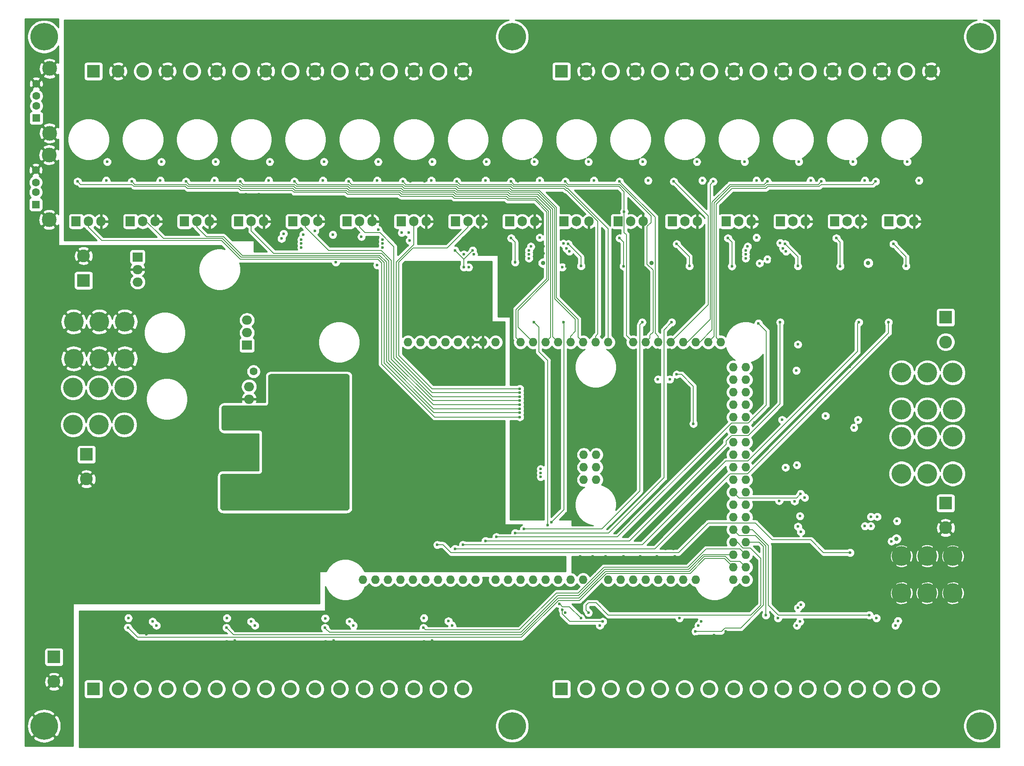
<source format=gbr>
G04 #@! TF.GenerationSoftware,KiCad,Pcbnew,(5.1.5)-3*
G04 #@! TF.CreationDate,2020-07-20T19:45:50-04:00*
G04 #@! TF.ProjectId,PCB,5043422e-6b69-4636-9164-5f7063625858,0*
G04 #@! TF.SameCoordinates,Original*
G04 #@! TF.FileFunction,Copper,L3,Inr*
G04 #@! TF.FilePolarity,Positive*
%FSLAX46Y46*%
G04 Gerber Fmt 4.6, Leading zero omitted, Abs format (unit mm)*
G04 Created by KiCad (PCBNEW (5.1.5)-3) date 2020-07-20 19:45:50*
%MOMM*%
%LPD*%
G04 APERTURE LIST*
%ADD10O,1.727200X1.727200*%
%ADD11O,1.905000X2.000000*%
%ADD12R,1.905000X2.000000*%
%ADD13R,2.600000X2.600000*%
%ADD14C,2.600000*%
%ADD15C,5.600000*%
%ADD16O,2.000000X1.905000*%
%ADD17R,2.000000X1.905000*%
%ADD18C,4.000000*%
%ADD19C,3.000000*%
%ADD20R,1.600000X1.600000*%
%ADD21C,1.600000*%
%ADD22C,0.600000*%
%ADD23C,0.900000*%
%ADD24C,0.200000*%
%ADD25C,0.254000*%
G04 APERTURE END LIST*
D10*
X240527000Y-166980000D03*
X273420000Y-144120000D03*
X270880000Y-144120000D03*
X273420000Y-146660000D03*
X270880000Y-146660000D03*
X273420000Y-149200000D03*
X270880000Y-149200000D03*
X273420000Y-151740000D03*
X270880000Y-151740000D03*
X273420000Y-154280000D03*
X270880000Y-154280000D03*
X273420000Y-156820000D03*
X270880000Y-156820000D03*
X273420000Y-159360000D03*
X270880000Y-159360000D03*
X273420000Y-161900000D03*
X270880000Y-161900000D03*
X273420000Y-164440000D03*
X270880000Y-164440000D03*
X273420000Y-166980000D03*
X270880000Y-166980000D03*
X273420000Y-169520000D03*
X270880000Y-169520000D03*
X273420000Y-172060000D03*
X270880000Y-172060000D03*
X273420000Y-174600000D03*
X270880000Y-174600000D03*
X273420000Y-177140000D03*
X270880000Y-177140000D03*
X273420000Y-179680000D03*
X270880000Y-179680000D03*
X273420000Y-182220000D03*
X270880000Y-182220000D03*
X273420000Y-184760000D03*
X270880000Y-184760000D03*
X273420000Y-187300000D03*
X270880000Y-187300000D03*
X268340000Y-139040000D03*
X265800000Y-139040000D03*
X263260000Y-139040000D03*
X260720000Y-139040000D03*
X258180000Y-139040000D03*
X255640000Y-139040000D03*
X253100000Y-139040000D03*
X250560000Y-139040000D03*
X245480000Y-139040000D03*
X242940000Y-139040000D03*
X240400000Y-139040000D03*
X237860000Y-139040000D03*
X235320000Y-139040000D03*
X232780000Y-139040000D03*
X230240000Y-139040000D03*
X204840000Y-139040000D03*
X210936000Y-187300000D03*
X208396000Y-187300000D03*
X205856000Y-187300000D03*
X200776000Y-187300000D03*
X198236000Y-187300000D03*
X195696000Y-187300000D03*
X213476000Y-187300000D03*
X216016000Y-187300000D03*
X218556000Y-187300000D03*
X203316000Y-187300000D03*
X222620000Y-187300000D03*
X225160000Y-187300000D03*
X227700000Y-187300000D03*
X230240000Y-187300000D03*
X232780000Y-187300000D03*
X235320000Y-187300000D03*
X237860000Y-187300000D03*
X240400000Y-187300000D03*
X245480000Y-187300000D03*
X248020000Y-187300000D03*
X250560000Y-187300000D03*
X253100000Y-187300000D03*
X255640000Y-187300000D03*
X258180000Y-187300000D03*
X260720000Y-187300000D03*
X263260000Y-187300000D03*
X207380000Y-139040000D03*
X209920000Y-139040000D03*
X212460000Y-139040000D03*
X215000000Y-139040000D03*
X217540000Y-139040000D03*
X220080000Y-139040000D03*
X222620000Y-139040000D03*
X227700000Y-139040000D03*
X243067000Y-166980000D03*
X240527000Y-164440000D03*
X243067000Y-164440000D03*
X243067000Y-161900000D03*
X240527000Y-161900000D03*
D11*
X153576000Y-114508000D03*
X151036000Y-114508000D03*
D12*
X148496000Y-114508000D03*
D11*
X186576000Y-114508000D03*
X184036000Y-114508000D03*
D12*
X181496000Y-114508000D03*
D11*
X241576000Y-114508000D03*
X239036000Y-114508000D03*
D12*
X236496000Y-114508000D03*
D11*
X197576000Y-114508000D03*
X195036000Y-114508000D03*
D12*
X192496000Y-114508000D03*
D11*
X252576000Y-114508000D03*
X250036000Y-114508000D03*
D12*
X247496000Y-114508000D03*
D13*
X141000000Y-209500000D03*
D14*
X146000000Y-209500000D03*
X151000000Y-209500000D03*
X156000000Y-209500000D03*
X161000000Y-209500000D03*
X166000000Y-209500000D03*
X171000000Y-209500000D03*
X176000000Y-209500000D03*
X181000000Y-209500000D03*
X186000000Y-209500000D03*
X191000000Y-209500000D03*
X196000000Y-209500000D03*
X201000000Y-209500000D03*
X206000000Y-209500000D03*
X211000000Y-209500000D03*
X216000000Y-209500000D03*
D15*
X226000000Y-217000000D03*
X321000000Y-217000000D03*
X321000000Y-77000000D03*
X226000000Y-77000000D03*
X131000000Y-77000000D03*
X131000000Y-217000000D03*
D16*
X172585000Y-148060000D03*
X172585000Y-150600000D03*
D17*
X172585000Y-153140000D03*
D11*
X230576000Y-114508000D03*
X228036000Y-114508000D03*
D12*
X225496000Y-114508000D03*
D11*
X142576000Y-114508000D03*
X140036000Y-114508000D03*
D12*
X137496000Y-114508000D03*
D11*
X164576000Y-114508000D03*
X162036000Y-114508000D03*
D12*
X159496000Y-114508000D03*
D11*
X175576000Y-114508000D03*
X173036000Y-114508000D03*
D12*
X170496000Y-114508000D03*
D11*
X208576000Y-114508000D03*
X206036000Y-114508000D03*
D12*
X203496000Y-114508000D03*
D11*
X219576000Y-114508000D03*
X217036000Y-114508000D03*
D12*
X214496000Y-114508000D03*
D11*
X263576000Y-114508000D03*
X261036000Y-114508000D03*
D12*
X258496000Y-114508000D03*
D11*
X274576000Y-114508000D03*
X272036000Y-114508000D03*
D12*
X269496000Y-114508000D03*
D11*
X285576000Y-114508000D03*
X283036000Y-114508000D03*
D12*
X280496000Y-114508000D03*
D11*
X296576000Y-114508000D03*
X294036000Y-114508000D03*
D12*
X291496000Y-114508000D03*
D11*
X307576000Y-114508000D03*
X305036000Y-114508000D03*
D12*
X302496000Y-114508000D03*
D16*
X172170208Y-134564999D03*
X172170208Y-137104999D03*
D17*
X172170208Y-139644999D03*
D16*
X149965000Y-126815000D03*
X149965000Y-124275000D03*
D17*
X149965000Y-121735000D03*
D14*
X311000000Y-209500000D03*
X306000000Y-209500000D03*
X301000000Y-209500000D03*
X296000000Y-209500000D03*
X291000000Y-209500000D03*
X286000000Y-209500000D03*
X281000000Y-209500000D03*
X276000000Y-209500000D03*
X271000000Y-209500000D03*
X266000000Y-209500000D03*
X261000000Y-209500000D03*
X256000000Y-209500000D03*
X251000000Y-209500000D03*
X246000000Y-209500000D03*
X241000000Y-209500000D03*
D13*
X236000000Y-209500000D03*
D14*
X216000000Y-84000000D03*
X211000000Y-84000000D03*
X206000000Y-84000000D03*
X201000000Y-84000000D03*
X196000000Y-84000000D03*
X191000000Y-84000000D03*
X186000000Y-84000000D03*
X181000000Y-84000000D03*
X176000000Y-84000000D03*
X171000000Y-84000000D03*
X166000000Y-84000000D03*
X161000000Y-84000000D03*
X156000000Y-84000000D03*
X151000000Y-84000000D03*
X146000000Y-84000000D03*
D13*
X141000000Y-84000000D03*
D18*
X147300000Y-155810000D03*
X147300000Y-148290000D03*
X142100000Y-155810000D03*
X142100000Y-148290000D03*
X136900000Y-155810000D03*
X136900000Y-148290000D03*
X137000000Y-134875000D03*
X137000000Y-142395000D03*
X142200000Y-134875000D03*
X142200000Y-142395000D03*
X147400000Y-134875000D03*
X147400000Y-142395000D03*
D14*
X133000000Y-208000000D03*
D13*
X133000000Y-203000000D03*
X139600000Y-161850000D03*
D14*
X139600000Y-166850000D03*
D13*
X236000000Y-84000000D03*
D14*
X241000000Y-84000000D03*
X246000000Y-84000000D03*
X251000000Y-84000000D03*
X256000000Y-84000000D03*
X261000000Y-84000000D03*
X266000000Y-84000000D03*
X271000000Y-84000000D03*
X276000000Y-84000000D03*
X281000000Y-84000000D03*
X286000000Y-84000000D03*
X291000000Y-84000000D03*
X296000000Y-84000000D03*
X301000000Y-84000000D03*
X306000000Y-84000000D03*
X311000000Y-84000000D03*
D13*
X139000000Y-126500000D03*
D14*
X139000000Y-121500000D03*
D19*
X132010000Y-101005000D03*
X132010000Y-114145000D03*
D20*
X129300000Y-111075000D03*
D21*
X129300000Y-108575000D03*
X129300000Y-106575000D03*
X129300000Y-104075000D03*
X129400000Y-86525000D03*
X129400000Y-89025000D03*
X129400000Y-91025000D03*
D20*
X129400000Y-93525000D03*
D19*
X132110000Y-96595000D03*
X132110000Y-83455000D03*
D18*
X305050000Y-145240000D03*
X305050000Y-152760000D03*
X310250000Y-145240000D03*
X310250000Y-152760000D03*
X315450000Y-145240000D03*
X315450000Y-152760000D03*
X305050000Y-182490000D03*
X305050000Y-190010000D03*
X310250000Y-182490000D03*
X310250000Y-190010000D03*
X315450000Y-182490000D03*
X315450000Y-190010000D03*
D13*
X314000000Y-134000000D03*
D14*
X314000000Y-139000000D03*
D13*
X314000000Y-171750000D03*
D14*
X314000000Y-176750000D03*
D18*
X305050000Y-158240000D03*
X305050000Y-165760000D03*
X310250000Y-158240000D03*
X310250000Y-165760000D03*
X315450000Y-158240000D03*
X315450000Y-165760000D03*
D22*
X258000000Y-146600000D03*
X255600000Y-146600000D03*
X175750000Y-156250000D03*
X176750000Y-156250000D03*
X177750000Y-156250000D03*
X178750000Y-156250000D03*
X179750000Y-156250000D03*
D21*
X173500000Y-145000000D03*
D22*
X176000000Y-157750000D03*
X177000000Y-157750000D03*
X178000000Y-157750000D03*
X179000000Y-157750000D03*
X179750000Y-158500000D03*
X178500000Y-158500000D03*
X177500000Y-158500000D03*
X176500000Y-158500000D03*
X176000000Y-159250000D03*
X177000000Y-159250000D03*
X178000000Y-159250000D03*
X179000000Y-159250000D03*
X179750000Y-160000000D03*
X178500000Y-160000000D03*
X177500000Y-160000000D03*
X176500000Y-160000000D03*
X176000000Y-160750000D03*
X177000000Y-160750000D03*
X178000000Y-160750000D03*
X179000000Y-160750000D03*
X179750000Y-161500000D03*
X178500000Y-161500000D03*
X177500000Y-161500000D03*
X176500000Y-161500000D03*
X175750000Y-163250000D03*
X176750000Y-163250000D03*
X177750000Y-163250000D03*
X178750000Y-163250000D03*
X179750000Y-163250000D03*
X181250000Y-157500000D03*
X181250000Y-160500000D03*
X181250000Y-159500000D03*
X181250000Y-161500000D03*
X181250000Y-158500000D03*
X181600000Y-130000000D03*
X181600000Y-132000000D03*
X189200000Y-130000000D03*
X189200000Y-132000000D03*
X185400000Y-130000000D03*
X185400000Y-132000000D03*
X208800000Y-159800000D03*
X206600000Y-157800000D03*
X204400000Y-155600000D03*
X202200000Y-153600000D03*
X200000000Y-151400000D03*
X197800000Y-149400000D03*
X211400000Y-157600000D03*
X209200000Y-155600000D03*
X207000000Y-153400000D03*
X204800000Y-151400000D03*
X202600000Y-149200000D03*
X200400000Y-147200000D03*
X223150000Y-183200000D03*
X224550000Y-185200000D03*
X223150000Y-185200000D03*
X224550000Y-183200000D03*
X216900000Y-183200000D03*
X218300000Y-185200000D03*
X216900000Y-185200000D03*
X218300000Y-183200000D03*
X210650000Y-183200000D03*
X212050000Y-185200000D03*
X210650000Y-185200000D03*
X212050000Y-183200000D03*
X207569800Y-185232300D03*
X207569800Y-183232300D03*
X235650000Y-183200000D03*
X235650000Y-185200000D03*
X230800000Y-183200000D03*
X229400000Y-183200000D03*
X229400000Y-185200000D03*
X230800000Y-185200000D03*
X222000000Y-147400000D03*
X222000000Y-155200000D03*
X220000000Y-155200000D03*
X220000000Y-147400000D03*
X218000000Y-147400000D03*
X216000000Y-147400000D03*
X214000000Y-147400000D03*
X212000000Y-147400000D03*
X210000000Y-147400000D03*
X210000000Y-155200000D03*
X212000000Y-155200000D03*
X214000000Y-155200000D03*
X216000000Y-155200000D03*
X218000000Y-155200000D03*
X223000000Y-168800000D03*
X219600000Y-168800000D03*
X223000000Y-166200000D03*
X219600000Y-166200000D03*
X215400000Y-166200000D03*
X217600000Y-164000000D03*
X215600000Y-162000000D03*
X213200000Y-164000000D03*
X213600000Y-159800000D03*
X211000000Y-162000000D03*
X208600000Y-145600000D03*
X206800000Y-143600000D03*
X204400000Y-141000000D03*
X204400000Y-137400000D03*
X204400000Y-135000000D03*
X204400000Y-133000000D03*
X204400000Y-130800000D03*
X204400000Y-127200000D03*
X204400000Y-124600000D03*
X204400000Y-123200000D03*
X196800000Y-124200000D03*
X197000000Y-127200000D03*
X197000000Y-130800000D03*
X197000000Y-134400000D03*
X170400000Y-132000000D03*
X170400000Y-130000000D03*
X174000000Y-130000000D03*
X174000000Y-132000000D03*
X177800000Y-130000000D03*
X177800000Y-132000000D03*
X197000000Y-137400000D03*
X197000000Y-141000000D03*
X197000000Y-143800000D03*
X197000000Y-146600000D03*
X191800000Y-133000000D03*
X194600000Y-135600000D03*
X194000000Y-131000000D03*
X182200000Y-141800000D03*
X178800000Y-141800000D03*
X176000000Y-138200000D03*
X178200000Y-135800000D03*
X176200000Y-133600000D03*
X174000000Y-136000000D03*
X224000000Y-137250000D03*
X221750000Y-137250000D03*
X221750000Y-135500000D03*
X224000000Y-140750000D03*
X220250000Y-135500000D03*
X220250000Y-137250000D03*
X196750000Y-185000000D03*
X180750000Y-191500000D03*
X179750000Y-175250000D03*
X171750000Y-185250000D03*
X175250000Y-175000000D03*
X166750000Y-183500000D03*
X155250000Y-184000000D03*
X151250000Y-184000000D03*
X144750000Y-170250000D03*
X147750000Y-167250000D03*
X168750000Y-146250000D03*
X174750000Y-148000000D03*
X163500000Y-150500000D03*
X163250000Y-143500000D03*
X157500000Y-124250000D03*
X146000000Y-128750000D03*
X146250000Y-124250000D03*
D23*
X298270000Y-122940000D03*
X254270000Y-122940000D03*
X232270000Y-122940000D03*
X304000000Y-179000000D03*
D22*
X276250000Y-123000000D03*
X151600000Y-103200000D03*
X148400000Y-103200000D03*
X162600000Y-103200000D03*
X159400000Y-103200000D03*
X173600000Y-103200000D03*
X170400000Y-103200000D03*
X184600000Y-103000000D03*
X181400000Y-103000000D03*
X255600000Y-140600000D03*
X258000000Y-140600000D03*
X253200000Y-144600000D03*
X250800000Y-144600000D03*
X250800000Y-142600000D03*
X253200000Y-140600000D03*
X255600000Y-142600000D03*
X185600000Y-106200000D03*
X183000000Y-106200000D03*
X163600000Y-106200000D03*
X163600000Y-109000000D03*
X161000000Y-109000000D03*
X161000000Y-106200000D03*
X152600000Y-106200000D03*
X152600000Y-108400000D03*
X150000000Y-108400000D03*
X150000000Y-106200000D03*
X141600000Y-106200000D03*
X141600000Y-108200000D03*
X139000000Y-108200000D03*
X139000000Y-106200000D03*
X258000000Y-144600000D03*
X255600000Y-144600000D03*
X258000000Y-142600000D03*
X155550000Y-200000000D03*
X151350000Y-200000000D03*
X148150000Y-200800000D03*
X143350000Y-202400000D03*
X143350000Y-200000000D03*
X140950000Y-202400000D03*
X145750000Y-202400000D03*
X148150000Y-199800000D03*
X175550000Y-200000000D03*
X171350000Y-200000000D03*
X168150000Y-200800000D03*
X163350000Y-202400000D03*
X163350000Y-200000000D03*
X160950000Y-202400000D03*
X165750000Y-202400000D03*
X168150000Y-199800000D03*
X195550000Y-200000000D03*
X191350000Y-200000000D03*
X188150000Y-200800000D03*
X183350000Y-202400000D03*
X183350000Y-200000000D03*
X180950000Y-202400000D03*
X185750000Y-202400000D03*
X188150000Y-199800000D03*
X215550000Y-200000000D03*
X211350000Y-200000000D03*
X208150000Y-200800000D03*
X203350000Y-202400000D03*
X203350000Y-200000000D03*
X200950000Y-202400000D03*
X205750000Y-202400000D03*
X208150000Y-199800000D03*
X215750000Y-202600000D03*
X203350000Y-197100000D03*
X209750000Y-200700000D03*
X209750000Y-199700000D03*
X213950000Y-200000000D03*
X213350000Y-202600000D03*
X215750000Y-203800000D03*
X212750000Y-200000000D03*
X210950000Y-202600000D03*
X210950000Y-203800000D03*
X213350000Y-203800000D03*
X205150000Y-200000000D03*
X236200000Y-202400000D03*
X238600000Y-200000000D03*
X240000000Y-198600000D03*
X243400000Y-199800000D03*
X243400000Y-200800000D03*
X243400000Y-198800000D03*
X238600000Y-202400000D03*
X241000000Y-202400000D03*
X280000000Y-198600000D03*
X246600000Y-200000000D03*
X278600000Y-200000000D03*
X286600000Y-200000000D03*
X283400000Y-199800000D03*
X283400000Y-200800000D03*
X283400000Y-198800000D03*
X290600000Y-200000000D03*
X278600000Y-202400000D03*
X281000000Y-202400000D03*
X298600000Y-200500000D03*
X306600000Y-200000000D03*
X303400000Y-199800000D03*
X303400000Y-200800000D03*
X303400000Y-198800000D03*
X310600000Y-200000000D03*
X301000000Y-202400000D03*
X237000000Y-123600000D03*
X303000000Y-103600000D03*
X303000000Y-105800000D03*
X301800000Y-103200000D03*
X301800000Y-101800000D03*
X299600000Y-103200000D03*
X299600000Y-101800000D03*
X292000000Y-103600000D03*
X292000000Y-105800000D03*
X290800000Y-103200000D03*
X290800000Y-101800000D03*
X288600000Y-103200000D03*
X288600000Y-101800000D03*
X281000000Y-103600000D03*
X281000000Y-105800000D03*
X279800000Y-103200000D03*
X279800000Y-101800000D03*
X277600000Y-103200000D03*
X277600000Y-101800000D03*
X226000000Y-103600000D03*
X227200000Y-106400000D03*
X224800000Y-101800000D03*
X222600000Y-103000000D03*
X224800000Y-103200000D03*
X222600000Y-101600000D03*
X237000000Y-103600000D03*
X238200000Y-106200000D03*
X235800000Y-101800000D03*
X233600000Y-103200000D03*
X235800000Y-103200000D03*
X233600000Y-101800000D03*
X248000000Y-103600000D03*
X249200000Y-106400000D03*
X246800000Y-101800000D03*
X244600000Y-103200000D03*
X246800000Y-103200000D03*
X244600000Y-101800000D03*
X259000000Y-103600000D03*
X260200000Y-106400000D03*
X257800000Y-103200000D03*
X257800000Y-101800000D03*
X255600000Y-103200000D03*
X255600000Y-101800000D03*
X153350000Y-202600000D03*
X153950000Y-200000000D03*
X140950000Y-203800000D03*
X150950000Y-202600000D03*
X145150000Y-200000000D03*
X141550000Y-200000000D03*
X150950000Y-203800000D03*
X152750000Y-200000000D03*
X153350000Y-203800000D03*
X155750000Y-203800000D03*
X145750000Y-203800000D03*
X143350000Y-203800000D03*
X155750000Y-202600000D03*
X143200000Y-197000000D03*
X149750000Y-200700000D03*
X149750000Y-199700000D03*
X173350000Y-202600000D03*
X173950000Y-200000000D03*
X160950000Y-203800000D03*
X170950000Y-202600000D03*
X161550000Y-200000000D03*
X170950000Y-203800000D03*
X172750000Y-200000000D03*
X173350000Y-203800000D03*
X175750000Y-203800000D03*
X165750000Y-203800000D03*
X163350000Y-203800000D03*
X175750000Y-202600000D03*
X162800000Y-197100000D03*
X169750000Y-200700000D03*
X169750000Y-199700000D03*
X193350000Y-202600000D03*
X193950000Y-200000000D03*
X180950000Y-203800000D03*
X190950000Y-202600000D03*
X185150000Y-200000000D03*
X181550000Y-200000000D03*
X190950000Y-203800000D03*
X192750000Y-200000000D03*
X193350000Y-203800000D03*
X195750000Y-203800000D03*
X185750000Y-203800000D03*
X183350000Y-203800000D03*
X195750000Y-202600000D03*
X183350000Y-197100000D03*
X189750000Y-200700000D03*
X189750000Y-199700000D03*
X200950000Y-203800000D03*
X205750000Y-203800000D03*
X203350000Y-203800000D03*
X201550000Y-200000000D03*
X305000000Y-198800000D03*
X305000000Y-199800000D03*
X305000000Y-200800000D03*
X307000000Y-198600000D03*
X298600000Y-197200000D03*
X308400000Y-197200000D03*
X300000000Y-198600000D03*
X236800000Y-200000000D03*
X236200000Y-203800000D03*
X238600000Y-203800000D03*
X241000000Y-203800000D03*
X240400000Y-200000000D03*
X246200000Y-202600000D03*
X248000000Y-200000000D03*
X249200000Y-200000000D03*
X246200000Y-203800000D03*
X248600000Y-203800000D03*
X248600000Y-202600000D03*
X251000000Y-203800000D03*
X251000000Y-202600000D03*
X306200000Y-202600000D03*
X308000000Y-200000000D03*
X309200000Y-200000000D03*
X306200000Y-203800000D03*
X308600000Y-203800000D03*
X308600000Y-202600000D03*
X311000000Y-203800000D03*
X311000000Y-202600000D03*
X296800000Y-200000000D03*
X296200000Y-203800000D03*
X298600000Y-203800000D03*
X301000000Y-203800000D03*
X300400000Y-200000000D03*
X288000000Y-200000000D03*
X289200000Y-200000000D03*
X288600000Y-203800000D03*
X288600000Y-202600000D03*
X291000000Y-203800000D03*
X291000000Y-202600000D03*
X276800000Y-200000000D03*
X276200000Y-203800000D03*
X278600000Y-203800000D03*
X281000000Y-203800000D03*
X280400000Y-200000000D03*
X266200000Y-202600000D03*
X268000000Y-200000000D03*
X269200000Y-200000000D03*
X266600000Y-200000000D03*
X266200000Y-203800000D03*
X268600000Y-203800000D03*
X268600000Y-202600000D03*
X271000000Y-203800000D03*
X271000000Y-202600000D03*
X270600000Y-200000000D03*
X263400000Y-198800000D03*
X263400000Y-200800000D03*
X263400000Y-199800000D03*
X265200000Y-198800000D03*
X265200000Y-199800000D03*
X265200000Y-200800000D03*
X267000000Y-198600000D03*
X258600000Y-197200000D03*
X269400000Y-197800000D03*
X260000000Y-198600000D03*
X245000000Y-198700000D03*
X245000000Y-199700000D03*
X245000000Y-200700000D03*
X238600000Y-197100000D03*
X248400000Y-197100000D03*
X293600000Y-197200000D03*
X297000000Y-197200000D03*
X290400000Y-197200000D03*
X293600000Y-192800000D03*
X297000000Y-192800000D03*
X290400000Y-192800000D03*
X285000000Y-198800000D03*
X285000000Y-200800000D03*
X285000000Y-199800000D03*
X287000000Y-198600000D03*
X288400000Y-197200000D03*
X278600000Y-197200000D03*
X258600000Y-202400000D03*
X258600000Y-204000000D03*
X258600000Y-200000000D03*
X260400000Y-200000000D03*
X256800000Y-200000000D03*
X261000000Y-203800000D03*
X261000000Y-202400000D03*
X256200000Y-202400000D03*
X256200000Y-203800000D03*
X286200000Y-203800000D03*
X286200000Y-202600000D03*
X151800000Y-198400000D03*
X154200000Y-197800000D03*
X268800000Y-103200000D03*
X266600000Y-103200000D03*
X266600000Y-101800000D03*
X268800000Y-101800000D03*
X270000000Y-103600000D03*
X270000000Y-105800000D03*
X278800000Y-122400000D03*
X276600000Y-121600000D03*
X277400000Y-121000000D03*
X280800000Y-123800000D03*
X292400000Y-137800000D03*
X294400000Y-137800000D03*
X298400000Y-137800000D03*
X299800000Y-137800000D03*
X302600000Y-138200000D03*
X300000000Y-141200000D03*
X301400000Y-140200000D03*
X311250000Y-139500000D03*
X307750000Y-139500000D03*
X293600000Y-142200000D03*
X292600000Y-142200000D03*
X291400000Y-142200000D03*
X292000000Y-143600000D03*
X294500000Y-144000000D03*
X303300000Y-141900000D03*
X304700000Y-141900000D03*
X306100000Y-141900000D03*
X232400000Y-119600000D03*
X232400000Y-121000000D03*
X232200000Y-147400000D03*
X232200000Y-145400000D03*
X232200000Y-143400000D03*
X231600000Y-142400000D03*
X230600000Y-141400000D03*
X232600000Y-140800000D03*
X233600000Y-141800000D03*
X234200000Y-143400000D03*
X234200000Y-145400000D03*
X234200000Y-147400000D03*
X235400000Y-147400000D03*
X235400000Y-145400000D03*
X235400000Y-143400000D03*
X237600000Y-143400000D03*
X237600000Y-145400000D03*
X237600000Y-147400000D03*
X232200000Y-155200000D03*
X234200000Y-155200000D03*
X234200000Y-157200000D03*
X232200000Y-157200000D03*
X234200000Y-159200000D03*
X232200000Y-159200000D03*
X234200000Y-161200000D03*
X232200000Y-161200000D03*
X234200000Y-163200000D03*
X232200000Y-163200000D03*
X235400000Y-155200000D03*
X235400000Y-157200000D03*
X235400000Y-159200000D03*
X235400000Y-161200000D03*
X235400000Y-163200000D03*
X237600000Y-161200000D03*
X237600000Y-159200000D03*
X237600000Y-157200000D03*
X237600000Y-155200000D03*
X250800000Y-200000000D03*
X294200000Y-157000000D03*
X294400000Y-154000000D03*
X250800000Y-155200000D03*
X253200000Y-155200000D03*
X250800000Y-157200000D03*
X253200000Y-157200000D03*
X253200000Y-159200000D03*
X250800000Y-159200000D03*
X255600000Y-155200000D03*
X255600000Y-157200000D03*
X255600000Y-159200000D03*
X258000000Y-159200000D03*
X258000000Y-157200000D03*
X258000000Y-155200000D03*
X258000000Y-162200000D03*
X255600000Y-162200000D03*
X253200000Y-162200000D03*
X250800000Y-162200000D03*
X250800000Y-164400000D03*
X253200000Y-164400000D03*
X253200000Y-166400000D03*
X250800000Y-166400000D03*
X250800000Y-168400000D03*
X253200000Y-168400000D03*
X255600000Y-164400000D03*
X258000000Y-164400000D03*
X258000000Y-166400000D03*
X255600000Y-166400000D03*
X267800000Y-163200000D03*
X263600000Y-164000000D03*
X260400000Y-167200000D03*
X258600000Y-169000000D03*
X256000000Y-171600000D03*
X253800000Y-173800000D03*
X251600000Y-176000000D03*
X249400000Y-178200000D03*
X260400000Y-159400000D03*
X261800000Y-162000000D03*
X266000000Y-161400000D03*
X265200000Y-165600000D03*
X262400000Y-168400000D03*
X260200000Y-170600000D03*
X258000000Y-172800000D03*
X255800000Y-175000000D03*
X253400000Y-177400000D03*
X251600000Y-179200000D03*
X254200000Y-180000000D03*
X258200000Y-176000000D03*
X262400000Y-171800000D03*
X267200000Y-167000000D03*
X257200000Y-181000000D03*
X259000000Y-179200000D03*
X258800000Y-181000000D03*
X260400000Y-179200000D03*
X260800000Y-177200000D03*
X262000000Y-177200000D03*
X263000000Y-175000000D03*
X264200000Y-175000000D03*
X265000000Y-173000000D03*
X266400000Y-171600000D03*
X268400000Y-169400000D03*
X268000000Y-173000000D03*
X269000000Y-174800000D03*
X266600000Y-174800000D03*
X269000000Y-176600000D03*
X266600000Y-176600000D03*
X265000000Y-178200000D03*
X263600000Y-179600000D03*
X262400000Y-180800000D03*
X261000000Y-182000000D03*
X261000000Y-184000000D03*
X263200000Y-182000000D03*
X264800000Y-180200000D03*
X266600000Y-180200000D03*
X269000000Y-180200000D03*
X267800000Y-178400000D03*
X259000000Y-182600000D03*
X259000000Y-184000000D03*
X255400000Y-182600000D03*
X255400000Y-184000000D03*
X252000000Y-182600000D03*
X252000000Y-184000000D03*
X248600000Y-184000000D03*
X248600000Y-182600000D03*
X245000000Y-182600000D03*
X245000000Y-184000000D03*
X242800000Y-185600000D03*
X241600000Y-184400000D03*
X239800000Y-182600000D03*
X242400000Y-182600000D03*
X244400000Y-116600000D03*
X244400000Y-118800000D03*
X242200000Y-118600000D03*
X242200000Y-117000000D03*
X245200000Y-114200000D03*
X247600000Y-116600000D03*
X244400000Y-124200000D03*
X244400000Y-126400000D03*
X242400000Y-127800000D03*
X246600000Y-128000000D03*
X244400000Y-128000000D03*
X244400000Y-129800000D03*
X244400000Y-132000000D03*
X244400000Y-133600000D03*
X244400000Y-135600000D03*
X242400000Y-135600000D03*
X242400000Y-129800000D03*
X242400000Y-131200000D03*
X246600000Y-129800000D03*
X246600000Y-132000000D03*
X246600000Y-133600000D03*
X246600000Y-135600000D03*
X253200000Y-146600000D03*
X250800000Y-146600000D03*
X247800000Y-155200000D03*
X247800000Y-147400000D03*
X247800000Y-159200000D03*
X247800000Y-162200000D03*
X247800000Y-164400000D03*
X245200000Y-164400000D03*
X245400000Y-162200000D03*
X245400000Y-159200000D03*
X229600000Y-166400000D03*
X228000000Y-165000000D03*
X226400000Y-163600000D03*
X227800000Y-160000000D03*
X229600000Y-161600000D03*
X231000000Y-163000000D03*
X226600000Y-166200000D03*
X226600000Y-168800000D03*
X229800000Y-168800000D03*
X260600000Y-147600000D03*
X260400000Y-155200000D03*
X260400000Y-157200000D03*
X264800000Y-147600000D03*
X267600000Y-145200000D03*
X275400000Y-160400000D03*
X275400000Y-158400000D03*
X275200000Y-155400000D03*
X275400000Y-163000000D03*
X275400000Y-165800000D03*
X275400000Y-168800000D03*
X275400000Y-172000000D03*
X278000000Y-169600000D03*
X278000000Y-172000000D03*
X275200000Y-174800000D03*
X277600000Y-176200000D03*
X279200000Y-178200000D03*
X281800000Y-178200000D03*
X279200000Y-180400000D03*
X281800000Y-180400000D03*
X285800000Y-178200000D03*
X285800000Y-180400000D03*
X288200000Y-179200000D03*
X287600000Y-181800000D03*
X290200000Y-182800000D03*
X290200000Y-180800000D03*
X292400000Y-180800000D03*
X292400000Y-182800000D03*
X172000000Y-106200000D03*
X172000000Y-109000000D03*
X174600000Y-106200000D03*
X174600000Y-109000000D03*
X219600000Y-112400000D03*
X219400000Y-106200000D03*
X216400000Y-106200000D03*
X215600000Y-112400000D03*
X208800000Y-112400000D03*
X202400000Y-112600000D03*
X205400000Y-106400000D03*
X208200000Y-106400000D03*
X197400000Y-106200000D03*
X194600000Y-106200000D03*
X198000000Y-112400000D03*
X191200000Y-112600000D03*
X188600000Y-112600000D03*
X182600000Y-112600000D03*
X180200000Y-112400000D03*
X175800000Y-112400000D03*
X171600000Y-112400000D03*
X169200000Y-112400000D03*
X165000000Y-112400000D03*
X160600000Y-112600000D03*
X223800000Y-112400000D03*
X226600000Y-112400000D03*
X230800000Y-112400000D03*
X240400000Y-113000000D03*
X243000000Y-112200000D03*
X241200000Y-106200000D03*
X241800000Y-108600000D03*
X239600000Y-108600000D03*
X140600000Y-103000000D03*
X137400000Y-103000000D03*
X137400000Y-103000000D03*
X279200000Y-184000000D03*
X279200000Y-186000000D03*
X279200000Y-188000000D03*
X279200000Y-190000000D03*
X279200000Y-192000000D03*
X275200000Y-192000000D03*
X275200000Y-190000000D03*
X275200000Y-188000000D03*
X275200000Y-184000000D03*
X276000000Y-181000000D03*
X259000000Y-189000000D03*
X255400000Y-189000000D03*
X252000000Y-189000000D03*
X248600000Y-189000000D03*
X245000000Y-189000000D03*
X301600000Y-194400000D03*
X301600000Y-192800000D03*
X256200000Y-178000000D03*
X269000000Y-165200000D03*
X260400000Y-174000000D03*
X264800000Y-169400000D03*
X264000000Y-156000000D03*
X266000000Y-156000000D03*
X264000000Y-158000000D03*
X266000000Y-158000000D03*
X264000000Y-160000000D03*
X136000000Y-74500000D03*
X137500000Y-77500000D03*
X145750000Y-74750000D03*
X156250000Y-74500000D03*
X159250000Y-77250000D03*
X167750000Y-74750000D03*
X170250000Y-77500000D03*
X178750000Y-75000000D03*
X181250000Y-78250000D03*
X190000000Y-74750000D03*
X191500000Y-78750000D03*
X201000000Y-75250000D03*
X202750000Y-79000000D03*
X212000000Y-76000000D03*
X213750000Y-79500000D03*
X222000000Y-74500000D03*
X228000000Y-82750000D03*
X230000000Y-74750000D03*
X239250000Y-74750000D03*
X241250000Y-77750000D03*
X250000000Y-75000000D03*
X252250000Y-78250000D03*
X261000000Y-75250000D03*
X263000000Y-79000000D03*
X272500000Y-76250000D03*
X274000000Y-80750000D03*
X276500000Y-87500000D03*
X265250000Y-88250000D03*
X254250000Y-88250000D03*
X243500000Y-88750000D03*
X232250000Y-87500000D03*
X284000000Y-75750000D03*
X284500000Y-81000000D03*
X287500000Y-87500000D03*
X294000000Y-74500000D03*
X296000000Y-78250000D03*
X305000000Y-75000000D03*
X307000000Y-79000000D03*
X303000000Y-82000000D03*
X294000000Y-87750000D03*
X316750000Y-74750000D03*
X323750000Y-81500000D03*
X324000000Y-99000000D03*
X324000000Y-119250000D03*
X324000000Y-137250000D03*
X303750000Y-117250000D03*
X303500000Y-112250000D03*
X292500000Y-112250000D03*
X292500000Y-116750000D03*
X281500000Y-116750000D03*
X281500000Y-112500000D03*
X270500000Y-112500000D03*
X259500000Y-112500000D03*
X259750000Y-117000000D03*
X271000000Y-116500000D03*
X237000000Y-116750000D03*
X226750000Y-116500000D03*
X229000000Y-124250000D03*
X292250000Y-135500000D03*
X288500000Y-124500000D03*
X276500000Y-133750000D03*
X276500000Y-131750000D03*
X272500000Y-133000000D03*
X272500000Y-134250000D03*
X279000000Y-132750000D03*
X275500000Y-143500000D03*
X275500000Y-148250000D03*
X290250000Y-156250000D03*
X285500000Y-156250000D03*
X324000000Y-152000000D03*
X324000000Y-165250000D03*
X324250000Y-178000000D03*
X324250000Y-190500000D03*
X324250000Y-203000000D03*
X324250000Y-213750000D03*
X317250000Y-220250000D03*
X303000000Y-220250000D03*
X287500000Y-220250000D03*
X274250000Y-220250000D03*
X259750000Y-220250000D03*
X245250000Y-220250000D03*
X228500000Y-220250000D03*
X213500000Y-220250000D03*
X196250000Y-220250000D03*
X176500000Y-220250000D03*
X162750000Y-220250000D03*
X149000000Y-220250000D03*
X138750000Y-216250000D03*
X214250000Y-193750000D03*
X220750000Y-193750000D03*
X229000000Y-193750000D03*
X229500000Y-200000000D03*
X219250000Y-200250000D03*
X230500000Y-102400000D03*
X241500000Y-102400000D03*
X252500000Y-102400000D03*
X143800000Y-102400000D03*
X154800000Y-102400000D03*
X165800000Y-102400000D03*
X176800000Y-102400000D03*
X187800000Y-102400000D03*
X198800000Y-102400000D03*
X209800000Y-102400000D03*
X220800000Y-102400000D03*
X306200000Y-102400000D03*
X295200000Y-102400000D03*
X284200000Y-102400000D03*
X273200000Y-102400000D03*
X263500000Y-102400000D03*
X237600000Y-120600000D03*
X281600000Y-120600000D03*
X189600000Y-117200000D03*
X205200000Y-118400000D03*
X280200000Y-171283601D03*
X280800000Y-154800000D03*
X233200000Y-176200000D03*
X230400000Y-135000000D03*
X234000000Y-175600000D03*
X236400000Y-135000000D03*
X226600000Y-122800000D03*
X225800000Y-117900000D03*
X239981250Y-123581250D03*
X237400000Y-119100000D03*
X210800000Y-180200000D03*
X294600000Y-181800000D03*
X252400000Y-135000000D03*
X252400000Y-135000000D03*
X228400000Y-177000000D03*
X258400000Y-135000000D03*
X258400000Y-135000000D03*
X226600000Y-177800000D03*
X247800000Y-117900000D03*
X248600000Y-123600000D03*
X259400000Y-119100000D03*
X261981250Y-123581250D03*
X222800000Y-178600000D03*
X276000000Y-135200000D03*
X280400000Y-135000000D03*
X220600000Y-179400000D03*
X270600000Y-123600000D03*
X269800000Y-117900000D03*
X281400000Y-119100000D03*
X283981250Y-123581250D03*
X296400000Y-135000000D03*
X216000000Y-180200000D03*
X292600000Y-123600000D03*
X291800000Y-117900000D03*
X303400000Y-119100000D03*
X305981250Y-123581250D03*
X284416487Y-174358523D03*
X284000000Y-139500000D03*
X281500000Y-164500000D03*
X283800000Y-164000000D03*
X283699998Y-144800000D03*
X227550000Y-154250000D03*
X227550000Y-153350006D03*
X227550000Y-152550003D03*
X227550000Y-151750000D03*
X227550000Y-150900009D03*
X227550000Y-150100006D03*
X227550000Y-149300003D03*
X227550000Y-148500000D03*
X137800000Y-106400000D03*
X148800000Y-106400000D03*
X159800000Y-106400000D03*
X170800000Y-106400000D03*
X181800000Y-106400000D03*
X192800000Y-106400000D03*
X203800000Y-106400000D03*
X214800000Y-106400000D03*
X248750000Y-112500000D03*
X225800000Y-106400000D03*
X236800000Y-106400000D03*
X247800000Y-106400000D03*
X258800000Y-106400000D03*
X266800000Y-106400000D03*
X277800000Y-106400000D03*
X288800000Y-106400000D03*
X299800000Y-106400000D03*
X304114265Y-175385735D03*
X303000000Y-179500000D03*
X199700000Y-119800000D03*
X229400000Y-122000006D03*
X299950000Y-195100000D03*
X279950000Y-195100000D03*
X239950000Y-195100000D03*
X259950000Y-195100000D03*
X208100000Y-195100000D03*
X188050000Y-195150000D03*
X168100000Y-195100000D03*
X148100000Y-195100000D03*
X235600000Y-192200000D03*
X283340139Y-171353044D03*
X273400000Y-122000006D03*
X183200000Y-119800000D03*
X231800000Y-164800000D03*
X148000000Y-197000000D03*
X213800000Y-196600000D03*
X193800000Y-196600000D03*
X173800000Y-196600000D03*
X303800000Y-196600000D03*
X283800000Y-196600000D03*
X263800000Y-196600000D03*
X199700000Y-119000000D03*
X229400000Y-121200003D03*
X231800000Y-165600000D03*
X273400000Y-121200003D03*
X183200000Y-119000000D03*
X217175735Y-123824265D03*
X218200000Y-121200000D03*
X216200000Y-121200000D03*
X284600000Y-177600000D03*
X284600000Y-192400000D03*
X243800000Y-196600000D03*
X153800000Y-196600000D03*
X236800000Y-193965687D03*
X193000000Y-195800000D03*
X173000000Y-195800000D03*
X284400000Y-195800000D03*
X264400000Y-195800000D03*
X199700000Y-118200000D03*
X229400000Y-120400000D03*
X236200000Y-193400000D03*
X284000000Y-176500000D03*
X231800000Y-166400000D03*
X284000000Y-193000000D03*
X273400000Y-120400000D03*
X183200000Y-118200000D03*
X216200000Y-123800000D03*
X214400000Y-120400000D03*
X218000000Y-120400000D03*
X244400000Y-195800000D03*
X153000000Y-195800000D03*
X304309626Y-195650242D03*
X213060006Y-195719992D03*
X168000000Y-197050000D03*
X188000000Y-197050000D03*
X208000000Y-197050000D03*
X198600000Y-123400000D03*
X220600000Y-106200000D03*
X205000000Y-116800000D03*
X209600000Y-106200000D03*
X203600000Y-116800000D03*
X198600000Y-106200000D03*
X198800000Y-116200000D03*
X187600000Y-106200000D03*
X195400000Y-117600000D03*
X236200000Y-123800000D03*
X259400000Y-145600000D03*
X262800000Y-155600000D03*
X264600000Y-106200000D03*
X264600000Y-106200000D03*
X237000000Y-120000000D03*
X253600000Y-106200000D03*
X236400000Y-119000000D03*
X242600000Y-106200000D03*
X231600000Y-117800000D03*
X231600000Y-106200000D03*
X229800000Y-119600000D03*
X277800000Y-122200000D03*
X281000000Y-120000000D03*
X308600000Y-106200000D03*
X297600000Y-106200000D03*
X280399994Y-118900000D03*
X275600000Y-117800000D03*
X286600000Y-106200000D03*
X273800000Y-119600000D03*
X275600000Y-106200000D03*
X143600000Y-106200000D03*
X179200000Y-118000000D03*
X154600000Y-106200000D03*
X179600000Y-117000000D03*
X165600000Y-106200000D03*
X183600000Y-117200000D03*
X176600000Y-106200000D03*
X186000000Y-116400000D03*
X190200000Y-122800000D03*
X296200000Y-154800000D03*
X285400000Y-170600000D03*
X284550000Y-169865000D03*
X289600000Y-154000000D03*
X295400000Y-156400000D03*
X241500000Y-194000000D03*
X263200000Y-197800000D03*
X277500000Y-194500000D03*
X298500000Y-194500000D03*
X300100000Y-174500000D03*
X298800000Y-176400000D03*
X297600000Y-176400000D03*
X298800000Y-174500000D03*
X302400000Y-135000000D03*
X214400000Y-181000000D03*
D24*
X231403601Y-141003601D02*
X231403601Y-136003601D01*
X233200000Y-142800000D02*
X231403601Y-141003601D01*
X233200000Y-176200000D02*
X233200000Y-142800000D01*
X231403601Y-136003601D02*
X230400000Y-135000000D01*
X236483601Y-173116399D02*
X234299999Y-175300001D01*
X236483601Y-135083601D02*
X236483601Y-173116399D01*
X234299999Y-175300001D02*
X234000000Y-175600000D01*
X236400000Y-135000000D02*
X236483601Y-135083601D01*
X226600000Y-122800000D02*
X226600000Y-123000000D01*
X226600000Y-118700000D02*
X225800000Y-117900000D01*
X226600000Y-122800000D02*
X226600000Y-118700000D01*
X239981250Y-121681250D02*
X237400000Y-119100000D01*
X239981250Y-123581250D02*
X239981250Y-121681250D01*
X212000000Y-180200000D02*
X210800000Y-180200000D01*
X213600000Y-181800000D02*
X212000000Y-180200000D01*
X259800000Y-181800000D02*
X213600000Y-181800000D01*
X289200000Y-181800000D02*
X286600000Y-179200000D01*
X286600000Y-179200000D02*
X278800000Y-179200000D01*
X265836399Y-175763601D02*
X259800000Y-181800000D01*
X294600000Y-181800000D02*
X289200000Y-181800000D01*
X275363601Y-175763601D02*
X265836399Y-175763601D01*
X278800000Y-179200000D02*
X275363601Y-175763601D01*
X244216002Y-177000000D02*
X242800000Y-177000000D01*
X251936399Y-169279603D02*
X244216002Y-177000000D01*
X251936399Y-135463601D02*
X251936399Y-169279603D01*
X252400000Y-135000000D02*
X251936399Y-135463601D01*
X228400000Y-177000000D02*
X242800000Y-177000000D01*
X256803601Y-165396399D02*
X256800000Y-165400000D01*
X256803601Y-136596399D02*
X256803601Y-165396399D01*
X256800000Y-165400000D02*
X256800000Y-166600000D01*
X245600000Y-177800000D02*
X226600000Y-177800000D01*
X256800000Y-166600000D02*
X245600000Y-177800000D01*
X258400000Y-135000000D02*
X256803601Y-136596399D01*
X248600000Y-118700000D02*
X247800000Y-117900000D01*
X248600000Y-123600000D02*
X248600000Y-118700000D01*
X261981250Y-121681250D02*
X259400000Y-119100000D01*
X261981250Y-123581250D02*
X261981250Y-121681250D01*
X270534269Y-155443601D02*
X247377870Y-178600000D01*
X273978529Y-155443601D02*
X270534269Y-155443601D01*
X277620001Y-136820001D02*
X277620001Y-151802129D01*
X222800000Y-178600000D02*
X247000000Y-178600000D01*
X247377870Y-178600000D02*
X247000000Y-178600000D01*
X276000000Y-135200000D02*
X277620001Y-136820001D01*
X277620001Y-151802129D02*
X273978529Y-155443601D01*
X273978529Y-157983601D02*
X280400000Y-151562130D01*
X220600000Y-179400000D02*
X249800000Y-179400000D01*
X269416399Y-159101471D02*
X270534269Y-157983601D01*
X249800000Y-179400000D02*
X269416399Y-159783601D01*
X270534269Y-157983601D02*
X273978529Y-157983601D01*
X280400000Y-151562130D02*
X280400000Y-135000000D01*
X269416399Y-159783601D02*
X269416399Y-159101471D01*
X270600000Y-118700000D02*
X269800000Y-117900000D01*
X270600000Y-123600000D02*
X270600000Y-118700000D01*
X283981250Y-121681250D02*
X281400000Y-119100000D01*
X283981250Y-123581250D02*
X283981250Y-121681250D01*
X247400000Y-180200000D02*
X216000000Y-180200000D01*
X252400000Y-180200000D02*
X247400000Y-180200000D01*
X296400000Y-135000000D02*
X296100001Y-135299999D01*
X296100001Y-135299999D02*
X296100001Y-140942129D01*
X269400000Y-163200000D02*
X252400000Y-180200000D01*
X273842130Y-163200000D02*
X269400000Y-163200000D01*
X296100001Y-140942129D02*
X273842130Y-163200000D01*
X292600000Y-118700000D02*
X291800000Y-117900000D01*
X292600000Y-123600000D02*
X292600000Y-118700000D01*
X305981250Y-121681250D02*
X303400000Y-119100000D01*
X305981250Y-123581250D02*
X305981250Y-121681250D01*
X140036000Y-114508000D02*
X140757184Y-114508000D01*
X142728000Y-118400000D02*
X140036000Y-115708000D01*
X167003002Y-118400000D02*
X142728000Y-118400000D01*
X140036000Y-115708000D02*
X140036000Y-114508000D01*
X170803002Y-122200000D02*
X167003002Y-118400000D01*
X210250000Y-154250000D02*
X199500000Y-143500000D01*
X199500000Y-143500000D02*
X199500000Y-122934301D01*
X199500000Y-122934301D02*
X198765699Y-122200000D01*
X198765699Y-122200000D02*
X170803002Y-122200000D01*
X210250000Y-154250000D02*
X227550000Y-154250000D01*
X151036000Y-114508000D02*
X151757184Y-114508000D01*
X200000000Y-143250000D02*
X210100006Y-153350006D01*
X198931388Y-121799990D02*
X200000000Y-122868602D01*
X170999990Y-121799990D02*
X198931388Y-121799990D01*
X151036000Y-114508000D02*
X151036000Y-113786816D01*
X151036000Y-113786816D02*
X155249184Y-118000000D01*
X155249184Y-118000000D02*
X155249192Y-117999992D01*
X200000000Y-122868602D02*
X200000000Y-143250000D01*
X155249192Y-117999992D02*
X167199992Y-117999992D01*
X167199992Y-117999992D02*
X170999990Y-121799990D01*
X210100006Y-153350006D02*
X227550000Y-153350006D01*
X162036000Y-115708000D02*
X162036000Y-114508000D01*
X163927982Y-117599982D02*
X162036000Y-115708000D01*
X167399982Y-117599982D02*
X163927982Y-117599982D01*
X171199980Y-121399980D02*
X167399982Y-117599982D01*
X210050003Y-152550003D02*
X200500000Y-143000000D01*
X200500000Y-143000000D02*
X200500000Y-122802903D01*
X200500000Y-122802903D02*
X199097077Y-121399980D01*
X199097077Y-121399980D02*
X171199980Y-121399980D01*
X227550000Y-152550003D02*
X210050003Y-152550003D01*
X201000000Y-142750000D02*
X210000000Y-151750000D01*
X199500000Y-121000000D02*
X201000000Y-122500000D01*
X201000000Y-122500000D02*
X201000000Y-142750000D01*
X173036000Y-116436000D02*
X177599970Y-120999970D01*
X177599970Y-120999970D02*
X199399970Y-120999970D01*
X173036000Y-114508000D02*
X173036000Y-116436000D01*
X199400000Y-121000000D02*
X199500000Y-121000000D01*
X199399970Y-120999970D02*
X199400000Y-121000000D01*
X226350000Y-151750000D02*
X227550000Y-151750000D01*
X210000000Y-151750000D02*
X226350000Y-151750000D01*
X209900009Y-150900009D02*
X201500000Y-142500000D01*
X201500000Y-142500000D02*
X201500000Y-122434301D01*
X184036000Y-115708000D02*
X184036000Y-114508000D01*
X188728001Y-120400001D02*
X184036000Y-115708000D01*
X199465700Y-120400001D02*
X188728001Y-120400001D01*
X201500000Y-122434301D02*
X199465700Y-120400001D01*
X227550000Y-150900009D02*
X209900009Y-150900009D01*
X195036000Y-114508000D02*
X195036000Y-114555500D01*
X195036000Y-115708000D02*
X195036000Y-114508000D01*
X196128001Y-116800001D02*
X195036000Y-115708000D01*
X209850006Y-150100006D02*
X202000000Y-142250000D01*
X202000000Y-119611998D02*
X199188003Y-116800001D01*
X202000000Y-142250000D02*
X202000000Y-119611998D01*
X199188003Y-116800001D02*
X196128001Y-116800001D01*
X209850006Y-150100006D02*
X227550000Y-150100006D01*
X202500000Y-122750000D02*
X206036000Y-119214000D01*
X202500000Y-142000000D02*
X202500000Y-122750000D01*
X206036000Y-119214000D02*
X206036000Y-114508000D01*
X209800003Y-149300003D02*
X202500000Y-142000000D01*
X227550000Y-149300003D02*
X209800003Y-149300003D01*
X217036000Y-115708000D02*
X217036000Y-114508000D01*
X212836151Y-119907849D02*
X217036000Y-115708000D01*
X203000000Y-141750000D02*
X203000000Y-122815698D01*
X209750000Y-148500000D02*
X203000000Y-141750000D01*
X203000000Y-122815698D02*
X205907849Y-119907849D01*
X205907849Y-119907849D02*
X212836151Y-119907849D01*
X226300000Y-148500000D02*
X227550000Y-148500000D01*
X209750000Y-148500000D02*
X226300000Y-148500000D01*
X137800000Y-106400000D02*
X138400000Y-107000000D01*
X138400000Y-107000000D02*
X148800000Y-107000000D01*
X148800000Y-107000000D02*
X148834302Y-107000000D01*
X148834302Y-107000000D02*
X149234312Y-107400011D01*
X159200011Y-107400011D02*
X159346310Y-107400011D01*
X149234312Y-107400011D02*
X159200011Y-107400011D01*
X159668614Y-107400011D02*
X159200011Y-107400011D01*
X160068623Y-107800021D02*
X159668614Y-107400011D01*
X192171547Y-108600041D02*
X181737245Y-108600041D01*
X203005858Y-109000051D02*
X192571556Y-109000051D01*
X170502925Y-107800021D02*
X160068623Y-107800021D01*
X233020001Y-112585699D02*
X230634383Y-110200081D01*
X225074491Y-110200081D02*
X224674481Y-109800071D01*
X213840169Y-109400061D02*
X203405867Y-109400061D01*
X233020001Y-126179999D02*
X233020001Y-112585699D01*
X214240178Y-109800071D02*
X213840169Y-109400061D01*
X192571556Y-109000051D02*
X192171547Y-108600041D01*
X226799990Y-132400010D02*
X233020001Y-126179999D01*
X170902934Y-108200031D02*
X170502925Y-107800021D01*
X227700000Y-139040000D02*
X226799990Y-138139990D01*
X181737245Y-108600041D02*
X181337236Y-108200031D01*
X226799990Y-138139990D02*
X226799990Y-132400010D01*
X230634383Y-110200081D02*
X225074491Y-110200081D01*
X181337236Y-108200031D02*
X170902934Y-108200031D01*
X224674481Y-109800071D02*
X214240178Y-109800071D01*
X203405867Y-109400061D02*
X203005858Y-109000051D01*
X149400001Y-107000001D02*
X148800000Y-106400000D01*
X181502925Y-107800021D02*
X171068623Y-107800021D01*
X160234312Y-107400011D02*
X159834303Y-107000001D01*
X170668614Y-107400011D02*
X160234312Y-107400011D01*
X181902934Y-108200031D02*
X181502925Y-107800021D01*
X192337236Y-108200031D02*
X181902934Y-108200031D01*
X192737245Y-108600041D02*
X192337236Y-108200031D01*
X203171547Y-108600041D02*
X192737245Y-108600041D01*
X233420011Y-112420011D02*
X230800071Y-109800071D01*
X233420011Y-126379989D02*
X233420011Y-112420011D01*
X225240178Y-109800071D02*
X224840169Y-109400061D01*
X227200000Y-132600000D02*
X233420011Y-126379989D01*
X227200000Y-136000000D02*
X227200000Y-132600000D01*
X214405867Y-109400061D02*
X214005858Y-109000051D01*
X230240000Y-139040000D02*
X227200000Y-136000000D01*
X171068623Y-107800021D02*
X170668614Y-107400011D01*
X230800071Y-109800071D02*
X225240178Y-109800071D01*
X224840169Y-109400061D02*
X214405867Y-109400061D01*
X159834303Y-107000001D02*
X149400001Y-107000001D01*
X214005858Y-109000051D02*
X203571556Y-109000051D01*
X203571556Y-109000051D02*
X203171547Y-108600041D01*
X225405867Y-109400061D02*
X230999939Y-109400061D01*
X171234312Y-107400011D02*
X181668614Y-107400011D01*
X170834303Y-107000001D02*
X171234312Y-107400011D01*
X214571556Y-109000051D02*
X225005858Y-109000051D01*
X203337235Y-108200031D02*
X203737245Y-108600041D01*
X160400001Y-107000001D02*
X170834303Y-107000001D01*
X181668614Y-107400011D02*
X182068623Y-107800021D01*
X225005858Y-109000051D02*
X225405867Y-109400061D01*
X182068623Y-107800021D02*
X192502924Y-107800021D01*
X192502924Y-107800021D02*
X192902934Y-108200031D01*
X159800000Y-106400000D02*
X160400001Y-107000001D01*
X214171547Y-108600041D02*
X214571556Y-109000051D01*
X192902934Y-108200031D02*
X203337235Y-108200031D01*
X203737245Y-108600041D02*
X214171547Y-108600041D01*
X233643599Y-138176401D02*
X232780000Y-139040000D01*
X233820021Y-137999979D02*
X233643599Y-138176401D01*
X233820021Y-112220143D02*
X233820021Y-137999979D01*
X230999939Y-109400061D02*
X233820021Y-112220143D01*
X170800000Y-106400000D02*
X171400001Y-107000001D01*
X181600001Y-107000001D02*
X181799999Y-107000001D01*
X171400001Y-107000001D02*
X181600001Y-107000001D01*
X181834303Y-107000001D02*
X181600001Y-107000001D01*
X192668614Y-107400011D02*
X182234312Y-107400011D01*
X225571556Y-109000051D02*
X225171547Y-108600041D01*
X182234312Y-107400011D02*
X181834303Y-107000001D01*
X231165628Y-109000051D02*
X225571556Y-109000051D01*
X235320000Y-139040000D02*
X234220031Y-137940031D01*
X234220031Y-112054454D02*
X231165628Y-109000051D01*
X225171547Y-108600041D02*
X214737245Y-108600041D01*
X214737245Y-108600041D02*
X214337236Y-108200031D01*
X234220031Y-137940031D02*
X234220031Y-112054454D01*
X214337236Y-108200031D02*
X203902934Y-108200031D01*
X193068623Y-107800021D02*
X192668614Y-107400011D01*
X203902934Y-108200031D02*
X203502925Y-107800021D01*
X203502925Y-107800021D02*
X193068623Y-107800021D01*
X181800000Y-106400000D02*
X182400001Y-107000001D01*
X182400001Y-107000001D02*
X192799999Y-107000001D01*
X192834303Y-107000001D02*
X193234312Y-107400011D01*
X192799999Y-107000001D02*
X192834303Y-107000001D01*
X193234312Y-107400011D02*
X202800000Y-107400011D01*
X203668614Y-107400011D02*
X204068623Y-107800021D01*
X202800000Y-107400011D02*
X203668614Y-107400011D01*
X204068623Y-107800021D02*
X213800000Y-107800021D01*
X214902934Y-108200031D02*
X224234311Y-108200031D01*
X213800000Y-107800021D02*
X214502925Y-107800021D01*
X214502925Y-107800021D02*
X214902934Y-108200031D01*
X224234311Y-108200031D02*
X225337236Y-108200031D01*
X225337236Y-108200031D02*
X225737245Y-108600041D01*
X237860000Y-137818686D02*
X238800000Y-136878686D01*
X237860000Y-139040000D02*
X237860000Y-137818686D01*
X238800000Y-134400000D02*
X234620041Y-130220041D01*
X238800000Y-136878686D02*
X238800000Y-134400000D01*
X234620041Y-130220041D02*
X234620041Y-111888765D01*
X234620041Y-111888765D02*
X231331317Y-108600041D01*
X225737245Y-108600041D02*
X231199959Y-108600041D01*
X231331317Y-108600041D02*
X231199959Y-108600041D01*
X239381249Y-138021249D02*
X240400000Y-139040000D01*
X239381249Y-134381249D02*
X239381249Y-138021249D01*
X214668614Y-107400011D02*
X215068623Y-107800021D01*
X204234312Y-107400011D02*
X214668614Y-107400011D01*
X193400001Y-107000001D02*
X203834303Y-107000001D01*
X235020051Y-130020051D02*
X239381249Y-134381249D01*
X203834303Y-107000001D02*
X204234312Y-107400011D01*
X192800000Y-106400000D02*
X193400001Y-107000001D01*
X215068623Y-107800021D02*
X225502925Y-107800021D01*
X225502925Y-107800021D02*
X225902934Y-108200031D01*
X225902934Y-108200031D02*
X231497006Y-108200031D01*
X235020051Y-111723076D02*
X235020051Y-130020051D01*
X231497006Y-108200031D02*
X235020051Y-111723076D01*
X204400001Y-107000001D02*
X203800000Y-106400000D01*
X243400000Y-137358686D02*
X243400000Y-114513184D01*
X236502925Y-107800021D02*
X226068623Y-107800021D01*
X242940000Y-139040000D02*
X242940000Y-137818686D01*
X242940000Y-137818686D02*
X243400000Y-137358686D01*
X226068623Y-107800021D02*
X225668614Y-107400011D01*
X215234312Y-107400011D02*
X214834303Y-107000001D01*
X225668614Y-107400011D02*
X215234312Y-107400011D01*
X214834303Y-107000001D02*
X204400001Y-107000001D01*
X237086845Y-108200029D02*
X243400000Y-114513184D01*
X236902932Y-108200029D02*
X237086845Y-108200029D01*
X236502925Y-107800021D02*
X236902932Y-108200029D01*
X245480000Y-137818686D02*
X245480000Y-139040000D01*
X237068623Y-107800021D02*
X237252535Y-107800021D01*
X237252535Y-107800021D02*
X245480000Y-116027486D01*
X226234312Y-107400011D02*
X236668614Y-107400011D01*
X215400001Y-107000001D02*
X225834303Y-107000001D01*
X214800000Y-106400000D02*
X215400001Y-107000001D01*
X225834303Y-107000001D02*
X226234312Y-107400011D01*
X245480000Y-116027486D02*
X245480000Y-137818686D01*
X236668614Y-107400011D02*
X237068623Y-107800021D01*
X249200000Y-137680000D02*
X250560000Y-139040000D01*
X249200001Y-117200001D02*
X249200000Y-137680000D01*
X248748501Y-116748501D02*
X249200001Y-117200001D01*
X248748501Y-108479898D02*
X248748501Y-116748501D01*
X225800000Y-106400000D02*
X226400001Y-107000001D01*
X237234312Y-107400011D02*
X247668614Y-107400011D01*
X236834303Y-107000001D02*
X237234312Y-107400011D01*
X226400001Y-107000001D02*
X236834303Y-107000001D01*
X247668614Y-107400011D02*
X248748501Y-108479898D01*
X237400001Y-107000001D02*
X236800000Y-106400000D01*
X247834303Y-107000001D02*
X237400001Y-107000001D01*
X254200000Y-113365698D02*
X247834303Y-107000001D01*
X254200000Y-114702816D02*
X254200000Y-113365698D01*
X253400000Y-115502816D02*
X254200000Y-114702816D01*
X253400000Y-123180002D02*
X253400000Y-115502816D01*
X253963599Y-137636401D02*
X254600000Y-137000000D01*
X253100000Y-139040000D02*
X253963599Y-138176401D01*
X253963599Y-138176401D02*
X253963599Y-137636401D01*
X254600000Y-137000000D02*
X254600000Y-124380002D01*
X254600000Y-124380002D02*
X253400000Y-123180002D01*
X248400001Y-107000001D02*
X247800000Y-106400000D01*
X255640000Y-139040000D02*
X255640000Y-137818686D01*
X255618686Y-137818686D02*
X255020001Y-137220001D01*
X255640000Y-137818686D02*
X255618686Y-137818686D01*
X255020001Y-137220001D02*
X255020001Y-113620001D01*
X255020001Y-113620001D02*
X248400001Y-107000001D01*
X259043599Y-138176401D02*
X259043599Y-138156401D01*
X258180000Y-139040000D02*
X259043599Y-138176401D01*
X259043599Y-138156401D02*
X265800000Y-131400000D01*
X265800000Y-113400000D02*
X258800000Y-106400000D01*
X265800000Y-131400000D02*
X265800000Y-113400000D01*
X266200000Y-107000000D02*
X266800000Y-106400000D01*
X266200000Y-134377870D02*
X266200000Y-107000000D01*
X260720000Y-139040000D02*
X261537870Y-139040000D01*
X261537870Y-139040000D02*
X266200000Y-134377870D01*
X263260000Y-139040000D02*
X264077870Y-139040000D01*
X266600000Y-110634312D02*
X270234311Y-107000001D01*
X277199999Y-107000001D02*
X277800000Y-106400000D01*
X264077870Y-139040000D02*
X266600000Y-136517870D01*
X266600000Y-136517870D02*
X266600000Y-110634312D01*
X270234311Y-107000001D02*
X277199999Y-107000001D01*
X267000000Y-137840000D02*
X265800000Y-139040000D01*
X288800000Y-106400000D02*
X288199999Y-107000001D01*
X277365688Y-107400011D02*
X270399989Y-107400011D01*
X288199999Y-107000001D02*
X277765697Y-107000001D01*
X267000000Y-110800000D02*
X267000000Y-137840000D01*
X277765697Y-107000001D02*
X277365688Y-107400011D01*
X270399989Y-107400011D02*
X267000000Y-110800000D01*
X288365688Y-107400011D02*
X288765697Y-107000001D01*
X277931387Y-107400011D02*
X288365688Y-107400011D01*
X270599979Y-107800021D02*
X277531377Y-107800021D01*
X299199999Y-107000001D02*
X299800000Y-106400000D01*
X267476401Y-138176401D02*
X267476401Y-138076401D01*
X277531377Y-107800021D02*
X277931387Y-107400011D01*
X268340000Y-139040000D02*
X267476401Y-138176401D01*
X267476401Y-138076401D02*
X267400000Y-138000000D01*
X267400000Y-138000000D02*
X267400000Y-111000000D01*
X288765697Y-107000001D02*
X299199999Y-107000001D01*
X267400000Y-111000000D02*
X270599979Y-107800021D01*
X239950000Y-195100000D02*
X237649999Y-192799999D01*
X237649999Y-192799999D02*
X236200001Y-192799999D01*
X236200001Y-192799999D02*
X235899999Y-192499999D01*
X235899999Y-192499999D02*
X235600000Y-192200000D01*
X227911997Y-199000000D02*
X150000000Y-199000000D01*
X149450019Y-198450019D02*
X148000000Y-197000000D01*
X239619227Y-191500000D02*
X235411997Y-191500000D01*
X235411997Y-191500000D02*
X227911997Y-199000000D01*
X150000000Y-199000000D02*
X149450019Y-198450019D01*
X243500000Y-187619227D02*
X239619227Y-191500000D01*
X270016401Y-183896401D02*
X270880000Y-184760000D01*
X239619227Y-191500000D02*
X245119227Y-186000000D01*
X245119227Y-186000000D02*
X262153998Y-186000000D01*
X262153998Y-186000000D02*
X265153998Y-183000000D01*
X265153998Y-183000000D02*
X269120000Y-183000000D01*
X269120000Y-183000000D02*
X270016401Y-183896401D01*
X216200000Y-123800000D02*
X216200000Y-122200000D01*
X216200000Y-122200000D02*
X214400000Y-120400000D01*
X216200000Y-122200000D02*
X218000000Y-120400000D01*
X237746311Y-195800000D02*
X244400000Y-195800000D01*
X236200000Y-193400000D02*
X236200000Y-194253689D01*
X236200000Y-194253689D02*
X237746311Y-195800000D01*
X270282098Y-183596399D02*
X272256399Y-183596399D01*
X269285688Y-182599990D02*
X270282098Y-183596399D01*
X272256399Y-183596399D02*
X273420000Y-184760000D01*
X264988309Y-182599990D02*
X269285688Y-182599990D01*
X168000000Y-197050000D02*
X169450000Y-198500000D01*
X227846299Y-198500000D02*
X235346299Y-191000000D01*
X244953529Y-185600000D02*
X261988300Y-185600000D01*
X169450000Y-198500000D02*
X227846299Y-198500000D01*
X235346299Y-191000000D02*
X239553528Y-191000000D01*
X261988300Y-185600000D02*
X264988309Y-182599990D01*
X239553528Y-191000000D02*
X244953529Y-185600000D01*
X188299999Y-197349999D02*
X188000000Y-197050000D01*
X235280601Y-190500000D02*
X227780601Y-198000000D01*
X188950000Y-198000000D02*
X188299999Y-197349999D01*
X244787839Y-185199992D02*
X239487829Y-190500000D01*
X227780601Y-198000000D02*
X188950000Y-198000000D01*
X270880000Y-182220000D02*
X269471397Y-182220000D01*
X269451377Y-182199980D02*
X264822620Y-182199980D01*
X239487829Y-190500000D02*
X235280601Y-190500000D01*
X269471397Y-182220000D02*
X269451377Y-182199980D01*
X264822620Y-182199980D02*
X261822608Y-185199992D01*
X261822608Y-185199992D02*
X244787839Y-185199992D01*
X272256399Y-181056399D02*
X272556401Y-181356401D01*
X265400503Y-181056399D02*
X272256399Y-181056399D01*
X272556401Y-181356401D02*
X273420000Y-182220000D01*
X208000000Y-197050000D02*
X208450000Y-197500000D01*
X261656920Y-184799982D02*
X265400503Y-181056399D01*
X208450000Y-197500000D02*
X227500000Y-197500000D01*
X235000000Y-190000000D02*
X239422130Y-190000000D01*
X244622150Y-184799982D02*
X261656920Y-184799982D01*
X227500000Y-197500000D02*
X235000000Y-190000000D01*
X239422130Y-190000000D02*
X244622150Y-184799982D01*
X259400000Y-145600000D02*
X260400000Y-145600000D01*
X260400000Y-145600000D02*
X262800000Y-148000000D01*
X262800000Y-148000000D02*
X262800000Y-155600000D01*
X283731399Y-170683601D02*
X272043601Y-170683601D01*
X271743599Y-170383599D02*
X270880000Y-169520000D01*
X272043601Y-170683601D02*
X271743599Y-170383599D01*
X284550000Y-169865000D02*
X283731399Y-170683601D01*
X241000000Y-193500000D02*
X241500000Y-194000000D01*
X272861471Y-180843601D02*
X274343601Y-180843601D01*
X270880000Y-179680000D02*
X271697870Y-179680000D01*
X241000000Y-192500000D02*
X241000000Y-193500000D01*
X274434302Y-194500000D02*
X245500000Y-194500000D01*
X274343601Y-180843601D02*
X276500000Y-183000000D01*
X276500000Y-183000000D02*
X276500000Y-192434302D01*
X243000000Y-192000000D02*
X241500000Y-192000000D01*
X271697870Y-179680000D02*
X272861471Y-180843601D01*
X245500000Y-194500000D02*
X243000000Y-192000000D01*
X276500000Y-192434302D02*
X274434302Y-194500000D01*
X241500000Y-192000000D02*
X241000000Y-192500000D01*
X277000000Y-192500000D02*
X272402316Y-197097684D01*
X277000000Y-180500000D02*
X277000000Y-192500000D01*
X273420000Y-179680000D02*
X276180000Y-179680000D01*
X276180000Y-179680000D02*
X277000000Y-180500000D01*
X269214314Y-197097684D02*
X272402316Y-197097684D01*
X268511998Y-197800000D02*
X269214314Y-197097684D01*
X263200000Y-197800000D02*
X268511998Y-197800000D01*
X272043601Y-178303601D02*
X270880000Y-177140000D01*
X275369299Y-178303601D02*
X272043601Y-178303601D01*
X277500000Y-194500000D02*
X277500000Y-180434302D01*
X277500000Y-180434302D02*
X275369299Y-178303601D01*
X274771396Y-177140000D02*
X278000000Y-180368604D01*
X273420000Y-177140000D02*
X274771396Y-177140000D01*
X298500000Y-194500000D02*
X280000000Y-194500000D01*
X280000000Y-194500000D02*
X278000000Y-192500000D01*
X278000000Y-180368604D02*
X278000000Y-192500000D01*
X302400000Y-135424264D02*
X302400000Y-135000000D01*
X302400000Y-137182130D02*
X302400000Y-135424264D01*
X273765731Y-165816399D02*
X270183601Y-165816399D01*
X274091065Y-165491065D02*
X273765731Y-165816399D01*
X274091065Y-165491065D02*
X302400000Y-137182130D01*
X273978529Y-165603601D02*
X274091065Y-165491065D01*
X255000000Y-181000000D02*
X252600000Y-181000000D01*
X270183601Y-165816399D02*
X255000000Y-181000000D01*
X214400000Y-181000000D02*
X252600000Y-181000000D01*
X252600000Y-181000000D02*
X252800000Y-181000000D01*
X273420000Y-146420000D02*
X273420000Y-146660000D01*
D25*
G36*
X133873000Y-75116913D02*
G01*
X133668138Y-74810315D01*
X133189685Y-74331862D01*
X132627082Y-73955943D01*
X132001952Y-73697006D01*
X131338318Y-73565000D01*
X130661682Y-73565000D01*
X129998048Y-73697006D01*
X129372918Y-73955943D01*
X128810315Y-74331862D01*
X128331862Y-74810315D01*
X127955943Y-75372918D01*
X127697006Y-75998048D01*
X127565000Y-76661682D01*
X127565000Y-77338318D01*
X127697006Y-78001952D01*
X127955943Y-78627082D01*
X128331862Y-79189685D01*
X128810315Y-79668138D01*
X129372918Y-80044057D01*
X129998048Y-80302994D01*
X130661682Y-80435000D01*
X131338318Y-80435000D01*
X132001952Y-80302994D01*
X132627082Y-80044057D01*
X133189685Y-79668138D01*
X133668138Y-79189685D01*
X133873000Y-78883087D01*
X133873000Y-82277103D01*
X133601653Y-82142952D01*
X132289605Y-83455000D01*
X133601653Y-84767048D01*
X133873000Y-84632897D01*
X133873000Y-95417103D01*
X133601653Y-95282952D01*
X132289605Y-96595000D01*
X133601653Y-97907048D01*
X133873000Y-97772897D01*
X133873000Y-99953332D01*
X133817214Y-99848962D01*
X133501653Y-99692952D01*
X132189605Y-101005000D01*
X133501653Y-102317048D01*
X133817214Y-102161038D01*
X133873000Y-102051463D01*
X133873000Y-113093332D01*
X133817214Y-112988962D01*
X133501653Y-112832952D01*
X132189605Y-114145000D01*
X133501653Y-115457048D01*
X133817214Y-115301038D01*
X133873000Y-115191463D01*
X133873000Y-119250000D01*
X133875440Y-119274776D01*
X133882667Y-119298601D01*
X133894403Y-119320557D01*
X133910197Y-119339803D01*
X133929443Y-119355597D01*
X133951399Y-119367333D01*
X133975224Y-119374560D01*
X134000000Y-119377000D01*
X166940556Y-119377000D01*
X167721327Y-120157771D01*
X167043785Y-120023000D01*
X166206215Y-120023000D01*
X165384737Y-120186402D01*
X164610923Y-120506926D01*
X163914508Y-120972256D01*
X163322256Y-121564508D01*
X162856926Y-122260923D01*
X162536402Y-123034737D01*
X162373000Y-123856215D01*
X162373000Y-124693785D01*
X162536402Y-125515263D01*
X162856926Y-126289077D01*
X163322256Y-126985492D01*
X163914508Y-127577744D01*
X164610923Y-128043074D01*
X165384737Y-128363598D01*
X166206215Y-128527000D01*
X167043785Y-128527000D01*
X167865263Y-128363598D01*
X168639077Y-128043074D01*
X169335492Y-127577744D01*
X169927744Y-126985492D01*
X170393074Y-126289077D01*
X170713598Y-125515263D01*
X170877000Y-124693785D01*
X170877000Y-123856215D01*
X170713598Y-123034737D01*
X170668262Y-122925285D01*
X170803002Y-122938556D01*
X170839107Y-122935000D01*
X189273536Y-122935000D01*
X189300932Y-123072729D01*
X189371414Y-123242889D01*
X189473738Y-123396028D01*
X189603972Y-123526262D01*
X189757111Y-123628586D01*
X189927271Y-123699068D01*
X190107911Y-123735000D01*
X190292089Y-123735000D01*
X190472729Y-123699068D01*
X190642889Y-123628586D01*
X190796028Y-123526262D01*
X190926262Y-123396028D01*
X191028586Y-123242889D01*
X191099068Y-123072729D01*
X191126464Y-122935000D01*
X197786188Y-122935000D01*
X197771414Y-122957111D01*
X197700932Y-123127271D01*
X197665000Y-123307911D01*
X197665000Y-123492089D01*
X197700932Y-123672729D01*
X197771414Y-123842889D01*
X197873738Y-123996028D01*
X198003972Y-124126262D01*
X198157111Y-124228586D01*
X198327271Y-124299068D01*
X198507911Y-124335000D01*
X198692089Y-124335000D01*
X198765001Y-124320497D01*
X198765000Y-143463895D01*
X198761444Y-143500000D01*
X198773277Y-143620147D01*
X198775635Y-143644084D01*
X198817663Y-143782632D01*
X198885913Y-143910319D01*
X198977762Y-144022237D01*
X199005808Y-144045254D01*
X209704746Y-154744193D01*
X209727762Y-154772238D01*
X209839680Y-154864087D01*
X209967367Y-154932337D01*
X210105915Y-154974365D01*
X210250000Y-154988556D01*
X210286105Y-154985000D01*
X224473000Y-154985000D01*
X224473000Y-176000000D01*
X224475440Y-176024776D01*
X224482667Y-176048601D01*
X224494403Y-176070557D01*
X224510197Y-176089803D01*
X224529443Y-176105597D01*
X224551399Y-176117333D01*
X224575224Y-176124560D01*
X224600000Y-176127000D01*
X228064337Y-176127000D01*
X227957111Y-176171414D01*
X227803972Y-176273738D01*
X227673738Y-176403972D01*
X227571414Y-176557111D01*
X227500932Y-176727271D01*
X227465000Y-176907911D01*
X227465000Y-177065000D01*
X227182951Y-177065000D01*
X227042889Y-176971414D01*
X226872729Y-176900932D01*
X226692089Y-176865000D01*
X226507911Y-176865000D01*
X226327271Y-176900932D01*
X226157111Y-176971414D01*
X226003972Y-177073738D01*
X225873738Y-177203972D01*
X225771414Y-177357111D01*
X225700932Y-177527271D01*
X225665000Y-177707911D01*
X225665000Y-177865000D01*
X223382951Y-177865000D01*
X223242889Y-177771414D01*
X223072729Y-177700932D01*
X222892089Y-177665000D01*
X222707911Y-177665000D01*
X222527271Y-177700932D01*
X222357111Y-177771414D01*
X222203972Y-177873738D01*
X222073738Y-178003972D01*
X221971414Y-178157111D01*
X221900932Y-178327271D01*
X221865000Y-178507911D01*
X221865000Y-178665000D01*
X221182951Y-178665000D01*
X221042889Y-178571414D01*
X220872729Y-178500932D01*
X220692089Y-178465000D01*
X220507911Y-178465000D01*
X220327271Y-178500932D01*
X220157111Y-178571414D01*
X220003972Y-178673738D01*
X219873738Y-178803972D01*
X219771414Y-178957111D01*
X219700932Y-179127271D01*
X219665000Y-179307911D01*
X219665000Y-179465000D01*
X216582951Y-179465000D01*
X216442889Y-179371414D01*
X216272729Y-179300932D01*
X216092089Y-179265000D01*
X215907911Y-179265000D01*
X215727271Y-179300932D01*
X215557111Y-179371414D01*
X215403972Y-179473738D01*
X215273738Y-179603972D01*
X215171414Y-179757111D01*
X215100932Y-179927271D01*
X215065000Y-180107911D01*
X215065000Y-180265000D01*
X214982951Y-180265000D01*
X214842889Y-180171414D01*
X214672729Y-180100932D01*
X214492089Y-180065000D01*
X214307911Y-180065000D01*
X214127271Y-180100932D01*
X213957111Y-180171414D01*
X213803972Y-180273738D01*
X213673738Y-180403972D01*
X213571414Y-180557111D01*
X213520200Y-180680753D01*
X212545258Y-179705812D01*
X212522238Y-179677762D01*
X212410320Y-179585913D01*
X212282633Y-179517663D01*
X212144085Y-179475635D01*
X212036105Y-179465000D01*
X212000000Y-179461444D01*
X211963895Y-179465000D01*
X211382951Y-179465000D01*
X211242889Y-179371414D01*
X211072729Y-179300932D01*
X210892089Y-179265000D01*
X210707911Y-179265000D01*
X210527271Y-179300932D01*
X210357111Y-179371414D01*
X210203972Y-179473738D01*
X210073738Y-179603972D01*
X209971414Y-179757111D01*
X209900932Y-179927271D01*
X209865000Y-180107911D01*
X209865000Y-180292089D01*
X209900932Y-180472729D01*
X209971414Y-180642889D01*
X210073738Y-180796028D01*
X210203972Y-180926262D01*
X210357111Y-181028586D01*
X210527271Y-181099068D01*
X210707911Y-181135000D01*
X210892089Y-181135000D01*
X211072729Y-181099068D01*
X211242889Y-181028586D01*
X211382951Y-180935000D01*
X211695554Y-180935000D01*
X213054746Y-182294193D01*
X213077762Y-182322238D01*
X213105806Y-182345253D01*
X213189680Y-182414087D01*
X213317366Y-182482337D01*
X213455915Y-182524365D01*
X213600000Y-182538556D01*
X213636105Y-182535000D01*
X236873000Y-182535000D01*
X236873000Y-185623000D01*
X196020636Y-185623000D01*
X195885919Y-185297765D01*
X195423326Y-184605444D01*
X194834556Y-184016674D01*
X194142235Y-183554081D01*
X193372971Y-183235441D01*
X192556323Y-183073000D01*
X191723677Y-183073000D01*
X190907029Y-183235441D01*
X190137765Y-183554081D01*
X189445444Y-184016674D01*
X188856674Y-184605444D01*
X188394081Y-185297765D01*
X188259364Y-185623000D01*
X187000000Y-185623000D01*
X186975224Y-185625440D01*
X186951399Y-185632667D01*
X186929443Y-185644403D01*
X186910197Y-185660197D01*
X186894403Y-185679443D01*
X186882667Y-185701399D01*
X186875440Y-185725224D01*
X186873000Y-185750000D01*
X186873000Y-192123000D01*
X137000000Y-192123000D01*
X136975224Y-192125440D01*
X136951399Y-192132667D01*
X136929443Y-192144403D01*
X136910197Y-192160197D01*
X136894403Y-192179443D01*
X136882667Y-192201399D01*
X136875440Y-192225224D01*
X136873000Y-192250000D01*
X136873000Y-221123000D01*
X127127000Y-221123000D01*
X127127000Y-219416481D01*
X128763124Y-219416481D01*
X129075308Y-219865177D01*
X129671259Y-220185612D01*
X130318273Y-220383626D01*
X130991484Y-220451610D01*
X131665023Y-220386949D01*
X132313006Y-220192130D01*
X132910530Y-219874639D01*
X132924692Y-219865177D01*
X133236876Y-219416481D01*
X131000000Y-217179605D01*
X128763124Y-219416481D01*
X127127000Y-219416481D01*
X127127000Y-216991484D01*
X127548390Y-216991484D01*
X127613051Y-217665023D01*
X127807870Y-218313006D01*
X128125361Y-218910530D01*
X128134823Y-218924692D01*
X128583519Y-219236876D01*
X130820395Y-217000000D01*
X131179605Y-217000000D01*
X133416481Y-219236876D01*
X133865177Y-218924692D01*
X134185612Y-218328741D01*
X134383626Y-217681727D01*
X134451610Y-217008516D01*
X134386949Y-216334977D01*
X134192130Y-215686994D01*
X133874639Y-215089470D01*
X133865177Y-215075308D01*
X133416481Y-214763124D01*
X131179605Y-217000000D01*
X130820395Y-217000000D01*
X128583519Y-214763124D01*
X128134823Y-215075308D01*
X127814388Y-215671259D01*
X127616374Y-216318273D01*
X127548390Y-216991484D01*
X127127000Y-216991484D01*
X127127000Y-214583519D01*
X128763124Y-214583519D01*
X131000000Y-216820395D01*
X133236876Y-214583519D01*
X132924692Y-214134823D01*
X132328741Y-213814388D01*
X131681727Y-213616374D01*
X131008516Y-213548390D01*
X130334977Y-213613051D01*
X129686994Y-213807870D01*
X129089470Y-214125361D01*
X129075308Y-214134823D01*
X128763124Y-214583519D01*
X127127000Y-214583519D01*
X127127000Y-209349224D01*
X131830381Y-209349224D01*
X131962317Y-209644312D01*
X132303045Y-209815159D01*
X132670557Y-209916250D01*
X133050729Y-209943701D01*
X133428951Y-209896457D01*
X133790690Y-209776333D01*
X134037683Y-209644312D01*
X134169619Y-209349224D01*
X133000000Y-208179605D01*
X131830381Y-209349224D01*
X127127000Y-209349224D01*
X127127000Y-208050729D01*
X131056299Y-208050729D01*
X131103543Y-208428951D01*
X131223667Y-208790690D01*
X131355688Y-209037683D01*
X131650776Y-209169619D01*
X132820395Y-208000000D01*
X133179605Y-208000000D01*
X134349224Y-209169619D01*
X134644312Y-209037683D01*
X134815159Y-208696955D01*
X134916250Y-208329443D01*
X134943701Y-207949271D01*
X134896457Y-207571049D01*
X134776333Y-207209310D01*
X134644312Y-206962317D01*
X134349224Y-206830381D01*
X133179605Y-208000000D01*
X132820395Y-208000000D01*
X131650776Y-206830381D01*
X131355688Y-206962317D01*
X131184841Y-207303045D01*
X131083750Y-207670557D01*
X131056299Y-208050729D01*
X127127000Y-208050729D01*
X127127000Y-206650776D01*
X131830381Y-206650776D01*
X133000000Y-207820395D01*
X134169619Y-206650776D01*
X134037683Y-206355688D01*
X133696955Y-206184841D01*
X133329443Y-206083750D01*
X132949271Y-206056299D01*
X132571049Y-206103543D01*
X132209310Y-206223667D01*
X131962317Y-206355688D01*
X131830381Y-206650776D01*
X127127000Y-206650776D01*
X127127000Y-201700000D01*
X131061928Y-201700000D01*
X131061928Y-204300000D01*
X131074188Y-204424482D01*
X131110498Y-204544180D01*
X131169463Y-204654494D01*
X131248815Y-204751185D01*
X131345506Y-204830537D01*
X131455820Y-204889502D01*
X131575518Y-204925812D01*
X131700000Y-204938072D01*
X134300000Y-204938072D01*
X134424482Y-204925812D01*
X134544180Y-204889502D01*
X134654494Y-204830537D01*
X134751185Y-204751185D01*
X134830537Y-204654494D01*
X134889502Y-204544180D01*
X134925812Y-204424482D01*
X134938072Y-204300000D01*
X134938072Y-201700000D01*
X134925812Y-201575518D01*
X134889502Y-201455820D01*
X134830537Y-201345506D01*
X134751185Y-201248815D01*
X134654494Y-201169463D01*
X134544180Y-201110498D01*
X134424482Y-201074188D01*
X134300000Y-201061928D01*
X131700000Y-201061928D01*
X131575518Y-201074188D01*
X131455820Y-201110498D01*
X131345506Y-201169463D01*
X131248815Y-201248815D01*
X131169463Y-201345506D01*
X131110498Y-201455820D01*
X131074188Y-201575518D01*
X131061928Y-201700000D01*
X127127000Y-201700000D01*
X127127000Y-168199224D01*
X138430381Y-168199224D01*
X138562317Y-168494312D01*
X138903045Y-168665159D01*
X139270557Y-168766250D01*
X139650729Y-168793701D01*
X140028951Y-168746457D01*
X140390690Y-168626333D01*
X140637683Y-168494312D01*
X140769619Y-168199224D01*
X139600000Y-167029605D01*
X138430381Y-168199224D01*
X127127000Y-168199224D01*
X127127000Y-166900729D01*
X137656299Y-166900729D01*
X137703543Y-167278951D01*
X137823667Y-167640690D01*
X137955688Y-167887683D01*
X138250776Y-168019619D01*
X139420395Y-166850000D01*
X139779605Y-166850000D01*
X140949224Y-168019619D01*
X141244312Y-167887683D01*
X141415159Y-167546955D01*
X141516250Y-167179443D01*
X141543701Y-166799271D01*
X141496457Y-166421049D01*
X141439657Y-166250000D01*
X166115000Y-166250000D01*
X166115000Y-172750000D01*
X166120432Y-172832883D01*
X166137469Y-172962293D01*
X166180373Y-173122414D01*
X166230323Y-173243004D01*
X166313210Y-173386567D01*
X166392670Y-173490120D01*
X166509880Y-173607330D01*
X166613433Y-173686790D01*
X166756996Y-173769677D01*
X166877586Y-173819627D01*
X167037707Y-173862531D01*
X167167117Y-173879568D01*
X167250000Y-173885000D01*
X192500000Y-173885000D01*
X192582883Y-173879568D01*
X192712293Y-173862531D01*
X192872414Y-173819627D01*
X192993004Y-173769677D01*
X193136567Y-173686790D01*
X193240120Y-173607330D01*
X193357330Y-173490120D01*
X193436790Y-173386567D01*
X193519677Y-173243004D01*
X193569627Y-173122414D01*
X193612531Y-172962293D01*
X193629568Y-172832883D01*
X193635000Y-172750000D01*
X193635000Y-146000000D01*
X193629568Y-145917117D01*
X193612531Y-145787707D01*
X193569627Y-145627586D01*
X193519677Y-145506996D01*
X193436790Y-145363433D01*
X193357330Y-145259880D01*
X193240120Y-145142670D01*
X193136567Y-145063210D01*
X192993004Y-144980323D01*
X192872414Y-144930373D01*
X192712293Y-144887469D01*
X192582883Y-144870432D01*
X192500000Y-144865000D01*
X177000000Y-144865000D01*
X176917117Y-144870432D01*
X176787707Y-144887469D01*
X176627586Y-144930373D01*
X176506996Y-144980323D01*
X176363433Y-145063210D01*
X176259880Y-145142670D01*
X176142670Y-145259880D01*
X176063210Y-145363433D01*
X175980323Y-145506996D01*
X175930373Y-145627586D01*
X175887469Y-145787707D01*
X175870432Y-145917117D01*
X175865000Y-146000000D01*
X175865000Y-151265000D01*
X174066094Y-151265000D01*
X174104571Y-151191094D01*
X174175563Y-150972980D01*
X174055594Y-150727000D01*
X172712000Y-150727000D01*
X172712000Y-150747000D01*
X172458000Y-150747000D01*
X172458000Y-150727000D01*
X171114406Y-150727000D01*
X170994437Y-150972980D01*
X171065429Y-151191094D01*
X171103906Y-151265000D01*
X167500000Y-151265000D01*
X167417117Y-151270432D01*
X167287707Y-151287469D01*
X167127586Y-151330373D01*
X167006996Y-151380323D01*
X166863433Y-151463210D01*
X166759880Y-151542670D01*
X166642670Y-151659880D01*
X166563210Y-151763433D01*
X166480323Y-151906996D01*
X166430373Y-152027586D01*
X166387469Y-152187707D01*
X166370432Y-152317117D01*
X166365000Y-152400000D01*
X166365000Y-156500000D01*
X166370432Y-156582883D01*
X166387469Y-156712293D01*
X166430373Y-156872414D01*
X166480323Y-156993004D01*
X166563210Y-157136567D01*
X166642670Y-157240120D01*
X166759880Y-157357330D01*
X166863433Y-157436790D01*
X167006996Y-157519677D01*
X167127586Y-157569627D01*
X167287707Y-157612531D01*
X167417117Y-157629568D01*
X167500000Y-157635000D01*
X174565000Y-157635000D01*
X174565000Y-165115000D01*
X167250000Y-165115000D01*
X167167117Y-165120432D01*
X167037707Y-165137469D01*
X166877586Y-165180373D01*
X166756996Y-165230323D01*
X166613433Y-165313210D01*
X166509880Y-165392670D01*
X166392670Y-165509880D01*
X166313210Y-165613433D01*
X166230323Y-165756996D01*
X166180373Y-165877586D01*
X166137469Y-166037707D01*
X166120432Y-166167117D01*
X166115000Y-166250000D01*
X141439657Y-166250000D01*
X141376333Y-166059310D01*
X141244312Y-165812317D01*
X140949224Y-165680381D01*
X139779605Y-166850000D01*
X139420395Y-166850000D01*
X138250776Y-165680381D01*
X137955688Y-165812317D01*
X137784841Y-166153045D01*
X137683750Y-166520557D01*
X137656299Y-166900729D01*
X127127000Y-166900729D01*
X127127000Y-165500776D01*
X138430381Y-165500776D01*
X139600000Y-166670395D01*
X140769619Y-165500776D01*
X140637683Y-165205688D01*
X140296955Y-165034841D01*
X139929443Y-164933750D01*
X139549271Y-164906299D01*
X139171049Y-164953543D01*
X138809310Y-165073667D01*
X138562317Y-165205688D01*
X138430381Y-165500776D01*
X127127000Y-165500776D01*
X127127000Y-160550000D01*
X137661928Y-160550000D01*
X137661928Y-163150000D01*
X137674188Y-163274482D01*
X137710498Y-163394180D01*
X137769463Y-163504494D01*
X137848815Y-163601185D01*
X137945506Y-163680537D01*
X138055820Y-163739502D01*
X138175518Y-163775812D01*
X138300000Y-163788072D01*
X140900000Y-163788072D01*
X141024482Y-163775812D01*
X141144180Y-163739502D01*
X141254494Y-163680537D01*
X141351185Y-163601185D01*
X141430537Y-163504494D01*
X141489502Y-163394180D01*
X141525812Y-163274482D01*
X141538072Y-163150000D01*
X141538072Y-160550000D01*
X141525812Y-160425518D01*
X141489502Y-160305820D01*
X141430537Y-160195506D01*
X141351185Y-160098815D01*
X141254494Y-160019463D01*
X141144180Y-159960498D01*
X141024482Y-159924188D01*
X140900000Y-159911928D01*
X138300000Y-159911928D01*
X138175518Y-159924188D01*
X138055820Y-159960498D01*
X137945506Y-160019463D01*
X137848815Y-160098815D01*
X137769463Y-160195506D01*
X137710498Y-160305820D01*
X137674188Y-160425518D01*
X137661928Y-160550000D01*
X127127000Y-160550000D01*
X127127000Y-155550475D01*
X134265000Y-155550475D01*
X134265000Y-156069525D01*
X134366261Y-156578601D01*
X134564893Y-157058141D01*
X134853262Y-157489715D01*
X135220285Y-157856738D01*
X135651859Y-158145107D01*
X136131399Y-158343739D01*
X136640475Y-158445000D01*
X137159525Y-158445000D01*
X137668601Y-158343739D01*
X138148141Y-158145107D01*
X138579715Y-157856738D01*
X138946738Y-157489715D01*
X139235107Y-157058141D01*
X139433739Y-156578601D01*
X139500000Y-156245483D01*
X139566261Y-156578601D01*
X139764893Y-157058141D01*
X140053262Y-157489715D01*
X140420285Y-157856738D01*
X140851859Y-158145107D01*
X141331399Y-158343739D01*
X141840475Y-158445000D01*
X142359525Y-158445000D01*
X142868601Y-158343739D01*
X143348141Y-158145107D01*
X143779715Y-157856738D01*
X144146738Y-157489715D01*
X144435107Y-157058141D01*
X144633739Y-156578601D01*
X144700000Y-156245483D01*
X144766261Y-156578601D01*
X144964893Y-157058141D01*
X145253262Y-157489715D01*
X145620285Y-157856738D01*
X146051859Y-158145107D01*
X146531399Y-158343739D01*
X147040475Y-158445000D01*
X147559525Y-158445000D01*
X148068601Y-158343739D01*
X148548141Y-158145107D01*
X148979715Y-157856738D01*
X149346738Y-157489715D01*
X149635107Y-157058141D01*
X149833739Y-156578601D01*
X149935000Y-156069525D01*
X149935000Y-155550475D01*
X149833739Y-155041399D01*
X149635107Y-154561859D01*
X149346738Y-154130285D01*
X148979715Y-153763262D01*
X148548141Y-153474893D01*
X148068601Y-153276261D01*
X147559525Y-153175000D01*
X147040475Y-153175000D01*
X146531399Y-153276261D01*
X146051859Y-153474893D01*
X145620285Y-153763262D01*
X145253262Y-154130285D01*
X144964893Y-154561859D01*
X144766261Y-155041399D01*
X144700000Y-155374517D01*
X144633739Y-155041399D01*
X144435107Y-154561859D01*
X144146738Y-154130285D01*
X143779715Y-153763262D01*
X143348141Y-153474893D01*
X142868601Y-153276261D01*
X142359525Y-153175000D01*
X141840475Y-153175000D01*
X141331399Y-153276261D01*
X140851859Y-153474893D01*
X140420285Y-153763262D01*
X140053262Y-154130285D01*
X139764893Y-154561859D01*
X139566261Y-155041399D01*
X139500000Y-155374517D01*
X139433739Y-155041399D01*
X139235107Y-154561859D01*
X138946738Y-154130285D01*
X138579715Y-153763262D01*
X138148141Y-153474893D01*
X137668601Y-153276261D01*
X137159525Y-153175000D01*
X136640475Y-153175000D01*
X136131399Y-153276261D01*
X135651859Y-153474893D01*
X135220285Y-153763262D01*
X134853262Y-154130285D01*
X134564893Y-154561859D01*
X134366261Y-155041399D01*
X134265000Y-155550475D01*
X127127000Y-155550475D01*
X127127000Y-148030475D01*
X134265000Y-148030475D01*
X134265000Y-148549525D01*
X134366261Y-149058601D01*
X134564893Y-149538141D01*
X134853262Y-149969715D01*
X135220285Y-150336738D01*
X135651859Y-150625107D01*
X136131399Y-150823739D01*
X136640475Y-150925000D01*
X137159525Y-150925000D01*
X137668601Y-150823739D01*
X138148141Y-150625107D01*
X138579715Y-150336738D01*
X138946738Y-149969715D01*
X139235107Y-149538141D01*
X139433739Y-149058601D01*
X139500000Y-148725483D01*
X139566261Y-149058601D01*
X139764893Y-149538141D01*
X140053262Y-149969715D01*
X140420285Y-150336738D01*
X140851859Y-150625107D01*
X141331399Y-150823739D01*
X141840475Y-150925000D01*
X142359525Y-150925000D01*
X142868601Y-150823739D01*
X143348141Y-150625107D01*
X143779715Y-150336738D01*
X144146738Y-149969715D01*
X144435107Y-149538141D01*
X144633739Y-149058601D01*
X144700000Y-148725483D01*
X144766261Y-149058601D01*
X144964893Y-149538141D01*
X145253262Y-149969715D01*
X145620285Y-150336738D01*
X146051859Y-150625107D01*
X146531399Y-150823739D01*
X147040475Y-150925000D01*
X147559525Y-150925000D01*
X148068601Y-150823739D01*
X148548141Y-150625107D01*
X148979715Y-150336738D01*
X149135238Y-150181215D01*
X151673000Y-150181215D01*
X151673000Y-151018785D01*
X151836402Y-151840263D01*
X152156926Y-152614077D01*
X152622256Y-153310492D01*
X153214508Y-153902744D01*
X153910923Y-154368074D01*
X154684737Y-154688598D01*
X155506215Y-154852000D01*
X156343785Y-154852000D01*
X157165263Y-154688598D01*
X157939077Y-154368074D01*
X158635492Y-153902744D01*
X159227744Y-153310492D01*
X159693074Y-152614077D01*
X160013598Y-151840263D01*
X160177000Y-151018785D01*
X160177000Y-150181215D01*
X160013598Y-149359737D01*
X159693074Y-148585923D01*
X159341664Y-148060000D01*
X170942319Y-148060000D01*
X170972970Y-148371204D01*
X171063745Y-148670449D01*
X171211155Y-148946235D01*
X171409537Y-149187963D01*
X171588899Y-149335163D01*
X171403685Y-149490563D01*
X171209031Y-149733077D01*
X171065429Y-150008906D01*
X170994437Y-150227020D01*
X171114406Y-150473000D01*
X172458000Y-150473000D01*
X172458000Y-150453000D01*
X172712000Y-150453000D01*
X172712000Y-150473000D01*
X174055594Y-150473000D01*
X174175563Y-150227020D01*
X174104571Y-150008906D01*
X173960969Y-149733077D01*
X173766315Y-149490563D01*
X173581101Y-149335163D01*
X173760463Y-149187963D01*
X173958845Y-148946235D01*
X174106255Y-148670449D01*
X174197030Y-148371204D01*
X174227681Y-148060000D01*
X174197030Y-147748796D01*
X174106255Y-147449551D01*
X173958845Y-147173765D01*
X173760463Y-146932037D01*
X173518735Y-146733655D01*
X173242949Y-146586245D01*
X172943704Y-146495470D01*
X172710486Y-146472500D01*
X172459514Y-146472500D01*
X172226296Y-146495470D01*
X171927051Y-146586245D01*
X171651265Y-146733655D01*
X171409537Y-146932037D01*
X171211155Y-147173765D01*
X171063745Y-147449551D01*
X170972970Y-147748796D01*
X170942319Y-148060000D01*
X159341664Y-148060000D01*
X159227744Y-147889508D01*
X158635492Y-147297256D01*
X157939077Y-146831926D01*
X157165263Y-146511402D01*
X156343785Y-146348000D01*
X155506215Y-146348000D01*
X154684737Y-146511402D01*
X153910923Y-146831926D01*
X153214508Y-147297256D01*
X152622256Y-147889508D01*
X152156926Y-148585923D01*
X151836402Y-149359737D01*
X151673000Y-150181215D01*
X149135238Y-150181215D01*
X149346738Y-149969715D01*
X149635107Y-149538141D01*
X149833739Y-149058601D01*
X149935000Y-148549525D01*
X149935000Y-148030475D01*
X149833739Y-147521399D01*
X149635107Y-147041859D01*
X149346738Y-146610285D01*
X148979715Y-146243262D01*
X148548141Y-145954893D01*
X148068601Y-145756261D01*
X147559525Y-145655000D01*
X147040475Y-145655000D01*
X146531399Y-145756261D01*
X146051859Y-145954893D01*
X145620285Y-146243262D01*
X145253262Y-146610285D01*
X144964893Y-147041859D01*
X144766261Y-147521399D01*
X144700000Y-147854517D01*
X144633739Y-147521399D01*
X144435107Y-147041859D01*
X144146738Y-146610285D01*
X143779715Y-146243262D01*
X143348141Y-145954893D01*
X142868601Y-145756261D01*
X142359525Y-145655000D01*
X141840475Y-145655000D01*
X141331399Y-145756261D01*
X140851859Y-145954893D01*
X140420285Y-146243262D01*
X140053262Y-146610285D01*
X139764893Y-147041859D01*
X139566261Y-147521399D01*
X139500000Y-147854517D01*
X139433739Y-147521399D01*
X139235107Y-147041859D01*
X138946738Y-146610285D01*
X138579715Y-146243262D01*
X138148141Y-145954893D01*
X137668601Y-145756261D01*
X137159525Y-145655000D01*
X136640475Y-145655000D01*
X136131399Y-145756261D01*
X135651859Y-145954893D01*
X135220285Y-146243262D01*
X134853262Y-146610285D01*
X134564893Y-147041859D01*
X134366261Y-147521399D01*
X134265000Y-148030475D01*
X127127000Y-148030475D01*
X127127000Y-144242499D01*
X135332106Y-144242499D01*
X135548228Y-144609258D01*
X136008105Y-144849938D01*
X136506098Y-144996275D01*
X137023071Y-145042648D01*
X137539159Y-144987273D01*
X138034526Y-144832279D01*
X138451772Y-144609258D01*
X138667894Y-144242499D01*
X140532106Y-144242499D01*
X140748228Y-144609258D01*
X141208105Y-144849938D01*
X141706098Y-144996275D01*
X142223071Y-145042648D01*
X142739159Y-144987273D01*
X143234526Y-144832279D01*
X143651772Y-144609258D01*
X143867894Y-144242499D01*
X145732106Y-144242499D01*
X145948228Y-144609258D01*
X146408105Y-144849938D01*
X146906098Y-144996275D01*
X147423071Y-145042648D01*
X147939159Y-144987273D01*
X148350195Y-144858665D01*
X172065000Y-144858665D01*
X172065000Y-145141335D01*
X172120147Y-145418574D01*
X172228320Y-145679727D01*
X172385363Y-145914759D01*
X172585241Y-146114637D01*
X172820273Y-146271680D01*
X173081426Y-146379853D01*
X173358665Y-146435000D01*
X173641335Y-146435000D01*
X173918574Y-146379853D01*
X174179727Y-146271680D01*
X174414759Y-146114637D01*
X174614637Y-145914759D01*
X174771680Y-145679727D01*
X174879853Y-145418574D01*
X174935000Y-145141335D01*
X174935000Y-144858665D01*
X174879853Y-144581426D01*
X174771680Y-144320273D01*
X174614637Y-144085241D01*
X174414759Y-143885363D01*
X174179727Y-143728320D01*
X173918574Y-143620147D01*
X173641335Y-143565000D01*
X173358665Y-143565000D01*
X173081426Y-143620147D01*
X172820273Y-143728320D01*
X172585241Y-143885363D01*
X172385363Y-144085241D01*
X172228320Y-144320273D01*
X172120147Y-144581426D01*
X172065000Y-144858665D01*
X148350195Y-144858665D01*
X148434526Y-144832279D01*
X148851772Y-144609258D01*
X149067894Y-144242499D01*
X147400000Y-142574605D01*
X145732106Y-144242499D01*
X143867894Y-144242499D01*
X142200000Y-142574605D01*
X140532106Y-144242499D01*
X138667894Y-144242499D01*
X137000000Y-142574605D01*
X135332106Y-144242499D01*
X127127000Y-144242499D01*
X127127000Y-142418071D01*
X134352352Y-142418071D01*
X134407727Y-142934159D01*
X134562721Y-143429526D01*
X134785742Y-143846772D01*
X135152501Y-144062894D01*
X136820395Y-142395000D01*
X137179605Y-142395000D01*
X138847499Y-144062894D01*
X139214258Y-143846772D01*
X139454938Y-143386895D01*
X139601275Y-142888902D01*
X139602002Y-142880800D01*
X139607727Y-142934159D01*
X139762721Y-143429526D01*
X139985742Y-143846772D01*
X140352501Y-144062894D01*
X142020395Y-142395000D01*
X142379605Y-142395000D01*
X144047499Y-144062894D01*
X144414258Y-143846772D01*
X144654938Y-143386895D01*
X144801275Y-142888902D01*
X144802002Y-142880800D01*
X144807727Y-142934159D01*
X144962721Y-143429526D01*
X145185742Y-143846772D01*
X145552501Y-144062894D01*
X147220395Y-142395000D01*
X147579605Y-142395000D01*
X149247499Y-144062894D01*
X149614258Y-143846772D01*
X149854938Y-143386895D01*
X150001275Y-142888902D01*
X150047648Y-142371929D01*
X149992273Y-141855841D01*
X149837279Y-141360474D01*
X149614258Y-140943228D01*
X149247499Y-140727106D01*
X147579605Y-142395000D01*
X147220395Y-142395000D01*
X145552501Y-140727106D01*
X145185742Y-140943228D01*
X144945062Y-141403105D01*
X144798725Y-141901098D01*
X144797998Y-141909200D01*
X144792273Y-141855841D01*
X144637279Y-141360474D01*
X144414258Y-140943228D01*
X144047499Y-140727106D01*
X142379605Y-142395000D01*
X142020395Y-142395000D01*
X140352501Y-140727106D01*
X139985742Y-140943228D01*
X139745062Y-141403105D01*
X139598725Y-141901098D01*
X139597998Y-141909200D01*
X139592273Y-141855841D01*
X139437279Y-141360474D01*
X139214258Y-140943228D01*
X138847499Y-140727106D01*
X137179605Y-142395000D01*
X136820395Y-142395000D01*
X135152501Y-140727106D01*
X134785742Y-140943228D01*
X134545062Y-141403105D01*
X134398725Y-141901098D01*
X134352352Y-142418071D01*
X127127000Y-142418071D01*
X127127000Y-140547501D01*
X135332106Y-140547501D01*
X137000000Y-142215395D01*
X138667894Y-140547501D01*
X140532106Y-140547501D01*
X142200000Y-142215395D01*
X143867894Y-140547501D01*
X145732106Y-140547501D01*
X147400000Y-142215395D01*
X149067894Y-140547501D01*
X148851772Y-140180742D01*
X148391895Y-139940062D01*
X147893902Y-139793725D01*
X147376929Y-139747352D01*
X146860841Y-139802727D01*
X146365474Y-139957721D01*
X145948228Y-140180742D01*
X145732106Y-140547501D01*
X143867894Y-140547501D01*
X143651772Y-140180742D01*
X143191895Y-139940062D01*
X142693902Y-139793725D01*
X142176929Y-139747352D01*
X141660841Y-139802727D01*
X141165474Y-139957721D01*
X140748228Y-140180742D01*
X140532106Y-140547501D01*
X138667894Y-140547501D01*
X138451772Y-140180742D01*
X137991895Y-139940062D01*
X137493902Y-139793725D01*
X136976929Y-139747352D01*
X136460841Y-139802727D01*
X135965474Y-139957721D01*
X135548228Y-140180742D01*
X135332106Y-140547501D01*
X127127000Y-140547501D01*
X127127000Y-136722499D01*
X135332106Y-136722499D01*
X135548228Y-137089258D01*
X136008105Y-137329938D01*
X136506098Y-137476275D01*
X137023071Y-137522648D01*
X137539159Y-137467273D01*
X138034526Y-137312279D01*
X138451772Y-137089258D01*
X138667894Y-136722499D01*
X140532106Y-136722499D01*
X140748228Y-137089258D01*
X141208105Y-137329938D01*
X141706098Y-137476275D01*
X142223071Y-137522648D01*
X142739159Y-137467273D01*
X143234526Y-137312279D01*
X143651772Y-137089258D01*
X143867894Y-136722499D01*
X145732106Y-136722499D01*
X145948228Y-137089258D01*
X146408105Y-137329938D01*
X146906098Y-137476275D01*
X147423071Y-137522648D01*
X147939159Y-137467273D01*
X148434526Y-137312279D01*
X148851772Y-137089258D01*
X149067894Y-136722499D01*
X149031609Y-136686214D01*
X151258208Y-136686214D01*
X151258208Y-137523784D01*
X151421610Y-138345262D01*
X151742134Y-139119076D01*
X152207464Y-139815491D01*
X152799716Y-140407743D01*
X153496131Y-140873073D01*
X154269945Y-141193597D01*
X155091423Y-141356999D01*
X155928993Y-141356999D01*
X156750471Y-141193597D01*
X157524285Y-140873073D01*
X158220700Y-140407743D01*
X158812952Y-139815491D01*
X159278282Y-139119076D01*
X159598806Y-138345262D01*
X159762208Y-137523784D01*
X159762208Y-136686214D01*
X159598806Y-135864736D01*
X159278282Y-135090922D01*
X158926872Y-134564999D01*
X170527527Y-134564999D01*
X170558178Y-134876203D01*
X170648953Y-135175448D01*
X170796363Y-135451234D01*
X170994745Y-135692962D01*
X171167817Y-135834999D01*
X170994745Y-135977036D01*
X170796363Y-136218764D01*
X170648953Y-136494550D01*
X170558178Y-136793795D01*
X170527527Y-137104999D01*
X170558178Y-137416203D01*
X170648953Y-137715448D01*
X170796363Y-137991234D01*
X170899654Y-138117094D01*
X170815714Y-138161962D01*
X170719023Y-138241314D01*
X170639671Y-138338005D01*
X170580706Y-138448319D01*
X170544396Y-138568017D01*
X170532136Y-138692499D01*
X170532136Y-140597499D01*
X170544396Y-140721981D01*
X170580706Y-140841679D01*
X170639671Y-140951993D01*
X170719023Y-141048684D01*
X170815714Y-141128036D01*
X170926028Y-141187001D01*
X171045726Y-141223311D01*
X171170208Y-141235571D01*
X173170208Y-141235571D01*
X173294690Y-141223311D01*
X173414388Y-141187001D01*
X173524702Y-141128036D01*
X173621393Y-141048684D01*
X173700745Y-140951993D01*
X173759710Y-140841679D01*
X173796020Y-140721981D01*
X173808280Y-140597499D01*
X173808280Y-138692499D01*
X173801502Y-138623677D01*
X186643000Y-138623677D01*
X186643000Y-139456323D01*
X186805441Y-140272971D01*
X187124081Y-141042235D01*
X187586674Y-141734556D01*
X188175444Y-142323326D01*
X188867765Y-142785919D01*
X189637029Y-143104559D01*
X190453677Y-143267000D01*
X191286323Y-143267000D01*
X192102971Y-143104559D01*
X192872235Y-142785919D01*
X193564556Y-142323326D01*
X194153326Y-141734556D01*
X194615919Y-141042235D01*
X194934559Y-140272971D01*
X195097000Y-139456323D01*
X195097000Y-138623677D01*
X194934559Y-137807029D01*
X194615919Y-137037765D01*
X194153326Y-136345444D01*
X193564556Y-135756674D01*
X192872235Y-135294081D01*
X192102971Y-134975441D01*
X191286323Y-134813000D01*
X190453677Y-134813000D01*
X189637029Y-134975441D01*
X188867765Y-135294081D01*
X188175444Y-135756674D01*
X187586674Y-136345444D01*
X187124081Y-137037765D01*
X186805441Y-137807029D01*
X186643000Y-138623677D01*
X173801502Y-138623677D01*
X173796020Y-138568017D01*
X173759710Y-138448319D01*
X173700745Y-138338005D01*
X173621393Y-138241314D01*
X173524702Y-138161962D01*
X173440762Y-138117094D01*
X173544053Y-137991234D01*
X173691463Y-137715448D01*
X173782238Y-137416203D01*
X173812889Y-137104999D01*
X173782238Y-136793795D01*
X173691463Y-136494550D01*
X173544053Y-136218764D01*
X173345671Y-135977036D01*
X173172599Y-135834999D01*
X173345671Y-135692962D01*
X173544053Y-135451234D01*
X173691463Y-135175448D01*
X173782238Y-134876203D01*
X173812889Y-134564999D01*
X173782238Y-134253795D01*
X173691463Y-133954550D01*
X173544053Y-133678764D01*
X173345671Y-133437036D01*
X173103943Y-133238654D01*
X172828157Y-133091244D01*
X172528912Y-133000469D01*
X172295694Y-132977499D01*
X172044722Y-132977499D01*
X171811504Y-133000469D01*
X171512259Y-133091244D01*
X171236473Y-133238654D01*
X170994745Y-133437036D01*
X170796363Y-133678764D01*
X170648953Y-133954550D01*
X170558178Y-134253795D01*
X170527527Y-134564999D01*
X158926872Y-134564999D01*
X158812952Y-134394507D01*
X158220700Y-133802255D01*
X157524285Y-133336925D01*
X156750471Y-133016401D01*
X155928993Y-132852999D01*
X155091423Y-132852999D01*
X154269945Y-133016401D01*
X153496131Y-133336925D01*
X152799716Y-133802255D01*
X152207464Y-134394507D01*
X151742134Y-135090922D01*
X151421610Y-135864736D01*
X151258208Y-136686214D01*
X149031609Y-136686214D01*
X147400000Y-135054605D01*
X145732106Y-136722499D01*
X143867894Y-136722499D01*
X142200000Y-135054605D01*
X140532106Y-136722499D01*
X138667894Y-136722499D01*
X137000000Y-135054605D01*
X135332106Y-136722499D01*
X127127000Y-136722499D01*
X127127000Y-134898071D01*
X134352352Y-134898071D01*
X134407727Y-135414159D01*
X134562721Y-135909526D01*
X134785742Y-136326772D01*
X135152501Y-136542894D01*
X136820395Y-134875000D01*
X137179605Y-134875000D01*
X138847499Y-136542894D01*
X139214258Y-136326772D01*
X139454938Y-135866895D01*
X139601275Y-135368902D01*
X139602002Y-135360800D01*
X139607727Y-135414159D01*
X139762721Y-135909526D01*
X139985742Y-136326772D01*
X140352501Y-136542894D01*
X142020395Y-134875000D01*
X142379605Y-134875000D01*
X144047499Y-136542894D01*
X144414258Y-136326772D01*
X144654938Y-135866895D01*
X144801275Y-135368902D01*
X144802002Y-135360800D01*
X144807727Y-135414159D01*
X144962721Y-135909526D01*
X145185742Y-136326772D01*
X145552501Y-136542894D01*
X147220395Y-134875000D01*
X147579605Y-134875000D01*
X149247499Y-136542894D01*
X149614258Y-136326772D01*
X149854938Y-135866895D01*
X150001275Y-135368902D01*
X150047648Y-134851929D01*
X149992273Y-134335841D01*
X149837279Y-133840474D01*
X149614258Y-133423228D01*
X149247499Y-133207106D01*
X147579605Y-134875000D01*
X147220395Y-134875000D01*
X145552501Y-133207106D01*
X145185742Y-133423228D01*
X144945062Y-133883105D01*
X144798725Y-134381098D01*
X144797998Y-134389200D01*
X144792273Y-134335841D01*
X144637279Y-133840474D01*
X144414258Y-133423228D01*
X144047499Y-133207106D01*
X142379605Y-134875000D01*
X142020395Y-134875000D01*
X140352501Y-133207106D01*
X139985742Y-133423228D01*
X139745062Y-133883105D01*
X139598725Y-134381098D01*
X139597998Y-134389200D01*
X139592273Y-134335841D01*
X139437279Y-133840474D01*
X139214258Y-133423228D01*
X138847499Y-133207106D01*
X137179605Y-134875000D01*
X136820395Y-134875000D01*
X135152501Y-133207106D01*
X134785742Y-133423228D01*
X134545062Y-133883105D01*
X134398725Y-134381098D01*
X134352352Y-134898071D01*
X127127000Y-134898071D01*
X127127000Y-133027501D01*
X135332106Y-133027501D01*
X137000000Y-134695395D01*
X138667894Y-133027501D01*
X140532106Y-133027501D01*
X142200000Y-134695395D01*
X143867894Y-133027501D01*
X145732106Y-133027501D01*
X147400000Y-134695395D01*
X149067894Y-133027501D01*
X148851772Y-132660742D01*
X148391895Y-132420062D01*
X147893902Y-132273725D01*
X147376929Y-132227352D01*
X146860841Y-132282727D01*
X146365474Y-132437721D01*
X145948228Y-132660742D01*
X145732106Y-133027501D01*
X143867894Y-133027501D01*
X143651772Y-132660742D01*
X143191895Y-132420062D01*
X142693902Y-132273725D01*
X142176929Y-132227352D01*
X141660841Y-132282727D01*
X141165474Y-132437721D01*
X140748228Y-132660742D01*
X140532106Y-133027501D01*
X138667894Y-133027501D01*
X138451772Y-132660742D01*
X137991895Y-132420062D01*
X137493902Y-132273725D01*
X136976929Y-132227352D01*
X136460841Y-132282727D01*
X135965474Y-132437721D01*
X135548228Y-132660742D01*
X135332106Y-133027501D01*
X127127000Y-133027501D01*
X127127000Y-125200000D01*
X137061928Y-125200000D01*
X137061928Y-127800000D01*
X137074188Y-127924482D01*
X137110498Y-128044180D01*
X137169463Y-128154494D01*
X137248815Y-128251185D01*
X137345506Y-128330537D01*
X137455820Y-128389502D01*
X137575518Y-128425812D01*
X137700000Y-128438072D01*
X140300000Y-128438072D01*
X140424482Y-128425812D01*
X140544180Y-128389502D01*
X140654494Y-128330537D01*
X140751185Y-128251185D01*
X140830537Y-128154494D01*
X140889502Y-128044180D01*
X140925812Y-127924482D01*
X140938072Y-127800000D01*
X140938072Y-126815000D01*
X148322319Y-126815000D01*
X148352970Y-127126204D01*
X148443745Y-127425449D01*
X148591155Y-127701235D01*
X148789537Y-127942963D01*
X149031265Y-128141345D01*
X149307051Y-128288755D01*
X149606296Y-128379530D01*
X149839514Y-128402500D01*
X150090486Y-128402500D01*
X150323704Y-128379530D01*
X150622949Y-128288755D01*
X150898735Y-128141345D01*
X151140463Y-127942963D01*
X151338845Y-127701235D01*
X151486255Y-127425449D01*
X151577030Y-127126204D01*
X151607681Y-126815000D01*
X151577030Y-126503796D01*
X151486255Y-126204551D01*
X151338845Y-125928765D01*
X151140463Y-125687037D01*
X150961101Y-125539837D01*
X151146315Y-125384437D01*
X151340969Y-125141923D01*
X151484571Y-124866094D01*
X151555563Y-124647980D01*
X151435594Y-124402000D01*
X150092000Y-124402000D01*
X150092000Y-124422000D01*
X149838000Y-124422000D01*
X149838000Y-124402000D01*
X148494406Y-124402000D01*
X148374437Y-124647980D01*
X148445429Y-124866094D01*
X148589031Y-125141923D01*
X148783685Y-125384437D01*
X148968899Y-125539837D01*
X148789537Y-125687037D01*
X148591155Y-125928765D01*
X148443745Y-126204551D01*
X148352970Y-126503796D01*
X148322319Y-126815000D01*
X140938072Y-126815000D01*
X140938072Y-125200000D01*
X140925812Y-125075518D01*
X140889502Y-124955820D01*
X140830537Y-124845506D01*
X140751185Y-124748815D01*
X140654494Y-124669463D01*
X140544180Y-124610498D01*
X140424482Y-124574188D01*
X140300000Y-124561928D01*
X137700000Y-124561928D01*
X137575518Y-124574188D01*
X137455820Y-124610498D01*
X137345506Y-124669463D01*
X137248815Y-124748815D01*
X137169463Y-124845506D01*
X137110498Y-124955820D01*
X137074188Y-125075518D01*
X137061928Y-125200000D01*
X127127000Y-125200000D01*
X127127000Y-122849224D01*
X137830381Y-122849224D01*
X137962317Y-123144312D01*
X138303045Y-123315159D01*
X138670557Y-123416250D01*
X139050729Y-123443701D01*
X139428951Y-123396457D01*
X139790690Y-123276333D01*
X140037683Y-123144312D01*
X140169619Y-122849224D01*
X139000000Y-121679605D01*
X137830381Y-122849224D01*
X127127000Y-122849224D01*
X127127000Y-121550729D01*
X137056299Y-121550729D01*
X137103543Y-121928951D01*
X137223667Y-122290690D01*
X137355688Y-122537683D01*
X137650776Y-122669619D01*
X138820395Y-121500000D01*
X139179605Y-121500000D01*
X140349224Y-122669619D01*
X140644312Y-122537683D01*
X140815159Y-122196955D01*
X140916250Y-121829443D01*
X140943701Y-121449271D01*
X140896457Y-121071049D01*
X140800638Y-120782500D01*
X148326928Y-120782500D01*
X148326928Y-122687500D01*
X148339188Y-122811982D01*
X148375498Y-122931680D01*
X148434463Y-123041994D01*
X148513815Y-123138685D01*
X148610506Y-123218037D01*
X148702219Y-123267059D01*
X148589031Y-123408077D01*
X148445429Y-123683906D01*
X148374437Y-123902020D01*
X148494406Y-124148000D01*
X149838000Y-124148000D01*
X149838000Y-124128000D01*
X150092000Y-124128000D01*
X150092000Y-124148000D01*
X151435594Y-124148000D01*
X151555563Y-123902020D01*
X151484571Y-123683906D01*
X151340969Y-123408077D01*
X151227781Y-123267059D01*
X151319494Y-123218037D01*
X151416185Y-123138685D01*
X151495537Y-123041994D01*
X151554502Y-122931680D01*
X151590812Y-122811982D01*
X151603072Y-122687500D01*
X151603072Y-120782500D01*
X151590812Y-120658018D01*
X151554502Y-120538320D01*
X151495537Y-120428006D01*
X151416185Y-120331315D01*
X151319494Y-120251963D01*
X151209180Y-120192998D01*
X151089482Y-120156688D01*
X150965000Y-120144428D01*
X148965000Y-120144428D01*
X148840518Y-120156688D01*
X148720820Y-120192998D01*
X148610506Y-120251963D01*
X148513815Y-120331315D01*
X148434463Y-120428006D01*
X148375498Y-120538320D01*
X148339188Y-120658018D01*
X148326928Y-120782500D01*
X140800638Y-120782500D01*
X140776333Y-120709310D01*
X140644312Y-120462317D01*
X140349224Y-120330381D01*
X139179605Y-121500000D01*
X138820395Y-121500000D01*
X137650776Y-120330381D01*
X137355688Y-120462317D01*
X137184841Y-120803045D01*
X137083750Y-121170557D01*
X137056299Y-121550729D01*
X127127000Y-121550729D01*
X127127000Y-120150776D01*
X137830381Y-120150776D01*
X139000000Y-121320395D01*
X140169619Y-120150776D01*
X140037683Y-119855688D01*
X139696955Y-119684841D01*
X139329443Y-119583750D01*
X138949271Y-119556299D01*
X138571049Y-119603543D01*
X138209310Y-119723667D01*
X137962317Y-119855688D01*
X137830381Y-120150776D01*
X127127000Y-120150776D01*
X127127000Y-115636653D01*
X130697952Y-115636653D01*
X130853962Y-115952214D01*
X131228745Y-116143020D01*
X131633551Y-116257044D01*
X132052824Y-116289902D01*
X132470451Y-116240334D01*
X132870383Y-116110243D01*
X133166038Y-115952214D01*
X133322048Y-115636653D01*
X132010000Y-114324605D01*
X130697952Y-115636653D01*
X127127000Y-115636653D01*
X127127000Y-114187824D01*
X129865098Y-114187824D01*
X129914666Y-114605451D01*
X130044757Y-115005383D01*
X130202786Y-115301038D01*
X130518347Y-115457048D01*
X131830395Y-114145000D01*
X130518347Y-112832952D01*
X130202786Y-112988962D01*
X130011980Y-113363745D01*
X129897956Y-113768551D01*
X129865098Y-114187824D01*
X127127000Y-114187824D01*
X127127000Y-112653347D01*
X130697952Y-112653347D01*
X132010000Y-113965395D01*
X133322048Y-112653347D01*
X133166038Y-112337786D01*
X132791255Y-112146980D01*
X132386449Y-112032956D01*
X131967176Y-112000098D01*
X131549549Y-112049666D01*
X131149617Y-112179757D01*
X130853962Y-112337786D01*
X130697952Y-112653347D01*
X127127000Y-112653347D01*
X127127000Y-110275000D01*
X127861928Y-110275000D01*
X127861928Y-111875000D01*
X127874188Y-111999482D01*
X127910498Y-112119180D01*
X127969463Y-112229494D01*
X128048815Y-112326185D01*
X128145506Y-112405537D01*
X128255820Y-112464502D01*
X128375518Y-112500812D01*
X128500000Y-112513072D01*
X130100000Y-112513072D01*
X130224482Y-112500812D01*
X130344180Y-112464502D01*
X130454494Y-112405537D01*
X130551185Y-112326185D01*
X130630537Y-112229494D01*
X130689502Y-112119180D01*
X130725812Y-111999482D01*
X130738072Y-111875000D01*
X130738072Y-110275000D01*
X130725812Y-110150518D01*
X130689502Y-110030820D01*
X130630537Y-109920506D01*
X130551185Y-109823815D01*
X130454494Y-109744463D01*
X130344180Y-109685498D01*
X130248057Y-109656339D01*
X130414637Y-109489759D01*
X130571680Y-109254727D01*
X130679853Y-108993574D01*
X130735000Y-108716335D01*
X130735000Y-108433665D01*
X130679853Y-108156426D01*
X130571680Y-107895273D01*
X130414637Y-107660241D01*
X130329396Y-107575000D01*
X130414637Y-107489759D01*
X130571680Y-107254727D01*
X130679853Y-106993574D01*
X130735000Y-106716335D01*
X130735000Y-106433665D01*
X130679853Y-106156426D01*
X130571680Y-105895273D01*
X130414637Y-105660241D01*
X130214759Y-105460363D01*
X130014131Y-105326308D01*
X130041514Y-105311671D01*
X130113097Y-105067702D01*
X129300000Y-104254605D01*
X128486903Y-105067702D01*
X128558486Y-105311671D01*
X128587341Y-105325324D01*
X128385241Y-105460363D01*
X128185363Y-105660241D01*
X128028320Y-105895273D01*
X127920147Y-106156426D01*
X127865000Y-106433665D01*
X127865000Y-106716335D01*
X127920147Y-106993574D01*
X128028320Y-107254727D01*
X128185363Y-107489759D01*
X128270604Y-107575000D01*
X128185363Y-107660241D01*
X128028320Y-107895273D01*
X127920147Y-108156426D01*
X127865000Y-108433665D01*
X127865000Y-108716335D01*
X127920147Y-108993574D01*
X128028320Y-109254727D01*
X128185363Y-109489759D01*
X128351943Y-109656339D01*
X128255820Y-109685498D01*
X128145506Y-109744463D01*
X128048815Y-109823815D01*
X127969463Y-109920506D01*
X127910498Y-110030820D01*
X127874188Y-110150518D01*
X127861928Y-110275000D01*
X127127000Y-110275000D01*
X127127000Y-104145512D01*
X127859783Y-104145512D01*
X127901213Y-104425130D01*
X127996397Y-104691292D01*
X128063329Y-104816514D01*
X128307298Y-104888097D01*
X129120395Y-104075000D01*
X129479605Y-104075000D01*
X130292702Y-104888097D01*
X130536671Y-104816514D01*
X130657571Y-104561004D01*
X130726300Y-104286816D01*
X130740217Y-104004488D01*
X130698787Y-103724870D01*
X130603603Y-103458708D01*
X130536671Y-103333486D01*
X130292702Y-103261903D01*
X129479605Y-104075000D01*
X129120395Y-104075000D01*
X128307298Y-103261903D01*
X128063329Y-103333486D01*
X127942429Y-103588996D01*
X127873700Y-103863184D01*
X127859783Y-104145512D01*
X127127000Y-104145512D01*
X127127000Y-103082298D01*
X128486903Y-103082298D01*
X129300000Y-103895395D01*
X130113097Y-103082298D01*
X130041514Y-102838329D01*
X129786004Y-102717429D01*
X129511816Y-102648700D01*
X129229488Y-102634783D01*
X128949870Y-102676213D01*
X128683708Y-102771397D01*
X128558486Y-102838329D01*
X128486903Y-103082298D01*
X127127000Y-103082298D01*
X127127000Y-102496653D01*
X130697952Y-102496653D01*
X130853962Y-102812214D01*
X131228745Y-103003020D01*
X131633551Y-103117044D01*
X132052824Y-103149902D01*
X132470451Y-103100334D01*
X132870383Y-102970243D01*
X133166038Y-102812214D01*
X133322048Y-102496653D01*
X132010000Y-101184605D01*
X130697952Y-102496653D01*
X127127000Y-102496653D01*
X127127000Y-101047824D01*
X129865098Y-101047824D01*
X129914666Y-101465451D01*
X130044757Y-101865383D01*
X130202786Y-102161038D01*
X130518347Y-102317048D01*
X131830395Y-101005000D01*
X130518347Y-99692952D01*
X130202786Y-99848962D01*
X130011980Y-100223745D01*
X129897956Y-100628551D01*
X129865098Y-101047824D01*
X127127000Y-101047824D01*
X127127000Y-99513347D01*
X130697952Y-99513347D01*
X132010000Y-100825395D01*
X133322048Y-99513347D01*
X133166038Y-99197786D01*
X132791255Y-99006980D01*
X132386449Y-98892956D01*
X131967176Y-98860098D01*
X131549549Y-98909666D01*
X131149617Y-99039757D01*
X130853962Y-99197786D01*
X130697952Y-99513347D01*
X127127000Y-99513347D01*
X127127000Y-98086653D01*
X130797952Y-98086653D01*
X130953962Y-98402214D01*
X131328745Y-98593020D01*
X131733551Y-98707044D01*
X132152824Y-98739902D01*
X132570451Y-98690334D01*
X132970383Y-98560243D01*
X133266038Y-98402214D01*
X133422048Y-98086653D01*
X132110000Y-96774605D01*
X130797952Y-98086653D01*
X127127000Y-98086653D01*
X127127000Y-96637824D01*
X129965098Y-96637824D01*
X130014666Y-97055451D01*
X130144757Y-97455383D01*
X130302786Y-97751038D01*
X130618347Y-97907048D01*
X131930395Y-96595000D01*
X130618347Y-95282952D01*
X130302786Y-95438962D01*
X130111980Y-95813745D01*
X129997956Y-96218551D01*
X129965098Y-96637824D01*
X127127000Y-96637824D01*
X127127000Y-95103347D01*
X130797952Y-95103347D01*
X132110000Y-96415395D01*
X133422048Y-95103347D01*
X133266038Y-94787786D01*
X132891255Y-94596980D01*
X132486449Y-94482956D01*
X132067176Y-94450098D01*
X131649549Y-94499666D01*
X131249617Y-94629757D01*
X130953962Y-94787786D01*
X130797952Y-95103347D01*
X127127000Y-95103347D01*
X127127000Y-92725000D01*
X127961928Y-92725000D01*
X127961928Y-94325000D01*
X127974188Y-94449482D01*
X128010498Y-94569180D01*
X128069463Y-94679494D01*
X128148815Y-94776185D01*
X128245506Y-94855537D01*
X128355820Y-94914502D01*
X128475518Y-94950812D01*
X128600000Y-94963072D01*
X130200000Y-94963072D01*
X130324482Y-94950812D01*
X130444180Y-94914502D01*
X130554494Y-94855537D01*
X130651185Y-94776185D01*
X130730537Y-94679494D01*
X130789502Y-94569180D01*
X130825812Y-94449482D01*
X130838072Y-94325000D01*
X130838072Y-92725000D01*
X130825812Y-92600518D01*
X130789502Y-92480820D01*
X130730537Y-92370506D01*
X130651185Y-92273815D01*
X130554494Y-92194463D01*
X130444180Y-92135498D01*
X130348057Y-92106339D01*
X130514637Y-91939759D01*
X130671680Y-91704727D01*
X130779853Y-91443574D01*
X130835000Y-91166335D01*
X130835000Y-90883665D01*
X130779853Y-90606426D01*
X130671680Y-90345273D01*
X130514637Y-90110241D01*
X130429396Y-90025000D01*
X130514637Y-89939759D01*
X130671680Y-89704727D01*
X130779853Y-89443574D01*
X130835000Y-89166335D01*
X130835000Y-88883665D01*
X130779853Y-88606426D01*
X130671680Y-88345273D01*
X130514637Y-88110241D01*
X130314759Y-87910363D01*
X130114131Y-87776308D01*
X130141514Y-87761671D01*
X130213097Y-87517702D01*
X129400000Y-86704605D01*
X128586903Y-87517702D01*
X128658486Y-87761671D01*
X128687341Y-87775324D01*
X128485241Y-87910363D01*
X128285363Y-88110241D01*
X128128320Y-88345273D01*
X128020147Y-88606426D01*
X127965000Y-88883665D01*
X127965000Y-89166335D01*
X128020147Y-89443574D01*
X128128320Y-89704727D01*
X128285363Y-89939759D01*
X128370604Y-90025000D01*
X128285363Y-90110241D01*
X128128320Y-90345273D01*
X128020147Y-90606426D01*
X127965000Y-90883665D01*
X127965000Y-91166335D01*
X128020147Y-91443574D01*
X128128320Y-91704727D01*
X128285363Y-91939759D01*
X128451943Y-92106339D01*
X128355820Y-92135498D01*
X128245506Y-92194463D01*
X128148815Y-92273815D01*
X128069463Y-92370506D01*
X128010498Y-92480820D01*
X127974188Y-92600518D01*
X127961928Y-92725000D01*
X127127000Y-92725000D01*
X127127000Y-86595512D01*
X127959783Y-86595512D01*
X128001213Y-86875130D01*
X128096397Y-87141292D01*
X128163329Y-87266514D01*
X128407298Y-87338097D01*
X129220395Y-86525000D01*
X129579605Y-86525000D01*
X130392702Y-87338097D01*
X130636671Y-87266514D01*
X130757571Y-87011004D01*
X130826300Y-86736816D01*
X130840217Y-86454488D01*
X130798787Y-86174870D01*
X130703603Y-85908708D01*
X130636671Y-85783486D01*
X130392702Y-85711903D01*
X129579605Y-86525000D01*
X129220395Y-86525000D01*
X128407298Y-85711903D01*
X128163329Y-85783486D01*
X128042429Y-86038996D01*
X127973700Y-86313184D01*
X127959783Y-86595512D01*
X127127000Y-86595512D01*
X127127000Y-85532298D01*
X128586903Y-85532298D01*
X129400000Y-86345395D01*
X130213097Y-85532298D01*
X130141514Y-85288329D01*
X129886004Y-85167429D01*
X129611816Y-85098700D01*
X129329488Y-85084783D01*
X129049870Y-85126213D01*
X128783708Y-85221397D01*
X128658486Y-85288329D01*
X128586903Y-85532298D01*
X127127000Y-85532298D01*
X127127000Y-84946653D01*
X130797952Y-84946653D01*
X130953962Y-85262214D01*
X131328745Y-85453020D01*
X131733551Y-85567044D01*
X132152824Y-85599902D01*
X132570451Y-85550334D01*
X132970383Y-85420243D01*
X133266038Y-85262214D01*
X133422048Y-84946653D01*
X132110000Y-83634605D01*
X130797952Y-84946653D01*
X127127000Y-84946653D01*
X127127000Y-83497824D01*
X129965098Y-83497824D01*
X130014666Y-83915451D01*
X130144757Y-84315383D01*
X130302786Y-84611038D01*
X130618347Y-84767048D01*
X131930395Y-83455000D01*
X130618347Y-82142952D01*
X130302786Y-82298962D01*
X130111980Y-82673745D01*
X129997956Y-83078551D01*
X129965098Y-83497824D01*
X127127000Y-83497824D01*
X127127000Y-81963347D01*
X130797952Y-81963347D01*
X132110000Y-83275395D01*
X133422048Y-81963347D01*
X133266038Y-81647786D01*
X132891255Y-81456980D01*
X132486449Y-81342956D01*
X132067176Y-81310098D01*
X131649549Y-81359666D01*
X131249617Y-81489757D01*
X130953962Y-81647786D01*
X130797952Y-81963347D01*
X127127000Y-81963347D01*
X127127000Y-73377000D01*
X133873000Y-73377000D01*
X133873000Y-75116913D01*
G37*
X133873000Y-75116913D02*
X133668138Y-74810315D01*
X133189685Y-74331862D01*
X132627082Y-73955943D01*
X132001952Y-73697006D01*
X131338318Y-73565000D01*
X130661682Y-73565000D01*
X129998048Y-73697006D01*
X129372918Y-73955943D01*
X128810315Y-74331862D01*
X128331862Y-74810315D01*
X127955943Y-75372918D01*
X127697006Y-75998048D01*
X127565000Y-76661682D01*
X127565000Y-77338318D01*
X127697006Y-78001952D01*
X127955943Y-78627082D01*
X128331862Y-79189685D01*
X128810315Y-79668138D01*
X129372918Y-80044057D01*
X129998048Y-80302994D01*
X130661682Y-80435000D01*
X131338318Y-80435000D01*
X132001952Y-80302994D01*
X132627082Y-80044057D01*
X133189685Y-79668138D01*
X133668138Y-79189685D01*
X133873000Y-78883087D01*
X133873000Y-82277103D01*
X133601653Y-82142952D01*
X132289605Y-83455000D01*
X133601653Y-84767048D01*
X133873000Y-84632897D01*
X133873000Y-95417103D01*
X133601653Y-95282952D01*
X132289605Y-96595000D01*
X133601653Y-97907048D01*
X133873000Y-97772897D01*
X133873000Y-99953332D01*
X133817214Y-99848962D01*
X133501653Y-99692952D01*
X132189605Y-101005000D01*
X133501653Y-102317048D01*
X133817214Y-102161038D01*
X133873000Y-102051463D01*
X133873000Y-113093332D01*
X133817214Y-112988962D01*
X133501653Y-112832952D01*
X132189605Y-114145000D01*
X133501653Y-115457048D01*
X133817214Y-115301038D01*
X133873000Y-115191463D01*
X133873000Y-119250000D01*
X133875440Y-119274776D01*
X133882667Y-119298601D01*
X133894403Y-119320557D01*
X133910197Y-119339803D01*
X133929443Y-119355597D01*
X133951399Y-119367333D01*
X133975224Y-119374560D01*
X134000000Y-119377000D01*
X166940556Y-119377000D01*
X167721327Y-120157771D01*
X167043785Y-120023000D01*
X166206215Y-120023000D01*
X165384737Y-120186402D01*
X164610923Y-120506926D01*
X163914508Y-120972256D01*
X163322256Y-121564508D01*
X162856926Y-122260923D01*
X162536402Y-123034737D01*
X162373000Y-123856215D01*
X162373000Y-124693785D01*
X162536402Y-125515263D01*
X162856926Y-126289077D01*
X163322256Y-126985492D01*
X163914508Y-127577744D01*
X164610923Y-128043074D01*
X165384737Y-128363598D01*
X166206215Y-128527000D01*
X167043785Y-128527000D01*
X167865263Y-128363598D01*
X168639077Y-128043074D01*
X169335492Y-127577744D01*
X169927744Y-126985492D01*
X170393074Y-126289077D01*
X170713598Y-125515263D01*
X170877000Y-124693785D01*
X170877000Y-123856215D01*
X170713598Y-123034737D01*
X170668262Y-122925285D01*
X170803002Y-122938556D01*
X170839107Y-122935000D01*
X189273536Y-122935000D01*
X189300932Y-123072729D01*
X189371414Y-123242889D01*
X189473738Y-123396028D01*
X189603972Y-123526262D01*
X189757111Y-123628586D01*
X189927271Y-123699068D01*
X190107911Y-123735000D01*
X190292089Y-123735000D01*
X190472729Y-123699068D01*
X190642889Y-123628586D01*
X190796028Y-123526262D01*
X190926262Y-123396028D01*
X191028586Y-123242889D01*
X191099068Y-123072729D01*
X191126464Y-122935000D01*
X197786188Y-122935000D01*
X197771414Y-122957111D01*
X197700932Y-123127271D01*
X197665000Y-123307911D01*
X197665000Y-123492089D01*
X197700932Y-123672729D01*
X197771414Y-123842889D01*
X197873738Y-123996028D01*
X198003972Y-124126262D01*
X198157111Y-124228586D01*
X198327271Y-124299068D01*
X198507911Y-124335000D01*
X198692089Y-124335000D01*
X198765001Y-124320497D01*
X198765000Y-143463895D01*
X198761444Y-143500000D01*
X198773277Y-143620147D01*
X198775635Y-143644084D01*
X198817663Y-143782632D01*
X198885913Y-143910319D01*
X198977762Y-144022237D01*
X199005808Y-144045254D01*
X209704746Y-154744193D01*
X209727762Y-154772238D01*
X209839680Y-154864087D01*
X209967367Y-154932337D01*
X210105915Y-154974365D01*
X210250000Y-154988556D01*
X210286105Y-154985000D01*
X224473000Y-154985000D01*
X224473000Y-176000000D01*
X224475440Y-176024776D01*
X224482667Y-176048601D01*
X224494403Y-176070557D01*
X224510197Y-176089803D01*
X224529443Y-176105597D01*
X224551399Y-176117333D01*
X224575224Y-176124560D01*
X224600000Y-176127000D01*
X228064337Y-176127000D01*
X227957111Y-176171414D01*
X227803972Y-176273738D01*
X227673738Y-176403972D01*
X227571414Y-176557111D01*
X227500932Y-176727271D01*
X227465000Y-176907911D01*
X227465000Y-177065000D01*
X227182951Y-177065000D01*
X227042889Y-176971414D01*
X226872729Y-176900932D01*
X226692089Y-176865000D01*
X226507911Y-176865000D01*
X226327271Y-176900932D01*
X226157111Y-176971414D01*
X226003972Y-177073738D01*
X225873738Y-177203972D01*
X225771414Y-177357111D01*
X225700932Y-177527271D01*
X225665000Y-177707911D01*
X225665000Y-177865000D01*
X223382951Y-177865000D01*
X223242889Y-177771414D01*
X223072729Y-177700932D01*
X222892089Y-177665000D01*
X222707911Y-177665000D01*
X222527271Y-177700932D01*
X222357111Y-177771414D01*
X222203972Y-177873738D01*
X222073738Y-178003972D01*
X221971414Y-178157111D01*
X221900932Y-178327271D01*
X221865000Y-178507911D01*
X221865000Y-178665000D01*
X221182951Y-178665000D01*
X221042889Y-178571414D01*
X220872729Y-178500932D01*
X220692089Y-178465000D01*
X220507911Y-178465000D01*
X220327271Y-178500932D01*
X220157111Y-178571414D01*
X220003972Y-178673738D01*
X219873738Y-178803972D01*
X219771414Y-178957111D01*
X219700932Y-179127271D01*
X219665000Y-179307911D01*
X219665000Y-179465000D01*
X216582951Y-179465000D01*
X216442889Y-179371414D01*
X216272729Y-179300932D01*
X216092089Y-179265000D01*
X215907911Y-179265000D01*
X215727271Y-179300932D01*
X215557111Y-179371414D01*
X215403972Y-179473738D01*
X215273738Y-179603972D01*
X215171414Y-179757111D01*
X215100932Y-179927271D01*
X215065000Y-180107911D01*
X215065000Y-180265000D01*
X214982951Y-180265000D01*
X214842889Y-180171414D01*
X214672729Y-180100932D01*
X214492089Y-180065000D01*
X214307911Y-180065000D01*
X214127271Y-180100932D01*
X213957111Y-180171414D01*
X213803972Y-180273738D01*
X213673738Y-180403972D01*
X213571414Y-180557111D01*
X213520200Y-180680753D01*
X212545258Y-179705812D01*
X212522238Y-179677762D01*
X212410320Y-179585913D01*
X212282633Y-179517663D01*
X212144085Y-179475635D01*
X212036105Y-179465000D01*
X212000000Y-179461444D01*
X211963895Y-179465000D01*
X211382951Y-179465000D01*
X211242889Y-179371414D01*
X211072729Y-179300932D01*
X210892089Y-179265000D01*
X210707911Y-179265000D01*
X210527271Y-179300932D01*
X210357111Y-179371414D01*
X210203972Y-179473738D01*
X210073738Y-179603972D01*
X209971414Y-179757111D01*
X209900932Y-179927271D01*
X209865000Y-180107911D01*
X209865000Y-180292089D01*
X209900932Y-180472729D01*
X209971414Y-180642889D01*
X210073738Y-180796028D01*
X210203972Y-180926262D01*
X210357111Y-181028586D01*
X210527271Y-181099068D01*
X210707911Y-181135000D01*
X210892089Y-181135000D01*
X211072729Y-181099068D01*
X211242889Y-181028586D01*
X211382951Y-180935000D01*
X211695554Y-180935000D01*
X213054746Y-182294193D01*
X213077762Y-182322238D01*
X213105806Y-182345253D01*
X213189680Y-182414087D01*
X213317366Y-182482337D01*
X213455915Y-182524365D01*
X213600000Y-182538556D01*
X213636105Y-182535000D01*
X236873000Y-182535000D01*
X236873000Y-185623000D01*
X196020636Y-185623000D01*
X195885919Y-185297765D01*
X195423326Y-184605444D01*
X194834556Y-184016674D01*
X194142235Y-183554081D01*
X193372971Y-183235441D01*
X192556323Y-183073000D01*
X191723677Y-183073000D01*
X190907029Y-183235441D01*
X190137765Y-183554081D01*
X189445444Y-184016674D01*
X188856674Y-184605444D01*
X188394081Y-185297765D01*
X188259364Y-185623000D01*
X187000000Y-185623000D01*
X186975224Y-185625440D01*
X186951399Y-185632667D01*
X186929443Y-185644403D01*
X186910197Y-185660197D01*
X186894403Y-185679443D01*
X186882667Y-185701399D01*
X186875440Y-185725224D01*
X186873000Y-185750000D01*
X186873000Y-192123000D01*
X137000000Y-192123000D01*
X136975224Y-192125440D01*
X136951399Y-192132667D01*
X136929443Y-192144403D01*
X136910197Y-192160197D01*
X136894403Y-192179443D01*
X136882667Y-192201399D01*
X136875440Y-192225224D01*
X136873000Y-192250000D01*
X136873000Y-221123000D01*
X127127000Y-221123000D01*
X127127000Y-219416481D01*
X128763124Y-219416481D01*
X129075308Y-219865177D01*
X129671259Y-220185612D01*
X130318273Y-220383626D01*
X130991484Y-220451610D01*
X131665023Y-220386949D01*
X132313006Y-220192130D01*
X132910530Y-219874639D01*
X132924692Y-219865177D01*
X133236876Y-219416481D01*
X131000000Y-217179605D01*
X128763124Y-219416481D01*
X127127000Y-219416481D01*
X127127000Y-216991484D01*
X127548390Y-216991484D01*
X127613051Y-217665023D01*
X127807870Y-218313006D01*
X128125361Y-218910530D01*
X128134823Y-218924692D01*
X128583519Y-219236876D01*
X130820395Y-217000000D01*
X131179605Y-217000000D01*
X133416481Y-219236876D01*
X133865177Y-218924692D01*
X134185612Y-218328741D01*
X134383626Y-217681727D01*
X134451610Y-217008516D01*
X134386949Y-216334977D01*
X134192130Y-215686994D01*
X133874639Y-215089470D01*
X133865177Y-215075308D01*
X133416481Y-214763124D01*
X131179605Y-217000000D01*
X130820395Y-217000000D01*
X128583519Y-214763124D01*
X128134823Y-215075308D01*
X127814388Y-215671259D01*
X127616374Y-216318273D01*
X127548390Y-216991484D01*
X127127000Y-216991484D01*
X127127000Y-214583519D01*
X128763124Y-214583519D01*
X131000000Y-216820395D01*
X133236876Y-214583519D01*
X132924692Y-214134823D01*
X132328741Y-213814388D01*
X131681727Y-213616374D01*
X131008516Y-213548390D01*
X130334977Y-213613051D01*
X129686994Y-213807870D01*
X129089470Y-214125361D01*
X129075308Y-214134823D01*
X128763124Y-214583519D01*
X127127000Y-214583519D01*
X127127000Y-209349224D01*
X131830381Y-209349224D01*
X131962317Y-209644312D01*
X132303045Y-209815159D01*
X132670557Y-209916250D01*
X133050729Y-209943701D01*
X133428951Y-209896457D01*
X133790690Y-209776333D01*
X134037683Y-209644312D01*
X134169619Y-209349224D01*
X133000000Y-208179605D01*
X131830381Y-209349224D01*
X127127000Y-209349224D01*
X127127000Y-208050729D01*
X131056299Y-208050729D01*
X131103543Y-208428951D01*
X131223667Y-208790690D01*
X131355688Y-209037683D01*
X131650776Y-209169619D01*
X132820395Y-208000000D01*
X133179605Y-208000000D01*
X134349224Y-209169619D01*
X134644312Y-209037683D01*
X134815159Y-208696955D01*
X134916250Y-208329443D01*
X134943701Y-207949271D01*
X134896457Y-207571049D01*
X134776333Y-207209310D01*
X134644312Y-206962317D01*
X134349224Y-206830381D01*
X133179605Y-208000000D01*
X132820395Y-208000000D01*
X131650776Y-206830381D01*
X131355688Y-206962317D01*
X131184841Y-207303045D01*
X131083750Y-207670557D01*
X131056299Y-208050729D01*
X127127000Y-208050729D01*
X127127000Y-206650776D01*
X131830381Y-206650776D01*
X133000000Y-207820395D01*
X134169619Y-206650776D01*
X134037683Y-206355688D01*
X133696955Y-206184841D01*
X133329443Y-206083750D01*
X132949271Y-206056299D01*
X132571049Y-206103543D01*
X132209310Y-206223667D01*
X131962317Y-206355688D01*
X131830381Y-206650776D01*
X127127000Y-206650776D01*
X127127000Y-201700000D01*
X131061928Y-201700000D01*
X131061928Y-204300000D01*
X131074188Y-204424482D01*
X131110498Y-204544180D01*
X131169463Y-204654494D01*
X131248815Y-204751185D01*
X131345506Y-204830537D01*
X131455820Y-204889502D01*
X131575518Y-204925812D01*
X131700000Y-204938072D01*
X134300000Y-204938072D01*
X134424482Y-204925812D01*
X134544180Y-204889502D01*
X134654494Y-204830537D01*
X134751185Y-204751185D01*
X134830537Y-204654494D01*
X134889502Y-204544180D01*
X134925812Y-204424482D01*
X134938072Y-204300000D01*
X134938072Y-201700000D01*
X134925812Y-201575518D01*
X134889502Y-201455820D01*
X134830537Y-201345506D01*
X134751185Y-201248815D01*
X134654494Y-201169463D01*
X134544180Y-201110498D01*
X134424482Y-201074188D01*
X134300000Y-201061928D01*
X131700000Y-201061928D01*
X131575518Y-201074188D01*
X131455820Y-201110498D01*
X131345506Y-201169463D01*
X131248815Y-201248815D01*
X131169463Y-201345506D01*
X131110498Y-201455820D01*
X131074188Y-201575518D01*
X131061928Y-201700000D01*
X127127000Y-201700000D01*
X127127000Y-168199224D01*
X138430381Y-168199224D01*
X138562317Y-168494312D01*
X138903045Y-168665159D01*
X139270557Y-168766250D01*
X139650729Y-168793701D01*
X140028951Y-168746457D01*
X140390690Y-168626333D01*
X140637683Y-168494312D01*
X140769619Y-168199224D01*
X139600000Y-167029605D01*
X138430381Y-168199224D01*
X127127000Y-168199224D01*
X127127000Y-166900729D01*
X137656299Y-166900729D01*
X137703543Y-167278951D01*
X137823667Y-167640690D01*
X137955688Y-167887683D01*
X138250776Y-168019619D01*
X139420395Y-166850000D01*
X139779605Y-166850000D01*
X140949224Y-168019619D01*
X141244312Y-167887683D01*
X141415159Y-167546955D01*
X141516250Y-167179443D01*
X141543701Y-166799271D01*
X141496457Y-166421049D01*
X141439657Y-166250000D01*
X166115000Y-166250000D01*
X166115000Y-172750000D01*
X166120432Y-172832883D01*
X166137469Y-172962293D01*
X166180373Y-173122414D01*
X166230323Y-173243004D01*
X166313210Y-173386567D01*
X166392670Y-173490120D01*
X166509880Y-173607330D01*
X166613433Y-173686790D01*
X166756996Y-173769677D01*
X166877586Y-173819627D01*
X167037707Y-173862531D01*
X167167117Y-173879568D01*
X167250000Y-173885000D01*
X192500000Y-173885000D01*
X192582883Y-173879568D01*
X192712293Y-173862531D01*
X192872414Y-173819627D01*
X192993004Y-173769677D01*
X193136567Y-173686790D01*
X193240120Y-173607330D01*
X193357330Y-173490120D01*
X193436790Y-173386567D01*
X193519677Y-173243004D01*
X193569627Y-173122414D01*
X193612531Y-172962293D01*
X193629568Y-172832883D01*
X193635000Y-172750000D01*
X193635000Y-146000000D01*
X193629568Y-145917117D01*
X193612531Y-145787707D01*
X193569627Y-145627586D01*
X193519677Y-145506996D01*
X193436790Y-145363433D01*
X193357330Y-145259880D01*
X193240120Y-145142670D01*
X193136567Y-145063210D01*
X192993004Y-144980323D01*
X192872414Y-144930373D01*
X192712293Y-144887469D01*
X192582883Y-144870432D01*
X192500000Y-144865000D01*
X177000000Y-144865000D01*
X176917117Y-144870432D01*
X176787707Y-144887469D01*
X176627586Y-144930373D01*
X176506996Y-144980323D01*
X176363433Y-145063210D01*
X176259880Y-145142670D01*
X176142670Y-145259880D01*
X176063210Y-145363433D01*
X175980323Y-145506996D01*
X175930373Y-145627586D01*
X175887469Y-145787707D01*
X175870432Y-145917117D01*
X175865000Y-146000000D01*
X175865000Y-151265000D01*
X174066094Y-151265000D01*
X174104571Y-151191094D01*
X174175563Y-150972980D01*
X174055594Y-150727000D01*
X172712000Y-150727000D01*
X172712000Y-150747000D01*
X172458000Y-150747000D01*
X172458000Y-150727000D01*
X171114406Y-150727000D01*
X170994437Y-150972980D01*
X171065429Y-151191094D01*
X171103906Y-151265000D01*
X167500000Y-151265000D01*
X167417117Y-151270432D01*
X167287707Y-151287469D01*
X167127586Y-151330373D01*
X167006996Y-151380323D01*
X166863433Y-151463210D01*
X166759880Y-151542670D01*
X166642670Y-151659880D01*
X166563210Y-151763433D01*
X166480323Y-151906996D01*
X166430373Y-152027586D01*
X166387469Y-152187707D01*
X166370432Y-152317117D01*
X166365000Y-152400000D01*
X166365000Y-156500000D01*
X166370432Y-156582883D01*
X166387469Y-156712293D01*
X166430373Y-156872414D01*
X166480323Y-156993004D01*
X166563210Y-157136567D01*
X166642670Y-157240120D01*
X166759880Y-157357330D01*
X166863433Y-157436790D01*
X167006996Y-157519677D01*
X167127586Y-157569627D01*
X167287707Y-157612531D01*
X167417117Y-157629568D01*
X167500000Y-157635000D01*
X174565000Y-157635000D01*
X174565000Y-165115000D01*
X167250000Y-165115000D01*
X167167117Y-165120432D01*
X167037707Y-165137469D01*
X166877586Y-165180373D01*
X166756996Y-165230323D01*
X166613433Y-165313210D01*
X166509880Y-165392670D01*
X166392670Y-165509880D01*
X166313210Y-165613433D01*
X166230323Y-165756996D01*
X166180373Y-165877586D01*
X166137469Y-166037707D01*
X166120432Y-166167117D01*
X166115000Y-166250000D01*
X141439657Y-166250000D01*
X141376333Y-166059310D01*
X141244312Y-165812317D01*
X140949224Y-165680381D01*
X139779605Y-166850000D01*
X139420395Y-166850000D01*
X138250776Y-165680381D01*
X137955688Y-165812317D01*
X137784841Y-166153045D01*
X137683750Y-166520557D01*
X137656299Y-166900729D01*
X127127000Y-166900729D01*
X127127000Y-165500776D01*
X138430381Y-165500776D01*
X139600000Y-166670395D01*
X140769619Y-165500776D01*
X140637683Y-165205688D01*
X140296955Y-165034841D01*
X139929443Y-164933750D01*
X139549271Y-164906299D01*
X139171049Y-164953543D01*
X138809310Y-165073667D01*
X138562317Y-165205688D01*
X138430381Y-165500776D01*
X127127000Y-165500776D01*
X127127000Y-160550000D01*
X137661928Y-160550000D01*
X137661928Y-163150000D01*
X137674188Y-163274482D01*
X137710498Y-163394180D01*
X137769463Y-163504494D01*
X137848815Y-163601185D01*
X137945506Y-163680537D01*
X138055820Y-163739502D01*
X138175518Y-163775812D01*
X138300000Y-163788072D01*
X140900000Y-163788072D01*
X141024482Y-163775812D01*
X141144180Y-163739502D01*
X141254494Y-163680537D01*
X141351185Y-163601185D01*
X141430537Y-163504494D01*
X141489502Y-163394180D01*
X141525812Y-163274482D01*
X141538072Y-163150000D01*
X141538072Y-160550000D01*
X141525812Y-160425518D01*
X141489502Y-160305820D01*
X141430537Y-160195506D01*
X141351185Y-160098815D01*
X141254494Y-160019463D01*
X141144180Y-159960498D01*
X141024482Y-159924188D01*
X140900000Y-159911928D01*
X138300000Y-159911928D01*
X138175518Y-159924188D01*
X138055820Y-159960498D01*
X137945506Y-160019463D01*
X137848815Y-160098815D01*
X137769463Y-160195506D01*
X137710498Y-160305820D01*
X137674188Y-160425518D01*
X137661928Y-160550000D01*
X127127000Y-160550000D01*
X127127000Y-155550475D01*
X134265000Y-155550475D01*
X134265000Y-156069525D01*
X134366261Y-156578601D01*
X134564893Y-157058141D01*
X134853262Y-157489715D01*
X135220285Y-157856738D01*
X135651859Y-158145107D01*
X136131399Y-158343739D01*
X136640475Y-158445000D01*
X137159525Y-158445000D01*
X137668601Y-158343739D01*
X138148141Y-158145107D01*
X138579715Y-157856738D01*
X138946738Y-157489715D01*
X139235107Y-157058141D01*
X139433739Y-156578601D01*
X139500000Y-156245483D01*
X139566261Y-156578601D01*
X139764893Y-157058141D01*
X140053262Y-157489715D01*
X140420285Y-157856738D01*
X140851859Y-158145107D01*
X141331399Y-158343739D01*
X141840475Y-158445000D01*
X142359525Y-158445000D01*
X142868601Y-158343739D01*
X143348141Y-158145107D01*
X143779715Y-157856738D01*
X144146738Y-157489715D01*
X144435107Y-157058141D01*
X144633739Y-156578601D01*
X144700000Y-156245483D01*
X144766261Y-156578601D01*
X144964893Y-157058141D01*
X145253262Y-157489715D01*
X145620285Y-157856738D01*
X146051859Y-158145107D01*
X146531399Y-158343739D01*
X147040475Y-158445000D01*
X147559525Y-158445000D01*
X148068601Y-158343739D01*
X148548141Y-158145107D01*
X148979715Y-157856738D01*
X149346738Y-157489715D01*
X149635107Y-157058141D01*
X149833739Y-156578601D01*
X149935000Y-156069525D01*
X149935000Y-155550475D01*
X149833739Y-155041399D01*
X149635107Y-154561859D01*
X149346738Y-154130285D01*
X148979715Y-153763262D01*
X148548141Y-153474893D01*
X148068601Y-153276261D01*
X147559525Y-153175000D01*
X147040475Y-153175000D01*
X146531399Y-153276261D01*
X146051859Y-153474893D01*
X145620285Y-153763262D01*
X145253262Y-154130285D01*
X144964893Y-154561859D01*
X144766261Y-155041399D01*
X144700000Y-155374517D01*
X144633739Y-155041399D01*
X144435107Y-154561859D01*
X144146738Y-154130285D01*
X143779715Y-153763262D01*
X143348141Y-153474893D01*
X142868601Y-153276261D01*
X142359525Y-153175000D01*
X141840475Y-153175000D01*
X141331399Y-153276261D01*
X140851859Y-153474893D01*
X140420285Y-153763262D01*
X140053262Y-154130285D01*
X139764893Y-154561859D01*
X139566261Y-155041399D01*
X139500000Y-155374517D01*
X139433739Y-155041399D01*
X139235107Y-154561859D01*
X138946738Y-154130285D01*
X138579715Y-153763262D01*
X138148141Y-153474893D01*
X137668601Y-153276261D01*
X137159525Y-153175000D01*
X136640475Y-153175000D01*
X136131399Y-153276261D01*
X135651859Y-153474893D01*
X135220285Y-153763262D01*
X134853262Y-154130285D01*
X134564893Y-154561859D01*
X134366261Y-155041399D01*
X134265000Y-155550475D01*
X127127000Y-155550475D01*
X127127000Y-148030475D01*
X134265000Y-148030475D01*
X134265000Y-148549525D01*
X134366261Y-149058601D01*
X134564893Y-149538141D01*
X134853262Y-149969715D01*
X135220285Y-150336738D01*
X135651859Y-150625107D01*
X136131399Y-150823739D01*
X136640475Y-150925000D01*
X137159525Y-150925000D01*
X137668601Y-150823739D01*
X138148141Y-150625107D01*
X138579715Y-150336738D01*
X138946738Y-149969715D01*
X139235107Y-149538141D01*
X139433739Y-149058601D01*
X139500000Y-148725483D01*
X139566261Y-149058601D01*
X139764893Y-149538141D01*
X140053262Y-149969715D01*
X140420285Y-150336738D01*
X140851859Y-150625107D01*
X141331399Y-150823739D01*
X141840475Y-150925000D01*
X142359525Y-150925000D01*
X142868601Y-150823739D01*
X143348141Y-150625107D01*
X143779715Y-150336738D01*
X144146738Y-149969715D01*
X144435107Y-149538141D01*
X144633739Y-149058601D01*
X144700000Y-148725483D01*
X144766261Y-149058601D01*
X144964893Y-149538141D01*
X145253262Y-149969715D01*
X145620285Y-150336738D01*
X146051859Y-150625107D01*
X146531399Y-150823739D01*
X147040475Y-150925000D01*
X147559525Y-150925000D01*
X148068601Y-150823739D01*
X148548141Y-150625107D01*
X148979715Y-150336738D01*
X149135238Y-150181215D01*
X151673000Y-150181215D01*
X151673000Y-151018785D01*
X151836402Y-151840263D01*
X152156926Y-152614077D01*
X152622256Y-153310492D01*
X153214508Y-153902744D01*
X153910923Y-154368074D01*
X154684737Y-154688598D01*
X155506215Y-154852000D01*
X156343785Y-154852000D01*
X157165263Y-154688598D01*
X157939077Y-154368074D01*
X158635492Y-153902744D01*
X159227744Y-153310492D01*
X159693074Y-152614077D01*
X160013598Y-151840263D01*
X160177000Y-151018785D01*
X160177000Y-150181215D01*
X160013598Y-149359737D01*
X159693074Y-148585923D01*
X159341664Y-148060000D01*
X170942319Y-148060000D01*
X170972970Y-148371204D01*
X171063745Y-148670449D01*
X171211155Y-148946235D01*
X171409537Y-149187963D01*
X171588899Y-149335163D01*
X171403685Y-149490563D01*
X171209031Y-149733077D01*
X171065429Y-150008906D01*
X170994437Y-150227020D01*
X171114406Y-150473000D01*
X172458000Y-150473000D01*
X172458000Y-150453000D01*
X172712000Y-150453000D01*
X172712000Y-150473000D01*
X174055594Y-150473000D01*
X174175563Y-150227020D01*
X174104571Y-150008906D01*
X173960969Y-149733077D01*
X173766315Y-149490563D01*
X173581101Y-149335163D01*
X173760463Y-149187963D01*
X173958845Y-148946235D01*
X174106255Y-148670449D01*
X174197030Y-148371204D01*
X174227681Y-148060000D01*
X174197030Y-147748796D01*
X174106255Y-147449551D01*
X173958845Y-147173765D01*
X173760463Y-146932037D01*
X173518735Y-146733655D01*
X173242949Y-146586245D01*
X172943704Y-146495470D01*
X172710486Y-146472500D01*
X172459514Y-146472500D01*
X172226296Y-146495470D01*
X171927051Y-146586245D01*
X171651265Y-146733655D01*
X171409537Y-146932037D01*
X171211155Y-147173765D01*
X171063745Y-147449551D01*
X170972970Y-147748796D01*
X170942319Y-148060000D01*
X159341664Y-148060000D01*
X159227744Y-147889508D01*
X158635492Y-147297256D01*
X157939077Y-146831926D01*
X157165263Y-146511402D01*
X156343785Y-146348000D01*
X155506215Y-146348000D01*
X154684737Y-146511402D01*
X153910923Y-146831926D01*
X153214508Y-147297256D01*
X152622256Y-147889508D01*
X152156926Y-148585923D01*
X151836402Y-149359737D01*
X151673000Y-150181215D01*
X149135238Y-150181215D01*
X149346738Y-149969715D01*
X149635107Y-149538141D01*
X149833739Y-149058601D01*
X149935000Y-148549525D01*
X149935000Y-148030475D01*
X149833739Y-147521399D01*
X149635107Y-147041859D01*
X149346738Y-146610285D01*
X148979715Y-146243262D01*
X148548141Y-145954893D01*
X148068601Y-145756261D01*
X147559525Y-145655000D01*
X147040475Y-145655000D01*
X146531399Y-145756261D01*
X146051859Y-145954893D01*
X145620285Y-146243262D01*
X145253262Y-146610285D01*
X144964893Y-147041859D01*
X144766261Y-147521399D01*
X144700000Y-147854517D01*
X144633739Y-147521399D01*
X144435107Y-147041859D01*
X144146738Y-146610285D01*
X143779715Y-146243262D01*
X143348141Y-145954893D01*
X142868601Y-145756261D01*
X142359525Y-145655000D01*
X141840475Y-145655000D01*
X141331399Y-145756261D01*
X140851859Y-145954893D01*
X140420285Y-146243262D01*
X140053262Y-146610285D01*
X139764893Y-147041859D01*
X139566261Y-147521399D01*
X139500000Y-147854517D01*
X139433739Y-147521399D01*
X139235107Y-147041859D01*
X138946738Y-146610285D01*
X138579715Y-146243262D01*
X138148141Y-145954893D01*
X137668601Y-145756261D01*
X137159525Y-145655000D01*
X136640475Y-145655000D01*
X136131399Y-145756261D01*
X135651859Y-145954893D01*
X135220285Y-146243262D01*
X134853262Y-146610285D01*
X134564893Y-147041859D01*
X134366261Y-147521399D01*
X134265000Y-148030475D01*
X127127000Y-148030475D01*
X127127000Y-144242499D01*
X135332106Y-144242499D01*
X135548228Y-144609258D01*
X136008105Y-144849938D01*
X136506098Y-144996275D01*
X137023071Y-145042648D01*
X137539159Y-144987273D01*
X138034526Y-144832279D01*
X138451772Y-144609258D01*
X138667894Y-144242499D01*
X140532106Y-144242499D01*
X140748228Y-144609258D01*
X141208105Y-144849938D01*
X141706098Y-144996275D01*
X142223071Y-145042648D01*
X142739159Y-144987273D01*
X143234526Y-144832279D01*
X143651772Y-144609258D01*
X143867894Y-144242499D01*
X145732106Y-144242499D01*
X145948228Y-144609258D01*
X146408105Y-144849938D01*
X146906098Y-144996275D01*
X147423071Y-145042648D01*
X147939159Y-144987273D01*
X148350195Y-144858665D01*
X172065000Y-144858665D01*
X172065000Y-145141335D01*
X172120147Y-145418574D01*
X172228320Y-145679727D01*
X172385363Y-145914759D01*
X172585241Y-146114637D01*
X172820273Y-146271680D01*
X173081426Y-146379853D01*
X173358665Y-146435000D01*
X173641335Y-146435000D01*
X173918574Y-146379853D01*
X174179727Y-146271680D01*
X174414759Y-146114637D01*
X174614637Y-145914759D01*
X174771680Y-145679727D01*
X174879853Y-145418574D01*
X174935000Y-145141335D01*
X174935000Y-144858665D01*
X174879853Y-144581426D01*
X174771680Y-144320273D01*
X174614637Y-144085241D01*
X174414759Y-143885363D01*
X174179727Y-143728320D01*
X173918574Y-143620147D01*
X173641335Y-143565000D01*
X173358665Y-143565000D01*
X173081426Y-143620147D01*
X172820273Y-143728320D01*
X172585241Y-143885363D01*
X172385363Y-144085241D01*
X172228320Y-144320273D01*
X172120147Y-144581426D01*
X172065000Y-144858665D01*
X148350195Y-144858665D01*
X148434526Y-144832279D01*
X148851772Y-144609258D01*
X149067894Y-144242499D01*
X147400000Y-142574605D01*
X145732106Y-144242499D01*
X143867894Y-144242499D01*
X142200000Y-142574605D01*
X140532106Y-144242499D01*
X138667894Y-144242499D01*
X137000000Y-142574605D01*
X135332106Y-144242499D01*
X127127000Y-144242499D01*
X127127000Y-142418071D01*
X134352352Y-142418071D01*
X134407727Y-142934159D01*
X134562721Y-143429526D01*
X134785742Y-143846772D01*
X135152501Y-144062894D01*
X136820395Y-142395000D01*
X137179605Y-142395000D01*
X138847499Y-144062894D01*
X139214258Y-143846772D01*
X139454938Y-143386895D01*
X139601275Y-142888902D01*
X139602002Y-142880800D01*
X139607727Y-142934159D01*
X139762721Y-143429526D01*
X139985742Y-143846772D01*
X140352501Y-144062894D01*
X142020395Y-142395000D01*
X142379605Y-142395000D01*
X144047499Y-144062894D01*
X144414258Y-143846772D01*
X144654938Y-143386895D01*
X144801275Y-142888902D01*
X144802002Y-142880800D01*
X144807727Y-142934159D01*
X144962721Y-143429526D01*
X145185742Y-143846772D01*
X145552501Y-144062894D01*
X147220395Y-142395000D01*
X147579605Y-142395000D01*
X149247499Y-144062894D01*
X149614258Y-143846772D01*
X149854938Y-143386895D01*
X150001275Y-142888902D01*
X150047648Y-142371929D01*
X149992273Y-141855841D01*
X149837279Y-141360474D01*
X149614258Y-140943228D01*
X149247499Y-140727106D01*
X147579605Y-142395000D01*
X147220395Y-142395000D01*
X145552501Y-140727106D01*
X145185742Y-140943228D01*
X144945062Y-141403105D01*
X144798725Y-141901098D01*
X144797998Y-141909200D01*
X144792273Y-141855841D01*
X144637279Y-141360474D01*
X144414258Y-140943228D01*
X144047499Y-140727106D01*
X142379605Y-142395000D01*
X142020395Y-142395000D01*
X140352501Y-140727106D01*
X139985742Y-140943228D01*
X139745062Y-141403105D01*
X139598725Y-141901098D01*
X139597998Y-141909200D01*
X139592273Y-141855841D01*
X139437279Y-141360474D01*
X139214258Y-140943228D01*
X138847499Y-140727106D01*
X137179605Y-142395000D01*
X136820395Y-142395000D01*
X135152501Y-140727106D01*
X134785742Y-140943228D01*
X134545062Y-141403105D01*
X134398725Y-141901098D01*
X134352352Y-142418071D01*
X127127000Y-142418071D01*
X127127000Y-140547501D01*
X135332106Y-140547501D01*
X137000000Y-142215395D01*
X138667894Y-140547501D01*
X140532106Y-140547501D01*
X142200000Y-142215395D01*
X143867894Y-140547501D01*
X145732106Y-140547501D01*
X147400000Y-142215395D01*
X149067894Y-140547501D01*
X148851772Y-140180742D01*
X148391895Y-139940062D01*
X147893902Y-139793725D01*
X147376929Y-139747352D01*
X146860841Y-139802727D01*
X146365474Y-139957721D01*
X145948228Y-140180742D01*
X145732106Y-140547501D01*
X143867894Y-140547501D01*
X143651772Y-140180742D01*
X143191895Y-139940062D01*
X142693902Y-139793725D01*
X142176929Y-139747352D01*
X141660841Y-139802727D01*
X141165474Y-139957721D01*
X140748228Y-140180742D01*
X140532106Y-140547501D01*
X138667894Y-140547501D01*
X138451772Y-140180742D01*
X137991895Y-139940062D01*
X137493902Y-139793725D01*
X136976929Y-139747352D01*
X136460841Y-139802727D01*
X135965474Y-139957721D01*
X135548228Y-140180742D01*
X135332106Y-140547501D01*
X127127000Y-140547501D01*
X127127000Y-136722499D01*
X135332106Y-136722499D01*
X135548228Y-137089258D01*
X136008105Y-137329938D01*
X136506098Y-137476275D01*
X137023071Y-137522648D01*
X137539159Y-137467273D01*
X138034526Y-137312279D01*
X138451772Y-137089258D01*
X138667894Y-136722499D01*
X140532106Y-136722499D01*
X140748228Y-137089258D01*
X141208105Y-137329938D01*
X141706098Y-137476275D01*
X142223071Y-137522648D01*
X142739159Y-137467273D01*
X143234526Y-137312279D01*
X143651772Y-137089258D01*
X143867894Y-136722499D01*
X145732106Y-136722499D01*
X145948228Y-137089258D01*
X146408105Y-137329938D01*
X146906098Y-137476275D01*
X147423071Y-137522648D01*
X147939159Y-137467273D01*
X148434526Y-137312279D01*
X148851772Y-137089258D01*
X149067894Y-136722499D01*
X149031609Y-136686214D01*
X151258208Y-136686214D01*
X151258208Y-137523784D01*
X151421610Y-138345262D01*
X151742134Y-139119076D01*
X152207464Y-139815491D01*
X152799716Y-140407743D01*
X153496131Y-140873073D01*
X154269945Y-141193597D01*
X155091423Y-141356999D01*
X155928993Y-141356999D01*
X156750471Y-141193597D01*
X157524285Y-140873073D01*
X158220700Y-140407743D01*
X158812952Y-139815491D01*
X159278282Y-139119076D01*
X159598806Y-138345262D01*
X159762208Y-137523784D01*
X159762208Y-136686214D01*
X159598806Y-135864736D01*
X159278282Y-135090922D01*
X158926872Y-134564999D01*
X170527527Y-134564999D01*
X170558178Y-134876203D01*
X170648953Y-135175448D01*
X170796363Y-135451234D01*
X170994745Y-135692962D01*
X171167817Y-135834999D01*
X170994745Y-135977036D01*
X170796363Y-136218764D01*
X170648953Y-136494550D01*
X170558178Y-136793795D01*
X170527527Y-137104999D01*
X170558178Y-137416203D01*
X170648953Y-137715448D01*
X170796363Y-137991234D01*
X170899654Y-138117094D01*
X170815714Y-138161962D01*
X170719023Y-138241314D01*
X170639671Y-138338005D01*
X170580706Y-138448319D01*
X170544396Y-138568017D01*
X170532136Y-138692499D01*
X170532136Y-140597499D01*
X170544396Y-140721981D01*
X170580706Y-140841679D01*
X170639671Y-140951993D01*
X170719023Y-141048684D01*
X170815714Y-141128036D01*
X170926028Y-141187001D01*
X171045726Y-141223311D01*
X171170208Y-141235571D01*
X173170208Y-141235571D01*
X173294690Y-141223311D01*
X173414388Y-141187001D01*
X173524702Y-141128036D01*
X173621393Y-141048684D01*
X173700745Y-140951993D01*
X173759710Y-140841679D01*
X173796020Y-140721981D01*
X173808280Y-140597499D01*
X173808280Y-138692499D01*
X173801502Y-138623677D01*
X186643000Y-138623677D01*
X186643000Y-139456323D01*
X186805441Y-140272971D01*
X187124081Y-141042235D01*
X187586674Y-141734556D01*
X188175444Y-142323326D01*
X188867765Y-142785919D01*
X189637029Y-143104559D01*
X190453677Y-143267000D01*
X191286323Y-143267000D01*
X192102971Y-143104559D01*
X192872235Y-142785919D01*
X193564556Y-142323326D01*
X194153326Y-141734556D01*
X194615919Y-141042235D01*
X194934559Y-140272971D01*
X195097000Y-139456323D01*
X195097000Y-138623677D01*
X194934559Y-137807029D01*
X194615919Y-137037765D01*
X194153326Y-136345444D01*
X193564556Y-135756674D01*
X192872235Y-135294081D01*
X192102971Y-134975441D01*
X191286323Y-134813000D01*
X190453677Y-134813000D01*
X189637029Y-134975441D01*
X188867765Y-135294081D01*
X188175444Y-135756674D01*
X187586674Y-136345444D01*
X187124081Y-137037765D01*
X186805441Y-137807029D01*
X186643000Y-138623677D01*
X173801502Y-138623677D01*
X173796020Y-138568017D01*
X173759710Y-138448319D01*
X173700745Y-138338005D01*
X173621393Y-138241314D01*
X173524702Y-138161962D01*
X173440762Y-138117094D01*
X173544053Y-137991234D01*
X173691463Y-137715448D01*
X173782238Y-137416203D01*
X173812889Y-137104999D01*
X173782238Y-136793795D01*
X173691463Y-136494550D01*
X173544053Y-136218764D01*
X173345671Y-135977036D01*
X173172599Y-135834999D01*
X173345671Y-135692962D01*
X173544053Y-135451234D01*
X173691463Y-135175448D01*
X173782238Y-134876203D01*
X173812889Y-134564999D01*
X173782238Y-134253795D01*
X173691463Y-133954550D01*
X173544053Y-133678764D01*
X173345671Y-133437036D01*
X173103943Y-133238654D01*
X172828157Y-133091244D01*
X172528912Y-133000469D01*
X172295694Y-132977499D01*
X172044722Y-132977499D01*
X171811504Y-133000469D01*
X171512259Y-133091244D01*
X171236473Y-133238654D01*
X170994745Y-133437036D01*
X170796363Y-133678764D01*
X170648953Y-133954550D01*
X170558178Y-134253795D01*
X170527527Y-134564999D01*
X158926872Y-134564999D01*
X158812952Y-134394507D01*
X158220700Y-133802255D01*
X157524285Y-133336925D01*
X156750471Y-133016401D01*
X155928993Y-132852999D01*
X155091423Y-132852999D01*
X154269945Y-133016401D01*
X153496131Y-133336925D01*
X152799716Y-133802255D01*
X152207464Y-134394507D01*
X151742134Y-135090922D01*
X151421610Y-135864736D01*
X151258208Y-136686214D01*
X149031609Y-136686214D01*
X147400000Y-135054605D01*
X145732106Y-136722499D01*
X143867894Y-136722499D01*
X142200000Y-135054605D01*
X140532106Y-136722499D01*
X138667894Y-136722499D01*
X137000000Y-135054605D01*
X135332106Y-136722499D01*
X127127000Y-136722499D01*
X127127000Y-134898071D01*
X134352352Y-134898071D01*
X134407727Y-135414159D01*
X134562721Y-135909526D01*
X134785742Y-136326772D01*
X135152501Y-136542894D01*
X136820395Y-134875000D01*
X137179605Y-134875000D01*
X138847499Y-136542894D01*
X139214258Y-136326772D01*
X139454938Y-135866895D01*
X139601275Y-135368902D01*
X139602002Y-135360800D01*
X139607727Y-135414159D01*
X139762721Y-135909526D01*
X139985742Y-136326772D01*
X140352501Y-136542894D01*
X142020395Y-134875000D01*
X142379605Y-134875000D01*
X144047499Y-136542894D01*
X144414258Y-136326772D01*
X144654938Y-135866895D01*
X144801275Y-135368902D01*
X144802002Y-135360800D01*
X144807727Y-135414159D01*
X144962721Y-135909526D01*
X145185742Y-136326772D01*
X145552501Y-136542894D01*
X147220395Y-134875000D01*
X147579605Y-134875000D01*
X149247499Y-136542894D01*
X149614258Y-136326772D01*
X149854938Y-135866895D01*
X150001275Y-135368902D01*
X150047648Y-134851929D01*
X149992273Y-134335841D01*
X149837279Y-133840474D01*
X149614258Y-133423228D01*
X149247499Y-133207106D01*
X147579605Y-134875000D01*
X147220395Y-134875000D01*
X145552501Y-133207106D01*
X145185742Y-133423228D01*
X144945062Y-133883105D01*
X144798725Y-134381098D01*
X144797998Y-134389200D01*
X144792273Y-134335841D01*
X144637279Y-133840474D01*
X144414258Y-133423228D01*
X144047499Y-133207106D01*
X142379605Y-134875000D01*
X142020395Y-134875000D01*
X140352501Y-133207106D01*
X139985742Y-133423228D01*
X139745062Y-133883105D01*
X139598725Y-134381098D01*
X139597998Y-134389200D01*
X139592273Y-134335841D01*
X139437279Y-133840474D01*
X139214258Y-133423228D01*
X138847499Y-133207106D01*
X137179605Y-134875000D01*
X136820395Y-134875000D01*
X135152501Y-133207106D01*
X134785742Y-133423228D01*
X134545062Y-133883105D01*
X134398725Y-134381098D01*
X134352352Y-134898071D01*
X127127000Y-134898071D01*
X127127000Y-133027501D01*
X135332106Y-133027501D01*
X137000000Y-134695395D01*
X138667894Y-133027501D01*
X140532106Y-133027501D01*
X142200000Y-134695395D01*
X143867894Y-133027501D01*
X145732106Y-133027501D01*
X147400000Y-134695395D01*
X149067894Y-133027501D01*
X148851772Y-132660742D01*
X148391895Y-132420062D01*
X147893902Y-132273725D01*
X147376929Y-132227352D01*
X146860841Y-132282727D01*
X146365474Y-132437721D01*
X145948228Y-132660742D01*
X145732106Y-133027501D01*
X143867894Y-133027501D01*
X143651772Y-132660742D01*
X143191895Y-132420062D01*
X142693902Y-132273725D01*
X142176929Y-132227352D01*
X141660841Y-132282727D01*
X141165474Y-132437721D01*
X140748228Y-132660742D01*
X140532106Y-133027501D01*
X138667894Y-133027501D01*
X138451772Y-132660742D01*
X137991895Y-132420062D01*
X137493902Y-132273725D01*
X136976929Y-132227352D01*
X136460841Y-132282727D01*
X135965474Y-132437721D01*
X135548228Y-132660742D01*
X135332106Y-133027501D01*
X127127000Y-133027501D01*
X127127000Y-125200000D01*
X137061928Y-125200000D01*
X137061928Y-127800000D01*
X137074188Y-127924482D01*
X137110498Y-128044180D01*
X137169463Y-128154494D01*
X137248815Y-128251185D01*
X137345506Y-128330537D01*
X137455820Y-128389502D01*
X137575518Y-128425812D01*
X137700000Y-128438072D01*
X140300000Y-128438072D01*
X140424482Y-128425812D01*
X140544180Y-128389502D01*
X140654494Y-128330537D01*
X140751185Y-128251185D01*
X140830537Y-128154494D01*
X140889502Y-128044180D01*
X140925812Y-127924482D01*
X140938072Y-127800000D01*
X140938072Y-126815000D01*
X148322319Y-126815000D01*
X148352970Y-127126204D01*
X148443745Y-127425449D01*
X148591155Y-127701235D01*
X148789537Y-127942963D01*
X149031265Y-128141345D01*
X149307051Y-128288755D01*
X149606296Y-128379530D01*
X149839514Y-128402500D01*
X150090486Y-128402500D01*
X150323704Y-128379530D01*
X150622949Y-128288755D01*
X150898735Y-128141345D01*
X151140463Y-127942963D01*
X151338845Y-127701235D01*
X151486255Y-127425449D01*
X151577030Y-127126204D01*
X151607681Y-126815000D01*
X151577030Y-126503796D01*
X151486255Y-126204551D01*
X151338845Y-125928765D01*
X151140463Y-125687037D01*
X150961101Y-125539837D01*
X151146315Y-125384437D01*
X151340969Y-125141923D01*
X151484571Y-124866094D01*
X151555563Y-124647980D01*
X151435594Y-124402000D01*
X150092000Y-124402000D01*
X150092000Y-124422000D01*
X149838000Y-124422000D01*
X149838000Y-124402000D01*
X148494406Y-124402000D01*
X148374437Y-124647980D01*
X148445429Y-124866094D01*
X148589031Y-125141923D01*
X148783685Y-125384437D01*
X148968899Y-125539837D01*
X148789537Y-125687037D01*
X148591155Y-125928765D01*
X148443745Y-126204551D01*
X148352970Y-126503796D01*
X148322319Y-126815000D01*
X140938072Y-126815000D01*
X140938072Y-125200000D01*
X140925812Y-125075518D01*
X140889502Y-124955820D01*
X140830537Y-124845506D01*
X140751185Y-124748815D01*
X140654494Y-124669463D01*
X140544180Y-124610498D01*
X140424482Y-124574188D01*
X140300000Y-124561928D01*
X137700000Y-124561928D01*
X137575518Y-124574188D01*
X137455820Y-124610498D01*
X137345506Y-124669463D01*
X137248815Y-124748815D01*
X137169463Y-124845506D01*
X137110498Y-124955820D01*
X137074188Y-125075518D01*
X137061928Y-125200000D01*
X127127000Y-125200000D01*
X127127000Y-122849224D01*
X137830381Y-122849224D01*
X137962317Y-123144312D01*
X138303045Y-123315159D01*
X138670557Y-123416250D01*
X139050729Y-123443701D01*
X139428951Y-123396457D01*
X139790690Y-123276333D01*
X140037683Y-123144312D01*
X140169619Y-122849224D01*
X139000000Y-121679605D01*
X137830381Y-122849224D01*
X127127000Y-122849224D01*
X127127000Y-121550729D01*
X137056299Y-121550729D01*
X137103543Y-121928951D01*
X137223667Y-122290690D01*
X137355688Y-122537683D01*
X137650776Y-122669619D01*
X138820395Y-121500000D01*
X139179605Y-121500000D01*
X140349224Y-122669619D01*
X140644312Y-122537683D01*
X140815159Y-122196955D01*
X140916250Y-121829443D01*
X140943701Y-121449271D01*
X140896457Y-121071049D01*
X140800638Y-120782500D01*
X148326928Y-120782500D01*
X148326928Y-122687500D01*
X148339188Y-122811982D01*
X148375498Y-122931680D01*
X148434463Y-123041994D01*
X148513815Y-123138685D01*
X148610506Y-123218037D01*
X148702219Y-123267059D01*
X148589031Y-123408077D01*
X148445429Y-123683906D01*
X148374437Y-123902020D01*
X148494406Y-124148000D01*
X149838000Y-124148000D01*
X149838000Y-124128000D01*
X150092000Y-124128000D01*
X150092000Y-124148000D01*
X151435594Y-124148000D01*
X151555563Y-123902020D01*
X151484571Y-123683906D01*
X151340969Y-123408077D01*
X151227781Y-123267059D01*
X151319494Y-123218037D01*
X151416185Y-123138685D01*
X151495537Y-123041994D01*
X151554502Y-122931680D01*
X151590812Y-122811982D01*
X151603072Y-122687500D01*
X151603072Y-120782500D01*
X151590812Y-120658018D01*
X151554502Y-120538320D01*
X151495537Y-120428006D01*
X151416185Y-120331315D01*
X151319494Y-120251963D01*
X151209180Y-120192998D01*
X151089482Y-120156688D01*
X150965000Y-120144428D01*
X148965000Y-120144428D01*
X148840518Y-120156688D01*
X148720820Y-120192998D01*
X148610506Y-120251963D01*
X148513815Y-120331315D01*
X148434463Y-120428006D01*
X148375498Y-120538320D01*
X148339188Y-120658018D01*
X148326928Y-120782500D01*
X140800638Y-120782500D01*
X140776333Y-120709310D01*
X140644312Y-120462317D01*
X140349224Y-120330381D01*
X139179605Y-121500000D01*
X138820395Y-121500000D01*
X137650776Y-120330381D01*
X137355688Y-120462317D01*
X137184841Y-120803045D01*
X137083750Y-121170557D01*
X137056299Y-121550729D01*
X127127000Y-121550729D01*
X127127000Y-120150776D01*
X137830381Y-120150776D01*
X139000000Y-121320395D01*
X140169619Y-120150776D01*
X140037683Y-119855688D01*
X139696955Y-119684841D01*
X139329443Y-119583750D01*
X138949271Y-119556299D01*
X138571049Y-119603543D01*
X138209310Y-119723667D01*
X137962317Y-119855688D01*
X137830381Y-120150776D01*
X127127000Y-120150776D01*
X127127000Y-115636653D01*
X130697952Y-115636653D01*
X130853962Y-115952214D01*
X131228745Y-116143020D01*
X131633551Y-116257044D01*
X132052824Y-116289902D01*
X132470451Y-116240334D01*
X132870383Y-116110243D01*
X133166038Y-115952214D01*
X133322048Y-115636653D01*
X132010000Y-114324605D01*
X130697952Y-115636653D01*
X127127000Y-115636653D01*
X127127000Y-114187824D01*
X129865098Y-114187824D01*
X129914666Y-114605451D01*
X130044757Y-115005383D01*
X130202786Y-115301038D01*
X130518347Y-115457048D01*
X131830395Y-114145000D01*
X130518347Y-112832952D01*
X130202786Y-112988962D01*
X130011980Y-113363745D01*
X129897956Y-113768551D01*
X129865098Y-114187824D01*
X127127000Y-114187824D01*
X127127000Y-112653347D01*
X130697952Y-112653347D01*
X132010000Y-113965395D01*
X133322048Y-112653347D01*
X133166038Y-112337786D01*
X132791255Y-112146980D01*
X132386449Y-112032956D01*
X131967176Y-112000098D01*
X131549549Y-112049666D01*
X131149617Y-112179757D01*
X130853962Y-112337786D01*
X130697952Y-112653347D01*
X127127000Y-112653347D01*
X127127000Y-110275000D01*
X127861928Y-110275000D01*
X127861928Y-111875000D01*
X127874188Y-111999482D01*
X127910498Y-112119180D01*
X127969463Y-112229494D01*
X128048815Y-112326185D01*
X128145506Y-112405537D01*
X128255820Y-112464502D01*
X128375518Y-112500812D01*
X128500000Y-112513072D01*
X130100000Y-112513072D01*
X130224482Y-112500812D01*
X130344180Y-112464502D01*
X130454494Y-112405537D01*
X130551185Y-112326185D01*
X130630537Y-112229494D01*
X130689502Y-112119180D01*
X130725812Y-111999482D01*
X130738072Y-111875000D01*
X130738072Y-110275000D01*
X130725812Y-110150518D01*
X130689502Y-110030820D01*
X130630537Y-109920506D01*
X130551185Y-109823815D01*
X130454494Y-109744463D01*
X130344180Y-109685498D01*
X130248057Y-109656339D01*
X130414637Y-109489759D01*
X130571680Y-109254727D01*
X130679853Y-108993574D01*
X130735000Y-108716335D01*
X130735000Y-108433665D01*
X130679853Y-108156426D01*
X130571680Y-107895273D01*
X130414637Y-107660241D01*
X130329396Y-107575000D01*
X130414637Y-107489759D01*
X130571680Y-107254727D01*
X130679853Y-106993574D01*
X130735000Y-106716335D01*
X130735000Y-106433665D01*
X130679853Y-106156426D01*
X130571680Y-105895273D01*
X130414637Y-105660241D01*
X130214759Y-105460363D01*
X130014131Y-105326308D01*
X130041514Y-105311671D01*
X130113097Y-105067702D01*
X129300000Y-104254605D01*
X128486903Y-105067702D01*
X128558486Y-105311671D01*
X128587341Y-105325324D01*
X128385241Y-105460363D01*
X128185363Y-105660241D01*
X128028320Y-105895273D01*
X127920147Y-106156426D01*
X127865000Y-106433665D01*
X127865000Y-106716335D01*
X127920147Y-106993574D01*
X128028320Y-107254727D01*
X128185363Y-107489759D01*
X128270604Y-107575000D01*
X128185363Y-107660241D01*
X128028320Y-107895273D01*
X127920147Y-108156426D01*
X127865000Y-108433665D01*
X127865000Y-108716335D01*
X127920147Y-108993574D01*
X128028320Y-109254727D01*
X128185363Y-109489759D01*
X128351943Y-109656339D01*
X128255820Y-109685498D01*
X128145506Y-109744463D01*
X128048815Y-109823815D01*
X127969463Y-109920506D01*
X127910498Y-110030820D01*
X127874188Y-110150518D01*
X127861928Y-110275000D01*
X127127000Y-110275000D01*
X127127000Y-104145512D01*
X127859783Y-104145512D01*
X127901213Y-104425130D01*
X127996397Y-104691292D01*
X128063329Y-104816514D01*
X128307298Y-104888097D01*
X129120395Y-104075000D01*
X129479605Y-104075000D01*
X130292702Y-104888097D01*
X130536671Y-104816514D01*
X130657571Y-104561004D01*
X130726300Y-104286816D01*
X130740217Y-104004488D01*
X130698787Y-103724870D01*
X130603603Y-103458708D01*
X130536671Y-103333486D01*
X130292702Y-103261903D01*
X129479605Y-104075000D01*
X129120395Y-104075000D01*
X128307298Y-103261903D01*
X128063329Y-103333486D01*
X127942429Y-103588996D01*
X127873700Y-103863184D01*
X127859783Y-104145512D01*
X127127000Y-104145512D01*
X127127000Y-103082298D01*
X128486903Y-103082298D01*
X129300000Y-103895395D01*
X130113097Y-103082298D01*
X130041514Y-102838329D01*
X129786004Y-102717429D01*
X129511816Y-102648700D01*
X129229488Y-102634783D01*
X128949870Y-102676213D01*
X128683708Y-102771397D01*
X128558486Y-102838329D01*
X128486903Y-103082298D01*
X127127000Y-103082298D01*
X127127000Y-102496653D01*
X130697952Y-102496653D01*
X130853962Y-102812214D01*
X131228745Y-103003020D01*
X131633551Y-103117044D01*
X132052824Y-103149902D01*
X132470451Y-103100334D01*
X132870383Y-102970243D01*
X133166038Y-102812214D01*
X133322048Y-102496653D01*
X132010000Y-101184605D01*
X130697952Y-102496653D01*
X127127000Y-102496653D01*
X127127000Y-101047824D01*
X129865098Y-101047824D01*
X129914666Y-101465451D01*
X130044757Y-101865383D01*
X130202786Y-102161038D01*
X130518347Y-102317048D01*
X131830395Y-101005000D01*
X130518347Y-99692952D01*
X130202786Y-99848962D01*
X130011980Y-100223745D01*
X129897956Y-100628551D01*
X129865098Y-101047824D01*
X127127000Y-101047824D01*
X127127000Y-99513347D01*
X130697952Y-99513347D01*
X132010000Y-100825395D01*
X133322048Y-99513347D01*
X133166038Y-99197786D01*
X132791255Y-99006980D01*
X132386449Y-98892956D01*
X131967176Y-98860098D01*
X131549549Y-98909666D01*
X131149617Y-99039757D01*
X130853962Y-99197786D01*
X130697952Y-99513347D01*
X127127000Y-99513347D01*
X127127000Y-98086653D01*
X130797952Y-98086653D01*
X130953962Y-98402214D01*
X131328745Y-98593020D01*
X131733551Y-98707044D01*
X132152824Y-98739902D01*
X132570451Y-98690334D01*
X132970383Y-98560243D01*
X133266038Y-98402214D01*
X133422048Y-98086653D01*
X132110000Y-96774605D01*
X130797952Y-98086653D01*
X127127000Y-98086653D01*
X127127000Y-96637824D01*
X129965098Y-96637824D01*
X130014666Y-97055451D01*
X130144757Y-97455383D01*
X130302786Y-97751038D01*
X130618347Y-97907048D01*
X131930395Y-96595000D01*
X130618347Y-95282952D01*
X130302786Y-95438962D01*
X130111980Y-95813745D01*
X129997956Y-96218551D01*
X129965098Y-96637824D01*
X127127000Y-96637824D01*
X127127000Y-95103347D01*
X130797952Y-95103347D01*
X132110000Y-96415395D01*
X133422048Y-95103347D01*
X133266038Y-94787786D01*
X132891255Y-94596980D01*
X132486449Y-94482956D01*
X132067176Y-94450098D01*
X131649549Y-94499666D01*
X131249617Y-94629757D01*
X130953962Y-94787786D01*
X130797952Y-95103347D01*
X127127000Y-95103347D01*
X127127000Y-92725000D01*
X127961928Y-92725000D01*
X127961928Y-94325000D01*
X127974188Y-94449482D01*
X128010498Y-94569180D01*
X128069463Y-94679494D01*
X128148815Y-94776185D01*
X128245506Y-94855537D01*
X128355820Y-94914502D01*
X128475518Y-94950812D01*
X128600000Y-94963072D01*
X130200000Y-94963072D01*
X130324482Y-94950812D01*
X130444180Y-94914502D01*
X130554494Y-94855537D01*
X130651185Y-94776185D01*
X130730537Y-94679494D01*
X130789502Y-94569180D01*
X130825812Y-94449482D01*
X130838072Y-94325000D01*
X130838072Y-92725000D01*
X130825812Y-92600518D01*
X130789502Y-92480820D01*
X130730537Y-92370506D01*
X130651185Y-92273815D01*
X130554494Y-92194463D01*
X130444180Y-92135498D01*
X130348057Y-92106339D01*
X130514637Y-91939759D01*
X130671680Y-91704727D01*
X130779853Y-91443574D01*
X130835000Y-91166335D01*
X130835000Y-90883665D01*
X130779853Y-90606426D01*
X130671680Y-90345273D01*
X130514637Y-90110241D01*
X130429396Y-90025000D01*
X130514637Y-89939759D01*
X130671680Y-89704727D01*
X130779853Y-89443574D01*
X130835000Y-89166335D01*
X130835000Y-88883665D01*
X130779853Y-88606426D01*
X130671680Y-88345273D01*
X130514637Y-88110241D01*
X130314759Y-87910363D01*
X130114131Y-87776308D01*
X130141514Y-87761671D01*
X130213097Y-87517702D01*
X129400000Y-86704605D01*
X128586903Y-87517702D01*
X128658486Y-87761671D01*
X128687341Y-87775324D01*
X128485241Y-87910363D01*
X128285363Y-88110241D01*
X128128320Y-88345273D01*
X128020147Y-88606426D01*
X127965000Y-88883665D01*
X127965000Y-89166335D01*
X128020147Y-89443574D01*
X128128320Y-89704727D01*
X128285363Y-89939759D01*
X128370604Y-90025000D01*
X128285363Y-90110241D01*
X128128320Y-90345273D01*
X128020147Y-90606426D01*
X127965000Y-90883665D01*
X127965000Y-91166335D01*
X128020147Y-91443574D01*
X128128320Y-91704727D01*
X128285363Y-91939759D01*
X128451943Y-92106339D01*
X128355820Y-92135498D01*
X128245506Y-92194463D01*
X128148815Y-92273815D01*
X128069463Y-92370506D01*
X128010498Y-92480820D01*
X127974188Y-92600518D01*
X127961928Y-92725000D01*
X127127000Y-92725000D01*
X127127000Y-86595512D01*
X127959783Y-86595512D01*
X128001213Y-86875130D01*
X128096397Y-87141292D01*
X128163329Y-87266514D01*
X128407298Y-87338097D01*
X129220395Y-86525000D01*
X129579605Y-86525000D01*
X130392702Y-87338097D01*
X130636671Y-87266514D01*
X130757571Y-87011004D01*
X130826300Y-86736816D01*
X130840217Y-86454488D01*
X130798787Y-86174870D01*
X130703603Y-85908708D01*
X130636671Y-85783486D01*
X130392702Y-85711903D01*
X129579605Y-86525000D01*
X129220395Y-86525000D01*
X128407298Y-85711903D01*
X128163329Y-85783486D01*
X128042429Y-86038996D01*
X127973700Y-86313184D01*
X127959783Y-86595512D01*
X127127000Y-86595512D01*
X127127000Y-85532298D01*
X128586903Y-85532298D01*
X129400000Y-86345395D01*
X130213097Y-85532298D01*
X130141514Y-85288329D01*
X129886004Y-85167429D01*
X129611816Y-85098700D01*
X129329488Y-85084783D01*
X129049870Y-85126213D01*
X128783708Y-85221397D01*
X128658486Y-85288329D01*
X128586903Y-85532298D01*
X127127000Y-85532298D01*
X127127000Y-84946653D01*
X130797952Y-84946653D01*
X130953962Y-85262214D01*
X131328745Y-85453020D01*
X131733551Y-85567044D01*
X132152824Y-85599902D01*
X132570451Y-85550334D01*
X132970383Y-85420243D01*
X133266038Y-85262214D01*
X133422048Y-84946653D01*
X132110000Y-83634605D01*
X130797952Y-84946653D01*
X127127000Y-84946653D01*
X127127000Y-83497824D01*
X129965098Y-83497824D01*
X130014666Y-83915451D01*
X130144757Y-84315383D01*
X130302786Y-84611038D01*
X130618347Y-84767048D01*
X131930395Y-83455000D01*
X130618347Y-82142952D01*
X130302786Y-82298962D01*
X130111980Y-82673745D01*
X129997956Y-83078551D01*
X129965098Y-83497824D01*
X127127000Y-83497824D01*
X127127000Y-81963347D01*
X130797952Y-81963347D01*
X132110000Y-83275395D01*
X133422048Y-81963347D01*
X133266038Y-81647786D01*
X132891255Y-81456980D01*
X132486449Y-81342956D01*
X132067176Y-81310098D01*
X131649549Y-81359666D01*
X131249617Y-81489757D01*
X130953962Y-81647786D01*
X130797952Y-81963347D01*
X127127000Y-81963347D01*
X127127000Y-73377000D01*
X133873000Y-73377000D01*
X133873000Y-75116913D01*
G36*
X215465000Y-123217049D02*
G01*
X215371414Y-123357111D01*
X215300932Y-123527271D01*
X215265000Y-123707911D01*
X215265000Y-123892089D01*
X215300932Y-124072729D01*
X215371414Y-124242889D01*
X215473738Y-124396028D01*
X215603972Y-124526262D01*
X215757111Y-124628586D01*
X215927271Y-124699068D01*
X216107911Y-124735000D01*
X216292089Y-124735000D01*
X216472729Y-124699068D01*
X216642889Y-124628586D01*
X216669710Y-124610665D01*
X216732846Y-124652851D01*
X216903006Y-124723333D01*
X217083646Y-124759265D01*
X217267824Y-124759265D01*
X217448464Y-124723333D01*
X217618624Y-124652851D01*
X217771763Y-124550527D01*
X217901997Y-124420293D01*
X218004321Y-124267154D01*
X218074803Y-124096994D01*
X218110735Y-123916354D01*
X218110735Y-123732176D01*
X218074803Y-123551536D01*
X218004321Y-123381376D01*
X217901997Y-123228237D01*
X217771763Y-123098003D01*
X217618624Y-122995679D01*
X217448464Y-122925197D01*
X217267824Y-122889265D01*
X217083646Y-122889265D01*
X216935000Y-122918833D01*
X216935000Y-122627000D01*
X221873000Y-122627000D01*
X221873000Y-134750000D01*
X221875440Y-134774776D01*
X221882667Y-134798601D01*
X221894403Y-134820557D01*
X221910197Y-134839803D01*
X221929443Y-134855597D01*
X221951399Y-134867333D01*
X221975224Y-134874560D01*
X222000000Y-134877000D01*
X224473000Y-134877000D01*
X224473000Y-147765000D01*
X210054447Y-147765000D01*
X203735000Y-141445554D01*
X203735000Y-140054341D01*
X203884698Y-140204039D01*
X204130147Y-140368042D01*
X204402875Y-140481010D01*
X204692401Y-140538600D01*
X204987599Y-140538600D01*
X205277125Y-140481010D01*
X205549853Y-140368042D01*
X205795302Y-140204039D01*
X206004039Y-139995302D01*
X206110000Y-139836719D01*
X206215961Y-139995302D01*
X206424698Y-140204039D01*
X206670147Y-140368042D01*
X206942875Y-140481010D01*
X207232401Y-140538600D01*
X207527599Y-140538600D01*
X207817125Y-140481010D01*
X208089853Y-140368042D01*
X208335302Y-140204039D01*
X208544039Y-139995302D01*
X208650000Y-139836719D01*
X208755961Y-139995302D01*
X208964698Y-140204039D01*
X209210147Y-140368042D01*
X209482875Y-140481010D01*
X209772401Y-140538600D01*
X210067599Y-140538600D01*
X210357125Y-140481010D01*
X210629853Y-140368042D01*
X210875302Y-140204039D01*
X211084039Y-139995302D01*
X211190000Y-139836719D01*
X211295961Y-139995302D01*
X211504698Y-140204039D01*
X211750147Y-140368042D01*
X212022875Y-140481010D01*
X212312401Y-140538600D01*
X212607599Y-140538600D01*
X212897125Y-140481010D01*
X213169853Y-140368042D01*
X213415302Y-140204039D01*
X213624039Y-139995302D01*
X213730000Y-139836719D01*
X213835961Y-139995302D01*
X214044698Y-140204039D01*
X214290147Y-140368042D01*
X214562875Y-140481010D01*
X214852401Y-140538600D01*
X215147599Y-140538600D01*
X215437125Y-140481010D01*
X215709853Y-140368042D01*
X215955302Y-140204039D01*
X216164039Y-139995302D01*
X216271692Y-139834187D01*
X216433146Y-140050293D01*
X216651512Y-140246817D01*
X216904022Y-140396964D01*
X217180973Y-140494963D01*
X217413000Y-140374464D01*
X217413000Y-139167000D01*
X217667000Y-139167000D01*
X217667000Y-140374464D01*
X217899027Y-140494963D01*
X218175978Y-140396964D01*
X218428488Y-140246817D01*
X218646854Y-140050293D01*
X218810000Y-139831922D01*
X218973146Y-140050293D01*
X219191512Y-140246817D01*
X219444022Y-140396964D01*
X219720973Y-140494963D01*
X219953000Y-140374464D01*
X219953000Y-139167000D01*
X217667000Y-139167000D01*
X217413000Y-139167000D01*
X217393000Y-139167000D01*
X217393000Y-138913000D01*
X217413000Y-138913000D01*
X217413000Y-137705536D01*
X217667000Y-137705536D01*
X217667000Y-138913000D01*
X219953000Y-138913000D01*
X219953000Y-137705536D01*
X220207000Y-137705536D01*
X220207000Y-138913000D01*
X220227000Y-138913000D01*
X220227000Y-139167000D01*
X220207000Y-139167000D01*
X220207000Y-140374464D01*
X220439027Y-140494963D01*
X220715978Y-140396964D01*
X220968488Y-140246817D01*
X221186854Y-140050293D01*
X221348308Y-139834187D01*
X221455961Y-139995302D01*
X221664698Y-140204039D01*
X221910147Y-140368042D01*
X222182875Y-140481010D01*
X222472401Y-140538600D01*
X222767599Y-140538600D01*
X223057125Y-140481010D01*
X223329853Y-140368042D01*
X223575302Y-140204039D01*
X223784039Y-139995302D01*
X223948042Y-139749853D01*
X224061010Y-139477125D01*
X224118600Y-139187599D01*
X224118600Y-138892401D01*
X224061010Y-138602875D01*
X223948042Y-138330147D01*
X223784039Y-138084698D01*
X223575302Y-137875961D01*
X223329853Y-137711958D01*
X223057125Y-137598990D01*
X222767599Y-137541400D01*
X222472401Y-137541400D01*
X222182875Y-137598990D01*
X221910147Y-137711958D01*
X221664698Y-137875961D01*
X221455961Y-138084698D01*
X221348308Y-138245813D01*
X221186854Y-138029707D01*
X220968488Y-137833183D01*
X220715978Y-137683036D01*
X220439027Y-137585037D01*
X220207000Y-137705536D01*
X219953000Y-137705536D01*
X219720973Y-137585037D01*
X219444022Y-137683036D01*
X219191512Y-137833183D01*
X218973146Y-138029707D01*
X218810000Y-138248078D01*
X218646854Y-138029707D01*
X218428488Y-137833183D01*
X218175978Y-137683036D01*
X217899027Y-137585037D01*
X217667000Y-137705536D01*
X217413000Y-137705536D01*
X217180973Y-137585037D01*
X216904022Y-137683036D01*
X216651512Y-137833183D01*
X216433146Y-138029707D01*
X216271692Y-138245813D01*
X216164039Y-138084698D01*
X215955302Y-137875961D01*
X215709853Y-137711958D01*
X215437125Y-137598990D01*
X215147599Y-137541400D01*
X214852401Y-137541400D01*
X214562875Y-137598990D01*
X214290147Y-137711958D01*
X214044698Y-137875961D01*
X213835961Y-138084698D01*
X213730000Y-138243281D01*
X213624039Y-138084698D01*
X213415302Y-137875961D01*
X213169853Y-137711958D01*
X212897125Y-137598990D01*
X212607599Y-137541400D01*
X212312401Y-137541400D01*
X212022875Y-137598990D01*
X211750147Y-137711958D01*
X211504698Y-137875961D01*
X211295961Y-138084698D01*
X211190000Y-138243281D01*
X211084039Y-138084698D01*
X210875302Y-137875961D01*
X210629853Y-137711958D01*
X210357125Y-137598990D01*
X210067599Y-137541400D01*
X209772401Y-137541400D01*
X209482875Y-137598990D01*
X209210147Y-137711958D01*
X208964698Y-137875961D01*
X208755961Y-138084698D01*
X208650000Y-138243281D01*
X208544039Y-138084698D01*
X208335302Y-137875961D01*
X208089853Y-137711958D01*
X207817125Y-137598990D01*
X207527599Y-137541400D01*
X207232401Y-137541400D01*
X206942875Y-137598990D01*
X206670147Y-137711958D01*
X206424698Y-137875961D01*
X206215961Y-138084698D01*
X206110000Y-138243281D01*
X206004039Y-138084698D01*
X205795302Y-137875961D01*
X205549853Y-137711958D01*
X205277125Y-137598990D01*
X204987599Y-137541400D01*
X204692401Y-137541400D01*
X204402875Y-137598990D01*
X204130147Y-137711958D01*
X203884698Y-137875961D01*
X203735000Y-138025659D01*
X203735000Y-123120144D01*
X204228144Y-122627000D01*
X215465001Y-122627000D01*
X215465000Y-123217049D01*
G37*
X215465000Y-123217049D02*
X215371414Y-123357111D01*
X215300932Y-123527271D01*
X215265000Y-123707911D01*
X215265000Y-123892089D01*
X215300932Y-124072729D01*
X215371414Y-124242889D01*
X215473738Y-124396028D01*
X215603972Y-124526262D01*
X215757111Y-124628586D01*
X215927271Y-124699068D01*
X216107911Y-124735000D01*
X216292089Y-124735000D01*
X216472729Y-124699068D01*
X216642889Y-124628586D01*
X216669710Y-124610665D01*
X216732846Y-124652851D01*
X216903006Y-124723333D01*
X217083646Y-124759265D01*
X217267824Y-124759265D01*
X217448464Y-124723333D01*
X217618624Y-124652851D01*
X217771763Y-124550527D01*
X217901997Y-124420293D01*
X218004321Y-124267154D01*
X218074803Y-124096994D01*
X218110735Y-123916354D01*
X218110735Y-123732176D01*
X218074803Y-123551536D01*
X218004321Y-123381376D01*
X217901997Y-123228237D01*
X217771763Y-123098003D01*
X217618624Y-122995679D01*
X217448464Y-122925197D01*
X217267824Y-122889265D01*
X217083646Y-122889265D01*
X216935000Y-122918833D01*
X216935000Y-122627000D01*
X221873000Y-122627000D01*
X221873000Y-134750000D01*
X221875440Y-134774776D01*
X221882667Y-134798601D01*
X221894403Y-134820557D01*
X221910197Y-134839803D01*
X221929443Y-134855597D01*
X221951399Y-134867333D01*
X221975224Y-134874560D01*
X222000000Y-134877000D01*
X224473000Y-134877000D01*
X224473000Y-147765000D01*
X210054447Y-147765000D01*
X203735000Y-141445554D01*
X203735000Y-140054341D01*
X203884698Y-140204039D01*
X204130147Y-140368042D01*
X204402875Y-140481010D01*
X204692401Y-140538600D01*
X204987599Y-140538600D01*
X205277125Y-140481010D01*
X205549853Y-140368042D01*
X205795302Y-140204039D01*
X206004039Y-139995302D01*
X206110000Y-139836719D01*
X206215961Y-139995302D01*
X206424698Y-140204039D01*
X206670147Y-140368042D01*
X206942875Y-140481010D01*
X207232401Y-140538600D01*
X207527599Y-140538600D01*
X207817125Y-140481010D01*
X208089853Y-140368042D01*
X208335302Y-140204039D01*
X208544039Y-139995302D01*
X208650000Y-139836719D01*
X208755961Y-139995302D01*
X208964698Y-140204039D01*
X209210147Y-140368042D01*
X209482875Y-140481010D01*
X209772401Y-140538600D01*
X210067599Y-140538600D01*
X210357125Y-140481010D01*
X210629853Y-140368042D01*
X210875302Y-140204039D01*
X211084039Y-139995302D01*
X211190000Y-139836719D01*
X211295961Y-139995302D01*
X211504698Y-140204039D01*
X211750147Y-140368042D01*
X212022875Y-140481010D01*
X212312401Y-140538600D01*
X212607599Y-140538600D01*
X212897125Y-140481010D01*
X213169853Y-140368042D01*
X213415302Y-140204039D01*
X213624039Y-139995302D01*
X213730000Y-139836719D01*
X213835961Y-139995302D01*
X214044698Y-140204039D01*
X214290147Y-140368042D01*
X214562875Y-140481010D01*
X214852401Y-140538600D01*
X215147599Y-140538600D01*
X215437125Y-140481010D01*
X215709853Y-140368042D01*
X215955302Y-140204039D01*
X216164039Y-139995302D01*
X216271692Y-139834187D01*
X216433146Y-140050293D01*
X216651512Y-140246817D01*
X216904022Y-140396964D01*
X217180973Y-140494963D01*
X217413000Y-140374464D01*
X217413000Y-139167000D01*
X217667000Y-139167000D01*
X217667000Y-140374464D01*
X217899027Y-140494963D01*
X218175978Y-140396964D01*
X218428488Y-140246817D01*
X218646854Y-140050293D01*
X218810000Y-139831922D01*
X218973146Y-140050293D01*
X219191512Y-140246817D01*
X219444022Y-140396964D01*
X219720973Y-140494963D01*
X219953000Y-140374464D01*
X219953000Y-139167000D01*
X217667000Y-139167000D01*
X217413000Y-139167000D01*
X217393000Y-139167000D01*
X217393000Y-138913000D01*
X217413000Y-138913000D01*
X217413000Y-137705536D01*
X217667000Y-137705536D01*
X217667000Y-138913000D01*
X219953000Y-138913000D01*
X219953000Y-137705536D01*
X220207000Y-137705536D01*
X220207000Y-138913000D01*
X220227000Y-138913000D01*
X220227000Y-139167000D01*
X220207000Y-139167000D01*
X220207000Y-140374464D01*
X220439027Y-140494963D01*
X220715978Y-140396964D01*
X220968488Y-140246817D01*
X221186854Y-140050293D01*
X221348308Y-139834187D01*
X221455961Y-139995302D01*
X221664698Y-140204039D01*
X221910147Y-140368042D01*
X222182875Y-140481010D01*
X222472401Y-140538600D01*
X222767599Y-140538600D01*
X223057125Y-140481010D01*
X223329853Y-140368042D01*
X223575302Y-140204039D01*
X223784039Y-139995302D01*
X223948042Y-139749853D01*
X224061010Y-139477125D01*
X224118600Y-139187599D01*
X224118600Y-138892401D01*
X224061010Y-138602875D01*
X223948042Y-138330147D01*
X223784039Y-138084698D01*
X223575302Y-137875961D01*
X223329853Y-137711958D01*
X223057125Y-137598990D01*
X222767599Y-137541400D01*
X222472401Y-137541400D01*
X222182875Y-137598990D01*
X221910147Y-137711958D01*
X221664698Y-137875961D01*
X221455961Y-138084698D01*
X221348308Y-138245813D01*
X221186854Y-138029707D01*
X220968488Y-137833183D01*
X220715978Y-137683036D01*
X220439027Y-137585037D01*
X220207000Y-137705536D01*
X219953000Y-137705536D01*
X219720973Y-137585037D01*
X219444022Y-137683036D01*
X219191512Y-137833183D01*
X218973146Y-138029707D01*
X218810000Y-138248078D01*
X218646854Y-138029707D01*
X218428488Y-137833183D01*
X218175978Y-137683036D01*
X217899027Y-137585037D01*
X217667000Y-137705536D01*
X217413000Y-137705536D01*
X217180973Y-137585037D01*
X216904022Y-137683036D01*
X216651512Y-137833183D01*
X216433146Y-138029707D01*
X216271692Y-138245813D01*
X216164039Y-138084698D01*
X215955302Y-137875961D01*
X215709853Y-137711958D01*
X215437125Y-137598990D01*
X215147599Y-137541400D01*
X214852401Y-137541400D01*
X214562875Y-137598990D01*
X214290147Y-137711958D01*
X214044698Y-137875961D01*
X213835961Y-138084698D01*
X213730000Y-138243281D01*
X213624039Y-138084698D01*
X213415302Y-137875961D01*
X213169853Y-137711958D01*
X212897125Y-137598990D01*
X212607599Y-137541400D01*
X212312401Y-137541400D01*
X212022875Y-137598990D01*
X211750147Y-137711958D01*
X211504698Y-137875961D01*
X211295961Y-138084698D01*
X211190000Y-138243281D01*
X211084039Y-138084698D01*
X210875302Y-137875961D01*
X210629853Y-137711958D01*
X210357125Y-137598990D01*
X210067599Y-137541400D01*
X209772401Y-137541400D01*
X209482875Y-137598990D01*
X209210147Y-137711958D01*
X208964698Y-137875961D01*
X208755961Y-138084698D01*
X208650000Y-138243281D01*
X208544039Y-138084698D01*
X208335302Y-137875961D01*
X208089853Y-137711958D01*
X207817125Y-137598990D01*
X207527599Y-137541400D01*
X207232401Y-137541400D01*
X206942875Y-137598990D01*
X206670147Y-137711958D01*
X206424698Y-137875961D01*
X206215961Y-138084698D01*
X206110000Y-138243281D01*
X206004039Y-138084698D01*
X205795302Y-137875961D01*
X205549853Y-137711958D01*
X205277125Y-137598990D01*
X204987599Y-137541400D01*
X204692401Y-137541400D01*
X204402875Y-137598990D01*
X204130147Y-137711958D01*
X203884698Y-137875961D01*
X203735000Y-138025659D01*
X203735000Y-123120144D01*
X204228144Y-122627000D01*
X215465001Y-122627000D01*
X215465000Y-123217049D01*
G36*
X224998048Y-73697006D02*
G01*
X224372918Y-73955943D01*
X223810315Y-74331862D01*
X223331862Y-74810315D01*
X222955943Y-75372918D01*
X222697006Y-75998048D01*
X222565000Y-76661682D01*
X222565000Y-77338318D01*
X222697006Y-78001952D01*
X222955943Y-78627082D01*
X223331862Y-79189685D01*
X223810315Y-79668138D01*
X224372918Y-80044057D01*
X224998048Y-80302994D01*
X225661682Y-80435000D01*
X226338318Y-80435000D01*
X227001952Y-80302994D01*
X227627082Y-80044057D01*
X228189685Y-79668138D01*
X228668138Y-79189685D01*
X229044057Y-78627082D01*
X229302994Y-78001952D01*
X229435000Y-77338318D01*
X229435000Y-76661682D01*
X229302994Y-75998048D01*
X229044057Y-75372918D01*
X228668138Y-74810315D01*
X228189685Y-74331862D01*
X227627082Y-73955943D01*
X227001952Y-73697006D01*
X226650011Y-73627000D01*
X320349989Y-73627000D01*
X319998048Y-73697006D01*
X319372918Y-73955943D01*
X318810315Y-74331862D01*
X318331862Y-74810315D01*
X317955943Y-75372918D01*
X317697006Y-75998048D01*
X317565000Y-76661682D01*
X317565000Y-77338318D01*
X317697006Y-78001952D01*
X317955943Y-78627082D01*
X318331862Y-79189685D01*
X318810315Y-79668138D01*
X319372918Y-80044057D01*
X319998048Y-80302994D01*
X320661682Y-80435000D01*
X321338318Y-80435000D01*
X322001952Y-80302994D01*
X322627082Y-80044057D01*
X323189685Y-79668138D01*
X323668138Y-79189685D01*
X324044057Y-78627082D01*
X324302994Y-78001952D01*
X324435000Y-77338318D01*
X324435000Y-76661682D01*
X324302994Y-75998048D01*
X324044057Y-75372918D01*
X323668138Y-74810315D01*
X323189685Y-74331862D01*
X322627082Y-73955943D01*
X322001952Y-73697006D01*
X321650011Y-73627000D01*
X324873000Y-73627000D01*
X324873000Y-221315000D01*
X138127000Y-221315000D01*
X138127000Y-216661682D01*
X222565000Y-216661682D01*
X222565000Y-217338318D01*
X222697006Y-218001952D01*
X222955943Y-218627082D01*
X223331862Y-219189685D01*
X223810315Y-219668138D01*
X224372918Y-220044057D01*
X224998048Y-220302994D01*
X225661682Y-220435000D01*
X226338318Y-220435000D01*
X227001952Y-220302994D01*
X227627082Y-220044057D01*
X228189685Y-219668138D01*
X228668138Y-219189685D01*
X229044057Y-218627082D01*
X229302994Y-218001952D01*
X229435000Y-217338318D01*
X229435000Y-216661682D01*
X317565000Y-216661682D01*
X317565000Y-217338318D01*
X317697006Y-218001952D01*
X317955943Y-218627082D01*
X318331862Y-219189685D01*
X318810315Y-219668138D01*
X319372918Y-220044057D01*
X319998048Y-220302994D01*
X320661682Y-220435000D01*
X321338318Y-220435000D01*
X322001952Y-220302994D01*
X322627082Y-220044057D01*
X323189685Y-219668138D01*
X323668138Y-219189685D01*
X324044057Y-218627082D01*
X324302994Y-218001952D01*
X324435000Y-217338318D01*
X324435000Y-216661682D01*
X324302994Y-215998048D01*
X324044057Y-215372918D01*
X323668138Y-214810315D01*
X323189685Y-214331862D01*
X322627082Y-213955943D01*
X322001952Y-213697006D01*
X321338318Y-213565000D01*
X320661682Y-213565000D01*
X319998048Y-213697006D01*
X319372918Y-213955943D01*
X318810315Y-214331862D01*
X318331862Y-214810315D01*
X317955943Y-215372918D01*
X317697006Y-215998048D01*
X317565000Y-216661682D01*
X229435000Y-216661682D01*
X229302994Y-215998048D01*
X229044057Y-215372918D01*
X228668138Y-214810315D01*
X228189685Y-214331862D01*
X227627082Y-213955943D01*
X227001952Y-213697006D01*
X226338318Y-213565000D01*
X225661682Y-213565000D01*
X224998048Y-213697006D01*
X224372918Y-213955943D01*
X223810315Y-214331862D01*
X223331862Y-214810315D01*
X222955943Y-215372918D01*
X222697006Y-215998048D01*
X222565000Y-216661682D01*
X138127000Y-216661682D01*
X138127000Y-208200000D01*
X139061928Y-208200000D01*
X139061928Y-210800000D01*
X139074188Y-210924482D01*
X139110498Y-211044180D01*
X139169463Y-211154494D01*
X139248815Y-211251185D01*
X139345506Y-211330537D01*
X139455820Y-211389502D01*
X139575518Y-211425812D01*
X139700000Y-211438072D01*
X142300000Y-211438072D01*
X142424482Y-211425812D01*
X142544180Y-211389502D01*
X142654494Y-211330537D01*
X142751185Y-211251185D01*
X142830537Y-211154494D01*
X142889502Y-211044180D01*
X142925812Y-210924482D01*
X142938072Y-210800000D01*
X142938072Y-209309419D01*
X144065000Y-209309419D01*
X144065000Y-209690581D01*
X144139361Y-210064419D01*
X144285225Y-210416566D01*
X144496987Y-210733491D01*
X144766509Y-211003013D01*
X145083434Y-211214775D01*
X145435581Y-211360639D01*
X145809419Y-211435000D01*
X146190581Y-211435000D01*
X146564419Y-211360639D01*
X146916566Y-211214775D01*
X147233491Y-211003013D01*
X147503013Y-210733491D01*
X147714775Y-210416566D01*
X147860639Y-210064419D01*
X147935000Y-209690581D01*
X147935000Y-209309419D01*
X149065000Y-209309419D01*
X149065000Y-209690581D01*
X149139361Y-210064419D01*
X149285225Y-210416566D01*
X149496987Y-210733491D01*
X149766509Y-211003013D01*
X150083434Y-211214775D01*
X150435581Y-211360639D01*
X150809419Y-211435000D01*
X151190581Y-211435000D01*
X151564419Y-211360639D01*
X151916566Y-211214775D01*
X152233491Y-211003013D01*
X152503013Y-210733491D01*
X152714775Y-210416566D01*
X152860639Y-210064419D01*
X152935000Y-209690581D01*
X152935000Y-209309419D01*
X154065000Y-209309419D01*
X154065000Y-209690581D01*
X154139361Y-210064419D01*
X154285225Y-210416566D01*
X154496987Y-210733491D01*
X154766509Y-211003013D01*
X155083434Y-211214775D01*
X155435581Y-211360639D01*
X155809419Y-211435000D01*
X156190581Y-211435000D01*
X156564419Y-211360639D01*
X156916566Y-211214775D01*
X157233491Y-211003013D01*
X157503013Y-210733491D01*
X157714775Y-210416566D01*
X157860639Y-210064419D01*
X157935000Y-209690581D01*
X157935000Y-209309419D01*
X159065000Y-209309419D01*
X159065000Y-209690581D01*
X159139361Y-210064419D01*
X159285225Y-210416566D01*
X159496987Y-210733491D01*
X159766509Y-211003013D01*
X160083434Y-211214775D01*
X160435581Y-211360639D01*
X160809419Y-211435000D01*
X161190581Y-211435000D01*
X161564419Y-211360639D01*
X161916566Y-211214775D01*
X162233491Y-211003013D01*
X162503013Y-210733491D01*
X162714775Y-210416566D01*
X162860639Y-210064419D01*
X162935000Y-209690581D01*
X162935000Y-209309419D01*
X164065000Y-209309419D01*
X164065000Y-209690581D01*
X164139361Y-210064419D01*
X164285225Y-210416566D01*
X164496987Y-210733491D01*
X164766509Y-211003013D01*
X165083434Y-211214775D01*
X165435581Y-211360639D01*
X165809419Y-211435000D01*
X166190581Y-211435000D01*
X166564419Y-211360639D01*
X166916566Y-211214775D01*
X167233491Y-211003013D01*
X167503013Y-210733491D01*
X167714775Y-210416566D01*
X167860639Y-210064419D01*
X167935000Y-209690581D01*
X167935000Y-209309419D01*
X169065000Y-209309419D01*
X169065000Y-209690581D01*
X169139361Y-210064419D01*
X169285225Y-210416566D01*
X169496987Y-210733491D01*
X169766509Y-211003013D01*
X170083434Y-211214775D01*
X170435581Y-211360639D01*
X170809419Y-211435000D01*
X171190581Y-211435000D01*
X171564419Y-211360639D01*
X171916566Y-211214775D01*
X172233491Y-211003013D01*
X172503013Y-210733491D01*
X172714775Y-210416566D01*
X172860639Y-210064419D01*
X172935000Y-209690581D01*
X172935000Y-209309419D01*
X174065000Y-209309419D01*
X174065000Y-209690581D01*
X174139361Y-210064419D01*
X174285225Y-210416566D01*
X174496987Y-210733491D01*
X174766509Y-211003013D01*
X175083434Y-211214775D01*
X175435581Y-211360639D01*
X175809419Y-211435000D01*
X176190581Y-211435000D01*
X176564419Y-211360639D01*
X176916566Y-211214775D01*
X177233491Y-211003013D01*
X177503013Y-210733491D01*
X177714775Y-210416566D01*
X177860639Y-210064419D01*
X177935000Y-209690581D01*
X177935000Y-209309419D01*
X179065000Y-209309419D01*
X179065000Y-209690581D01*
X179139361Y-210064419D01*
X179285225Y-210416566D01*
X179496987Y-210733491D01*
X179766509Y-211003013D01*
X180083434Y-211214775D01*
X180435581Y-211360639D01*
X180809419Y-211435000D01*
X181190581Y-211435000D01*
X181564419Y-211360639D01*
X181916566Y-211214775D01*
X182233491Y-211003013D01*
X182503013Y-210733491D01*
X182714775Y-210416566D01*
X182860639Y-210064419D01*
X182935000Y-209690581D01*
X182935000Y-209309419D01*
X184065000Y-209309419D01*
X184065000Y-209690581D01*
X184139361Y-210064419D01*
X184285225Y-210416566D01*
X184496987Y-210733491D01*
X184766509Y-211003013D01*
X185083434Y-211214775D01*
X185435581Y-211360639D01*
X185809419Y-211435000D01*
X186190581Y-211435000D01*
X186564419Y-211360639D01*
X186916566Y-211214775D01*
X187233491Y-211003013D01*
X187503013Y-210733491D01*
X187714775Y-210416566D01*
X187860639Y-210064419D01*
X187935000Y-209690581D01*
X187935000Y-209309419D01*
X189065000Y-209309419D01*
X189065000Y-209690581D01*
X189139361Y-210064419D01*
X189285225Y-210416566D01*
X189496987Y-210733491D01*
X189766509Y-211003013D01*
X190083434Y-211214775D01*
X190435581Y-211360639D01*
X190809419Y-211435000D01*
X191190581Y-211435000D01*
X191564419Y-211360639D01*
X191916566Y-211214775D01*
X192233491Y-211003013D01*
X192503013Y-210733491D01*
X192714775Y-210416566D01*
X192860639Y-210064419D01*
X192935000Y-209690581D01*
X192935000Y-209309419D01*
X194065000Y-209309419D01*
X194065000Y-209690581D01*
X194139361Y-210064419D01*
X194285225Y-210416566D01*
X194496987Y-210733491D01*
X194766509Y-211003013D01*
X195083434Y-211214775D01*
X195435581Y-211360639D01*
X195809419Y-211435000D01*
X196190581Y-211435000D01*
X196564419Y-211360639D01*
X196916566Y-211214775D01*
X197233491Y-211003013D01*
X197503013Y-210733491D01*
X197714775Y-210416566D01*
X197860639Y-210064419D01*
X197935000Y-209690581D01*
X197935000Y-209309419D01*
X199065000Y-209309419D01*
X199065000Y-209690581D01*
X199139361Y-210064419D01*
X199285225Y-210416566D01*
X199496987Y-210733491D01*
X199766509Y-211003013D01*
X200083434Y-211214775D01*
X200435581Y-211360639D01*
X200809419Y-211435000D01*
X201190581Y-211435000D01*
X201564419Y-211360639D01*
X201916566Y-211214775D01*
X202233491Y-211003013D01*
X202503013Y-210733491D01*
X202714775Y-210416566D01*
X202860639Y-210064419D01*
X202935000Y-209690581D01*
X202935000Y-209309419D01*
X204065000Y-209309419D01*
X204065000Y-209690581D01*
X204139361Y-210064419D01*
X204285225Y-210416566D01*
X204496987Y-210733491D01*
X204766509Y-211003013D01*
X205083434Y-211214775D01*
X205435581Y-211360639D01*
X205809419Y-211435000D01*
X206190581Y-211435000D01*
X206564419Y-211360639D01*
X206916566Y-211214775D01*
X207233491Y-211003013D01*
X207503013Y-210733491D01*
X207714775Y-210416566D01*
X207860639Y-210064419D01*
X207935000Y-209690581D01*
X207935000Y-209309419D01*
X209065000Y-209309419D01*
X209065000Y-209690581D01*
X209139361Y-210064419D01*
X209285225Y-210416566D01*
X209496987Y-210733491D01*
X209766509Y-211003013D01*
X210083434Y-211214775D01*
X210435581Y-211360639D01*
X210809419Y-211435000D01*
X211190581Y-211435000D01*
X211564419Y-211360639D01*
X211916566Y-211214775D01*
X212233491Y-211003013D01*
X212503013Y-210733491D01*
X212714775Y-210416566D01*
X212860639Y-210064419D01*
X212935000Y-209690581D01*
X212935000Y-209309419D01*
X214065000Y-209309419D01*
X214065000Y-209690581D01*
X214139361Y-210064419D01*
X214285225Y-210416566D01*
X214496987Y-210733491D01*
X214766509Y-211003013D01*
X215083434Y-211214775D01*
X215435581Y-211360639D01*
X215809419Y-211435000D01*
X216190581Y-211435000D01*
X216564419Y-211360639D01*
X216916566Y-211214775D01*
X217233491Y-211003013D01*
X217503013Y-210733491D01*
X217714775Y-210416566D01*
X217860639Y-210064419D01*
X217935000Y-209690581D01*
X217935000Y-209309419D01*
X217860639Y-208935581D01*
X217714775Y-208583434D01*
X217503013Y-208266509D01*
X217436504Y-208200000D01*
X234061928Y-208200000D01*
X234061928Y-210800000D01*
X234074188Y-210924482D01*
X234110498Y-211044180D01*
X234169463Y-211154494D01*
X234248815Y-211251185D01*
X234345506Y-211330537D01*
X234455820Y-211389502D01*
X234575518Y-211425812D01*
X234700000Y-211438072D01*
X237300000Y-211438072D01*
X237424482Y-211425812D01*
X237544180Y-211389502D01*
X237654494Y-211330537D01*
X237751185Y-211251185D01*
X237830537Y-211154494D01*
X237889502Y-211044180D01*
X237925812Y-210924482D01*
X237938072Y-210800000D01*
X237938072Y-209309419D01*
X239065000Y-209309419D01*
X239065000Y-209690581D01*
X239139361Y-210064419D01*
X239285225Y-210416566D01*
X239496987Y-210733491D01*
X239766509Y-211003013D01*
X240083434Y-211214775D01*
X240435581Y-211360639D01*
X240809419Y-211435000D01*
X241190581Y-211435000D01*
X241564419Y-211360639D01*
X241916566Y-211214775D01*
X242233491Y-211003013D01*
X242503013Y-210733491D01*
X242714775Y-210416566D01*
X242860639Y-210064419D01*
X242935000Y-209690581D01*
X242935000Y-209309419D01*
X244065000Y-209309419D01*
X244065000Y-209690581D01*
X244139361Y-210064419D01*
X244285225Y-210416566D01*
X244496987Y-210733491D01*
X244766509Y-211003013D01*
X245083434Y-211214775D01*
X245435581Y-211360639D01*
X245809419Y-211435000D01*
X246190581Y-211435000D01*
X246564419Y-211360639D01*
X246916566Y-211214775D01*
X247233491Y-211003013D01*
X247503013Y-210733491D01*
X247714775Y-210416566D01*
X247860639Y-210064419D01*
X247935000Y-209690581D01*
X247935000Y-209309419D01*
X249065000Y-209309419D01*
X249065000Y-209690581D01*
X249139361Y-210064419D01*
X249285225Y-210416566D01*
X249496987Y-210733491D01*
X249766509Y-211003013D01*
X250083434Y-211214775D01*
X250435581Y-211360639D01*
X250809419Y-211435000D01*
X251190581Y-211435000D01*
X251564419Y-211360639D01*
X251916566Y-211214775D01*
X252233491Y-211003013D01*
X252503013Y-210733491D01*
X252714775Y-210416566D01*
X252860639Y-210064419D01*
X252935000Y-209690581D01*
X252935000Y-209309419D01*
X254065000Y-209309419D01*
X254065000Y-209690581D01*
X254139361Y-210064419D01*
X254285225Y-210416566D01*
X254496987Y-210733491D01*
X254766509Y-211003013D01*
X255083434Y-211214775D01*
X255435581Y-211360639D01*
X255809419Y-211435000D01*
X256190581Y-211435000D01*
X256564419Y-211360639D01*
X256916566Y-211214775D01*
X257233491Y-211003013D01*
X257503013Y-210733491D01*
X257714775Y-210416566D01*
X257860639Y-210064419D01*
X257935000Y-209690581D01*
X257935000Y-209309419D01*
X259065000Y-209309419D01*
X259065000Y-209690581D01*
X259139361Y-210064419D01*
X259285225Y-210416566D01*
X259496987Y-210733491D01*
X259766509Y-211003013D01*
X260083434Y-211214775D01*
X260435581Y-211360639D01*
X260809419Y-211435000D01*
X261190581Y-211435000D01*
X261564419Y-211360639D01*
X261916566Y-211214775D01*
X262233491Y-211003013D01*
X262503013Y-210733491D01*
X262714775Y-210416566D01*
X262860639Y-210064419D01*
X262935000Y-209690581D01*
X262935000Y-209309419D01*
X264065000Y-209309419D01*
X264065000Y-209690581D01*
X264139361Y-210064419D01*
X264285225Y-210416566D01*
X264496987Y-210733491D01*
X264766509Y-211003013D01*
X265083434Y-211214775D01*
X265435581Y-211360639D01*
X265809419Y-211435000D01*
X266190581Y-211435000D01*
X266564419Y-211360639D01*
X266916566Y-211214775D01*
X267233491Y-211003013D01*
X267503013Y-210733491D01*
X267714775Y-210416566D01*
X267860639Y-210064419D01*
X267935000Y-209690581D01*
X267935000Y-209309419D01*
X269065000Y-209309419D01*
X269065000Y-209690581D01*
X269139361Y-210064419D01*
X269285225Y-210416566D01*
X269496987Y-210733491D01*
X269766509Y-211003013D01*
X270083434Y-211214775D01*
X270435581Y-211360639D01*
X270809419Y-211435000D01*
X271190581Y-211435000D01*
X271564419Y-211360639D01*
X271916566Y-211214775D01*
X272233491Y-211003013D01*
X272503013Y-210733491D01*
X272714775Y-210416566D01*
X272860639Y-210064419D01*
X272935000Y-209690581D01*
X272935000Y-209309419D01*
X274065000Y-209309419D01*
X274065000Y-209690581D01*
X274139361Y-210064419D01*
X274285225Y-210416566D01*
X274496987Y-210733491D01*
X274766509Y-211003013D01*
X275083434Y-211214775D01*
X275435581Y-211360639D01*
X275809419Y-211435000D01*
X276190581Y-211435000D01*
X276564419Y-211360639D01*
X276916566Y-211214775D01*
X277233491Y-211003013D01*
X277503013Y-210733491D01*
X277714775Y-210416566D01*
X277860639Y-210064419D01*
X277935000Y-209690581D01*
X277935000Y-209309419D01*
X279065000Y-209309419D01*
X279065000Y-209690581D01*
X279139361Y-210064419D01*
X279285225Y-210416566D01*
X279496987Y-210733491D01*
X279766509Y-211003013D01*
X280083434Y-211214775D01*
X280435581Y-211360639D01*
X280809419Y-211435000D01*
X281190581Y-211435000D01*
X281564419Y-211360639D01*
X281916566Y-211214775D01*
X282233491Y-211003013D01*
X282503013Y-210733491D01*
X282714775Y-210416566D01*
X282860639Y-210064419D01*
X282935000Y-209690581D01*
X282935000Y-209309419D01*
X284065000Y-209309419D01*
X284065000Y-209690581D01*
X284139361Y-210064419D01*
X284285225Y-210416566D01*
X284496987Y-210733491D01*
X284766509Y-211003013D01*
X285083434Y-211214775D01*
X285435581Y-211360639D01*
X285809419Y-211435000D01*
X286190581Y-211435000D01*
X286564419Y-211360639D01*
X286916566Y-211214775D01*
X287233491Y-211003013D01*
X287503013Y-210733491D01*
X287714775Y-210416566D01*
X287860639Y-210064419D01*
X287935000Y-209690581D01*
X287935000Y-209309419D01*
X289065000Y-209309419D01*
X289065000Y-209690581D01*
X289139361Y-210064419D01*
X289285225Y-210416566D01*
X289496987Y-210733491D01*
X289766509Y-211003013D01*
X290083434Y-211214775D01*
X290435581Y-211360639D01*
X290809419Y-211435000D01*
X291190581Y-211435000D01*
X291564419Y-211360639D01*
X291916566Y-211214775D01*
X292233491Y-211003013D01*
X292503013Y-210733491D01*
X292714775Y-210416566D01*
X292860639Y-210064419D01*
X292935000Y-209690581D01*
X292935000Y-209309419D01*
X294065000Y-209309419D01*
X294065000Y-209690581D01*
X294139361Y-210064419D01*
X294285225Y-210416566D01*
X294496987Y-210733491D01*
X294766509Y-211003013D01*
X295083434Y-211214775D01*
X295435581Y-211360639D01*
X295809419Y-211435000D01*
X296190581Y-211435000D01*
X296564419Y-211360639D01*
X296916566Y-211214775D01*
X297233491Y-211003013D01*
X297503013Y-210733491D01*
X297714775Y-210416566D01*
X297860639Y-210064419D01*
X297935000Y-209690581D01*
X297935000Y-209309419D01*
X299065000Y-209309419D01*
X299065000Y-209690581D01*
X299139361Y-210064419D01*
X299285225Y-210416566D01*
X299496987Y-210733491D01*
X299766509Y-211003013D01*
X300083434Y-211214775D01*
X300435581Y-211360639D01*
X300809419Y-211435000D01*
X301190581Y-211435000D01*
X301564419Y-211360639D01*
X301916566Y-211214775D01*
X302233491Y-211003013D01*
X302503013Y-210733491D01*
X302714775Y-210416566D01*
X302860639Y-210064419D01*
X302935000Y-209690581D01*
X302935000Y-209309419D01*
X304065000Y-209309419D01*
X304065000Y-209690581D01*
X304139361Y-210064419D01*
X304285225Y-210416566D01*
X304496987Y-210733491D01*
X304766509Y-211003013D01*
X305083434Y-211214775D01*
X305435581Y-211360639D01*
X305809419Y-211435000D01*
X306190581Y-211435000D01*
X306564419Y-211360639D01*
X306916566Y-211214775D01*
X307233491Y-211003013D01*
X307503013Y-210733491D01*
X307714775Y-210416566D01*
X307860639Y-210064419D01*
X307935000Y-209690581D01*
X307935000Y-209309419D01*
X309065000Y-209309419D01*
X309065000Y-209690581D01*
X309139361Y-210064419D01*
X309285225Y-210416566D01*
X309496987Y-210733491D01*
X309766509Y-211003013D01*
X310083434Y-211214775D01*
X310435581Y-211360639D01*
X310809419Y-211435000D01*
X311190581Y-211435000D01*
X311564419Y-211360639D01*
X311916566Y-211214775D01*
X312233491Y-211003013D01*
X312503013Y-210733491D01*
X312714775Y-210416566D01*
X312860639Y-210064419D01*
X312935000Y-209690581D01*
X312935000Y-209309419D01*
X312860639Y-208935581D01*
X312714775Y-208583434D01*
X312503013Y-208266509D01*
X312233491Y-207996987D01*
X311916566Y-207785225D01*
X311564419Y-207639361D01*
X311190581Y-207565000D01*
X310809419Y-207565000D01*
X310435581Y-207639361D01*
X310083434Y-207785225D01*
X309766509Y-207996987D01*
X309496987Y-208266509D01*
X309285225Y-208583434D01*
X309139361Y-208935581D01*
X309065000Y-209309419D01*
X307935000Y-209309419D01*
X307860639Y-208935581D01*
X307714775Y-208583434D01*
X307503013Y-208266509D01*
X307233491Y-207996987D01*
X306916566Y-207785225D01*
X306564419Y-207639361D01*
X306190581Y-207565000D01*
X305809419Y-207565000D01*
X305435581Y-207639361D01*
X305083434Y-207785225D01*
X304766509Y-207996987D01*
X304496987Y-208266509D01*
X304285225Y-208583434D01*
X304139361Y-208935581D01*
X304065000Y-209309419D01*
X302935000Y-209309419D01*
X302860639Y-208935581D01*
X302714775Y-208583434D01*
X302503013Y-208266509D01*
X302233491Y-207996987D01*
X301916566Y-207785225D01*
X301564419Y-207639361D01*
X301190581Y-207565000D01*
X300809419Y-207565000D01*
X300435581Y-207639361D01*
X300083434Y-207785225D01*
X299766509Y-207996987D01*
X299496987Y-208266509D01*
X299285225Y-208583434D01*
X299139361Y-208935581D01*
X299065000Y-209309419D01*
X297935000Y-209309419D01*
X297860639Y-208935581D01*
X297714775Y-208583434D01*
X297503013Y-208266509D01*
X297233491Y-207996987D01*
X296916566Y-207785225D01*
X296564419Y-207639361D01*
X296190581Y-207565000D01*
X295809419Y-207565000D01*
X295435581Y-207639361D01*
X295083434Y-207785225D01*
X294766509Y-207996987D01*
X294496987Y-208266509D01*
X294285225Y-208583434D01*
X294139361Y-208935581D01*
X294065000Y-209309419D01*
X292935000Y-209309419D01*
X292860639Y-208935581D01*
X292714775Y-208583434D01*
X292503013Y-208266509D01*
X292233491Y-207996987D01*
X291916566Y-207785225D01*
X291564419Y-207639361D01*
X291190581Y-207565000D01*
X290809419Y-207565000D01*
X290435581Y-207639361D01*
X290083434Y-207785225D01*
X289766509Y-207996987D01*
X289496987Y-208266509D01*
X289285225Y-208583434D01*
X289139361Y-208935581D01*
X289065000Y-209309419D01*
X287935000Y-209309419D01*
X287860639Y-208935581D01*
X287714775Y-208583434D01*
X287503013Y-208266509D01*
X287233491Y-207996987D01*
X286916566Y-207785225D01*
X286564419Y-207639361D01*
X286190581Y-207565000D01*
X285809419Y-207565000D01*
X285435581Y-207639361D01*
X285083434Y-207785225D01*
X284766509Y-207996987D01*
X284496987Y-208266509D01*
X284285225Y-208583434D01*
X284139361Y-208935581D01*
X284065000Y-209309419D01*
X282935000Y-209309419D01*
X282860639Y-208935581D01*
X282714775Y-208583434D01*
X282503013Y-208266509D01*
X282233491Y-207996987D01*
X281916566Y-207785225D01*
X281564419Y-207639361D01*
X281190581Y-207565000D01*
X280809419Y-207565000D01*
X280435581Y-207639361D01*
X280083434Y-207785225D01*
X279766509Y-207996987D01*
X279496987Y-208266509D01*
X279285225Y-208583434D01*
X279139361Y-208935581D01*
X279065000Y-209309419D01*
X277935000Y-209309419D01*
X277860639Y-208935581D01*
X277714775Y-208583434D01*
X277503013Y-208266509D01*
X277233491Y-207996987D01*
X276916566Y-207785225D01*
X276564419Y-207639361D01*
X276190581Y-207565000D01*
X275809419Y-207565000D01*
X275435581Y-207639361D01*
X275083434Y-207785225D01*
X274766509Y-207996987D01*
X274496987Y-208266509D01*
X274285225Y-208583434D01*
X274139361Y-208935581D01*
X274065000Y-209309419D01*
X272935000Y-209309419D01*
X272860639Y-208935581D01*
X272714775Y-208583434D01*
X272503013Y-208266509D01*
X272233491Y-207996987D01*
X271916566Y-207785225D01*
X271564419Y-207639361D01*
X271190581Y-207565000D01*
X270809419Y-207565000D01*
X270435581Y-207639361D01*
X270083434Y-207785225D01*
X269766509Y-207996987D01*
X269496987Y-208266509D01*
X269285225Y-208583434D01*
X269139361Y-208935581D01*
X269065000Y-209309419D01*
X267935000Y-209309419D01*
X267860639Y-208935581D01*
X267714775Y-208583434D01*
X267503013Y-208266509D01*
X267233491Y-207996987D01*
X266916566Y-207785225D01*
X266564419Y-207639361D01*
X266190581Y-207565000D01*
X265809419Y-207565000D01*
X265435581Y-207639361D01*
X265083434Y-207785225D01*
X264766509Y-207996987D01*
X264496987Y-208266509D01*
X264285225Y-208583434D01*
X264139361Y-208935581D01*
X264065000Y-209309419D01*
X262935000Y-209309419D01*
X262860639Y-208935581D01*
X262714775Y-208583434D01*
X262503013Y-208266509D01*
X262233491Y-207996987D01*
X261916566Y-207785225D01*
X261564419Y-207639361D01*
X261190581Y-207565000D01*
X260809419Y-207565000D01*
X260435581Y-207639361D01*
X260083434Y-207785225D01*
X259766509Y-207996987D01*
X259496987Y-208266509D01*
X259285225Y-208583434D01*
X259139361Y-208935581D01*
X259065000Y-209309419D01*
X257935000Y-209309419D01*
X257860639Y-208935581D01*
X257714775Y-208583434D01*
X257503013Y-208266509D01*
X257233491Y-207996987D01*
X256916566Y-207785225D01*
X256564419Y-207639361D01*
X256190581Y-207565000D01*
X255809419Y-207565000D01*
X255435581Y-207639361D01*
X255083434Y-207785225D01*
X254766509Y-207996987D01*
X254496987Y-208266509D01*
X254285225Y-208583434D01*
X254139361Y-208935581D01*
X254065000Y-209309419D01*
X252935000Y-209309419D01*
X252860639Y-208935581D01*
X252714775Y-208583434D01*
X252503013Y-208266509D01*
X252233491Y-207996987D01*
X251916566Y-207785225D01*
X251564419Y-207639361D01*
X251190581Y-207565000D01*
X250809419Y-207565000D01*
X250435581Y-207639361D01*
X250083434Y-207785225D01*
X249766509Y-207996987D01*
X249496987Y-208266509D01*
X249285225Y-208583434D01*
X249139361Y-208935581D01*
X249065000Y-209309419D01*
X247935000Y-209309419D01*
X247860639Y-208935581D01*
X247714775Y-208583434D01*
X247503013Y-208266509D01*
X247233491Y-207996987D01*
X246916566Y-207785225D01*
X246564419Y-207639361D01*
X246190581Y-207565000D01*
X245809419Y-207565000D01*
X245435581Y-207639361D01*
X245083434Y-207785225D01*
X244766509Y-207996987D01*
X244496987Y-208266509D01*
X244285225Y-208583434D01*
X244139361Y-208935581D01*
X244065000Y-209309419D01*
X242935000Y-209309419D01*
X242860639Y-208935581D01*
X242714775Y-208583434D01*
X242503013Y-208266509D01*
X242233491Y-207996987D01*
X241916566Y-207785225D01*
X241564419Y-207639361D01*
X241190581Y-207565000D01*
X240809419Y-207565000D01*
X240435581Y-207639361D01*
X240083434Y-207785225D01*
X239766509Y-207996987D01*
X239496987Y-208266509D01*
X239285225Y-208583434D01*
X239139361Y-208935581D01*
X239065000Y-209309419D01*
X237938072Y-209309419D01*
X237938072Y-208200000D01*
X237925812Y-208075518D01*
X237889502Y-207955820D01*
X237830537Y-207845506D01*
X237751185Y-207748815D01*
X237654494Y-207669463D01*
X237544180Y-207610498D01*
X237424482Y-207574188D01*
X237300000Y-207561928D01*
X234700000Y-207561928D01*
X234575518Y-207574188D01*
X234455820Y-207610498D01*
X234345506Y-207669463D01*
X234248815Y-207748815D01*
X234169463Y-207845506D01*
X234110498Y-207955820D01*
X234074188Y-208075518D01*
X234061928Y-208200000D01*
X217436504Y-208200000D01*
X217233491Y-207996987D01*
X216916566Y-207785225D01*
X216564419Y-207639361D01*
X216190581Y-207565000D01*
X215809419Y-207565000D01*
X215435581Y-207639361D01*
X215083434Y-207785225D01*
X214766509Y-207996987D01*
X214496987Y-208266509D01*
X214285225Y-208583434D01*
X214139361Y-208935581D01*
X214065000Y-209309419D01*
X212935000Y-209309419D01*
X212860639Y-208935581D01*
X212714775Y-208583434D01*
X212503013Y-208266509D01*
X212233491Y-207996987D01*
X211916566Y-207785225D01*
X211564419Y-207639361D01*
X211190581Y-207565000D01*
X210809419Y-207565000D01*
X210435581Y-207639361D01*
X210083434Y-207785225D01*
X209766509Y-207996987D01*
X209496987Y-208266509D01*
X209285225Y-208583434D01*
X209139361Y-208935581D01*
X209065000Y-209309419D01*
X207935000Y-209309419D01*
X207860639Y-208935581D01*
X207714775Y-208583434D01*
X207503013Y-208266509D01*
X207233491Y-207996987D01*
X206916566Y-207785225D01*
X206564419Y-207639361D01*
X206190581Y-207565000D01*
X205809419Y-207565000D01*
X205435581Y-207639361D01*
X205083434Y-207785225D01*
X204766509Y-207996987D01*
X204496987Y-208266509D01*
X204285225Y-208583434D01*
X204139361Y-208935581D01*
X204065000Y-209309419D01*
X202935000Y-209309419D01*
X202860639Y-208935581D01*
X202714775Y-208583434D01*
X202503013Y-208266509D01*
X202233491Y-207996987D01*
X201916566Y-207785225D01*
X201564419Y-207639361D01*
X201190581Y-207565000D01*
X200809419Y-207565000D01*
X200435581Y-207639361D01*
X200083434Y-207785225D01*
X199766509Y-207996987D01*
X199496987Y-208266509D01*
X199285225Y-208583434D01*
X199139361Y-208935581D01*
X199065000Y-209309419D01*
X197935000Y-209309419D01*
X197860639Y-208935581D01*
X197714775Y-208583434D01*
X197503013Y-208266509D01*
X197233491Y-207996987D01*
X196916566Y-207785225D01*
X196564419Y-207639361D01*
X196190581Y-207565000D01*
X195809419Y-207565000D01*
X195435581Y-207639361D01*
X195083434Y-207785225D01*
X194766509Y-207996987D01*
X194496987Y-208266509D01*
X194285225Y-208583434D01*
X194139361Y-208935581D01*
X194065000Y-209309419D01*
X192935000Y-209309419D01*
X192860639Y-208935581D01*
X192714775Y-208583434D01*
X192503013Y-208266509D01*
X192233491Y-207996987D01*
X191916566Y-207785225D01*
X191564419Y-207639361D01*
X191190581Y-207565000D01*
X190809419Y-207565000D01*
X190435581Y-207639361D01*
X190083434Y-207785225D01*
X189766509Y-207996987D01*
X189496987Y-208266509D01*
X189285225Y-208583434D01*
X189139361Y-20
... [539606 chars truncated]
</source>
